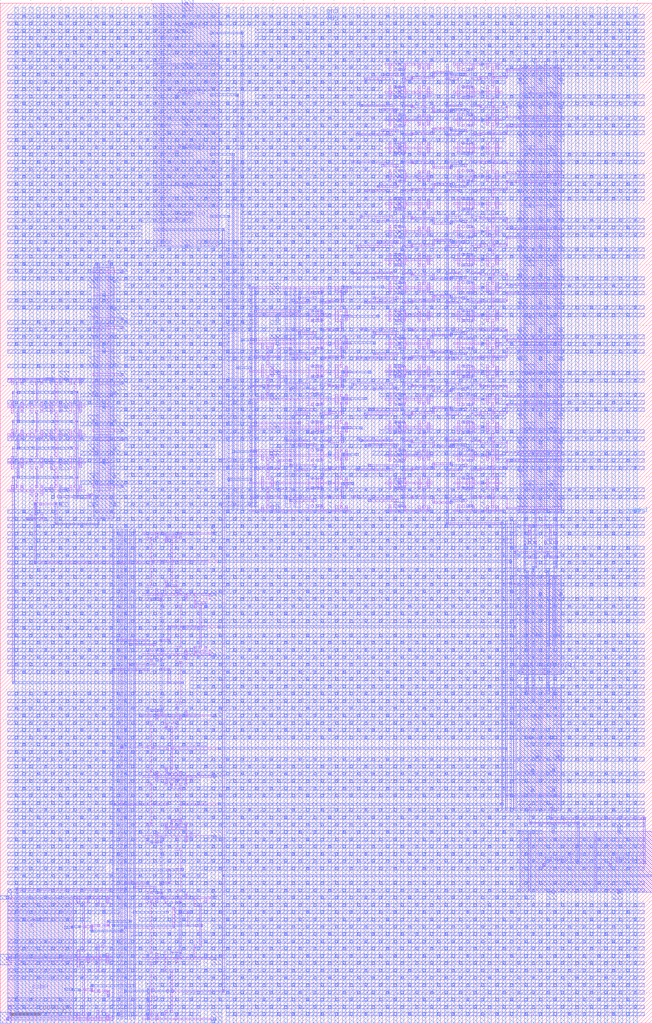
<source format=lef>
VERSION 5.4 ;
NAMESCASESENSITIVE ON ;
BUSBITCHARS "[]" ;
DIVIDERCHAR "/" ;
UNITS
  DATABASE MICRONS 1000 ;
END UNITS
SITE  MacroSite
   CLASS Core ;
   SIZE 215000.0 by 336100.0 ;
END  MacroSite
MACRO sram_2_16_scn4m_subm
   CLASS BLOCK ;
   SIZE 215000.0 BY 336100.0 ;
   SYMMETRY X Y R90 ;
   SITE MacroSite ;
   PIN DIN0[0]
      DIRECTION INPUT ;
      PORT
         LAYER metal2 ;
         RECT  179000.0 51800.0 179800.0 52600.0 ;
      END
   END DIN0[0]
   PIN DIN0[1]
      DIRECTION INPUT ;
      PORT
         LAYER metal2 ;
         RECT  200800.0 51800.0 201600.00000000003 52600.0 ;
      END
   END DIN0[1]
   PIN ADDR0[0]
      DIRECTION INPUT ;
      PORT
         LAYER metal2 ;
         RECT  58000.0 264700.0 58800.0 265500.0 ;
      END
   END ADDR0[0]
   PIN ADDR0[1]
      DIRECTION INPUT ;
      PORT
         LAYER metal2 ;
         RECT  58000.0 286700.0 58800.0 287500.0 ;
      END
   END ADDR0[1]
   PIN ADDR0[2]
      DIRECTION INPUT ;
      PORT
         LAYER metal2 ;
         RECT  58000.0 304700.0 58800.0 305500.0 ;
      END
   END ADDR0[2]
   PIN ADDR0[3]
      DIRECTION INPUT ;
      PORT
         LAYER metal2 ;
         RECT  58000.0 326700.0 58800.0 327500.0 ;
      END
   END ADDR0[3]
   PIN csb0
      DIRECTION INPUT ;
      PORT
         LAYER metal2 ;
         RECT  10000.0 10000.0 10799.999999999996 10799.999999999996 ;
      END
   END csb0
   PIN web0
      DIRECTION INPUT ;
      PORT
         LAYER metal2 ;
         RECT  10000.0 32000.0 10799.999999999996 32800.00000000001 ;
      END
   END web0
   PIN clk0
      DIRECTION INPUT ;
      PORT
         LAYER metal2 ;
         RECT  48500.0 1400.0000000000057 49099.99999999999 11200.000000000004 ;
      END
   END clk0
   PIN DOUT0[0]
      DIRECTION OUTPUT ;
      PORT
         LAYER metal2 ;
         RECT  172000.0 114800.00000000001 172800.0 117800.00000000001 ;
      END
   END DOUT0[0]
   PIN DOUT0[1]
      DIRECTION OUTPUT ;
      PORT
         LAYER metal2 ;
         RECT  178800.0 114800.00000000001 179600.00000000003 117800.00000000001 ;
      END
   END DOUT0[1]
   PIN vdd
      DIRECTION INOUT ;
      USE POWER ; 
      SHAPE ABUTMENT ; 
      PORT
         LAYER metal3 ;
         RECT  174400.0 177200.0 175200.0 178000.0 ;
         LAYER metal3 ;
         RECT  181200.0 177200.0 182000.0 178000.0 ;
         LAYER metal3 ;
         RECT  174400.0 195600.00000000003 175200.0 196400.0 ;
         LAYER metal3 ;
         RECT  181200.0 195600.00000000003 182000.0 196400.0 ;
         LAYER metal3 ;
         RECT  174400.0 214000.0 175200.0 214800.0 ;
         LAYER metal3 ;
         RECT  181200.0 214000.0 182000.0 214800.0 ;
         LAYER metal3 ;
         RECT  174400.0 232400.00000000003 175200.0 233200.0 ;
         LAYER metal3 ;
         RECT  181200.0 232400.00000000003 182000.0 233200.0 ;
         LAYER metal3 ;
         RECT  174400.0 250800.0 175200.0 251600.00000000003 ;
         LAYER metal3 ;
         RECT  181200.0 250800.0 182000.0 251600.00000000003 ;
         LAYER metal3 ;
         RECT  174400.0 269200.0 175200.0 270000.0 ;
         LAYER metal3 ;
         RECT  181200.0 269200.0 182000.0 270000.0 ;
         LAYER metal3 ;
         RECT  174400.0 287600.0 175200.0 288400.00000000006 ;
         LAYER metal3 ;
         RECT  181200.0 287600.0 182000.0 288400.00000000006 ;
         LAYER metal3 ;
         RECT  174400.0 306000.0 175200.0 306800.0 ;
         LAYER metal3 ;
         RECT  181200.0 306000.0 182000.0 306800.0 ;
         LAYER metal3 ;
         RECT  174200.0 158000.0 175000.0 158800.0 ;
         LAYER metal3 ;
         RECT  181000.0 158000.0 181800.0 158800.0 ;
         LAYER metal3 ;
         RECT  176900.0 127700.0 177500.0 128300.00000000001 ;
         LAYER metal3 ;
         RECT  183700.0 127700.0 184300.0 128300.00000000001 ;
         LAYER metal3 ;
         RECT  175300.0 76500.0 175900.0 77100.00000000001 ;
         LAYER metal3 ;
         RECT  174700.0 93900.0 175300.0 94500.0 ;
         LAYER metal3 ;
         RECT  182100.00000000003 76500.0 182700.0 77100.00000000001 ;
         LAYER metal3 ;
         RECT  181500.0 93900.0 182100.00000000003 94500.0 ;
         LAYER metal3 ;
         RECT  131300.0 177600.00000000003 132100.0 178400.0 ;
         LAYER metal3 ;
         RECT  131300.0 196000.0 132100.0 196800.0 ;
         LAYER metal3 ;
         RECT  131300.0 214400.00000000003 132100.0 215200.0 ;
         LAYER metal3 ;
         RECT  131300.0 232800.0 132100.0 233600.00000000003 ;
         LAYER metal3 ;
         RECT  131300.0 251200.0 132100.0 252000.0 ;
         LAYER metal3 ;
         RECT  131300.0 269600.0 132100.0 270400.00000000006 ;
         LAYER metal3 ;
         RECT  131300.0 288000.0 132100.0 288800.0 ;
         LAYER metal3 ;
         RECT  131300.0 306400.00000000006 132100.0 307200.0 ;
         LAYER metal3 ;
         RECT  90900.0 177600.00000000003 91700.0 178400.0 ;
         LAYER metal3 ;
         RECT  108300.00000000001 177600.00000000003 109100.0 178400.0 ;
         LAYER metal3 ;
         RECT  90900.0 196000.0 91700.0 196800.0 ;
         LAYER metal3 ;
         RECT  108300.00000000001 196000.0 109100.0 196800.0 ;
         LAYER metal3 ;
         RECT  90900.0 214400.00000000003 91700.0 215200.0 ;
         LAYER metal3 ;
         RECT  108300.00000000001 214400.00000000003 109100.0 215200.0 ;
         LAYER metal3 ;
         RECT  90900.0 232800.0 91700.0 233600.00000000003 ;
         LAYER metal3 ;
         RECT  108300.00000000001 232800.0 109100.0 233600.00000000003 ;
         LAYER metal3 ;
         RECT  158800.0 177700.0 159400.0 178300.0 ;
         LAYER metal3 ;
         RECT  158800.0 196100.00000000003 159400.0 196700.0 ;
         LAYER metal3 ;
         RECT  158800.0 214500.0 159400.0 215100.00000000003 ;
         LAYER metal3 ;
         RECT  158800.0 232900.00000000003 159400.0 233500.0 ;
         LAYER metal3 ;
         RECT  158800.0 251300.0 159400.0 251900.00000000003 ;
         LAYER metal3 ;
         RECT  158800.0 269700.0 159400.0 270300.0 ;
         LAYER metal3 ;
         RECT  158800.0 288100.0 159400.0 288700.0 ;
         LAYER metal3 ;
         RECT  158800.0 306500.0 159400.0 307100.0 ;
         LAYER metal3 ;
         RECT  70400.0 21000.0 71200.0 21799.999999999996 ;
         LAYER metal3 ;
         RECT  70400.0 61000.0 71200.0 61800.00000000001 ;
         LAYER metal3 ;
         RECT  70400.0 101000.0 71200.0 101800.00000000001 ;
         LAYER metal3 ;
         RECT  70400.0 141000.0 71200.0 141800.0 ;
         LAYER metal3 ;
         RECT  33800.0 184300.0 34599.99999999999 185100.00000000003 ;
         LAYER metal3 ;
         RECT  33800.0 202700.0 34599.99999999999 203500.0 ;
         LAYER metal3 ;
         RECT  33800.0 221100.00000000003 34599.99999999999 221900.00000000003 ;
         LAYER metal3 ;
         RECT  33800.0 239500.0 34599.99999999999 240300.0 ;
         LAYER metal3 ;
         RECT  14799.999999999996 184300.0 15599.999999999995 185100.00000000003 ;
         LAYER metal3 ;
         RECT  21199.999999999996 184300.0 22000.0 185100.00000000003 ;
         LAYER metal3 ;
         RECT  14799.999999999996 202700.0 15599.999999999995 203500.0 ;
         LAYER metal3 ;
         RECT  21199.999999999996 202700.0 22000.0 203500.0 ;
         LAYER metal3 ;
         RECT  8399.99999999999 165900.0 9200.000000000004 166700.0 ;
         LAYER metal3 ;
         RECT  33800.0 165900.0 34599.99999999999 166700.0 ;
         LAYER metal3 ;
         RECT  19599.999999999993 170900.0 20400.0 171700.0 ;
         LAYER metal3 ;
         RECT  2000.0 21000.0 2799.9999999999973 21799.999999999996 ;
         LAYER metal3 ;
         RECT  60900.0 275700.0 61700.0 276500.0 ;
         LAYER metal3 ;
         RECT  60900.0 315700.0 61700.0 316500.0 ;
         LAYER metal3 ;
         RECT  181900.0 62800.00000000001 182700.0 63600.0 ;
         LAYER metal3 ;
         RECT  203700.00000000003 62800.00000000001 204500.0 63600.0 ;
         LAYER metal3 ;
         RECT  4799.999999999997 2400.0000000000055 66000.0 3599.9999999999945 ;
         LAYER metal3 ;
         RECT  74400.0 2400.0000000000055 212400.0 3599.9999999999945 ;
         LAYER metal3 ;
         RECT  2399.9999999999914 7200.000000000003 212400.0 8399.999999999998 ;
         LAYER metal3 ;
         RECT  48000.0 12000.0 212400.0 13200.000000000004 ;
         LAYER metal3 ;
         RECT  2399.9999999999914 16799.999999999996 212400.0 18000.0 ;
         LAYER metal3 ;
         RECT  2399.9999999999914 21600.0 212400.0 22799.999999999996 ;
         LAYER metal3 ;
         RECT  2399.9999999999914 26400.0 212400.0 27600.0 ;
         LAYER metal3 ;
         RECT  69600.0 31200.000000000004 212400.0 32400.0 ;
         LAYER metal3 ;
         RECT  2399.9999999999914 36000.0 39600.0 37200.0 ;
         LAYER metal3 ;
         RECT  57599.99999999999 36000.0 212400.0 37200.0 ;
         LAYER metal3 ;
         RECT  4799.999999999997 40800.0 66000.0 42000.0 ;
         LAYER metal3 ;
         RECT  74400.0 40800.0 176400.0 42000.0 ;
         LAYER metal3 ;
         RECT  2399.9999999999914 45600.0 212400.0 46800.0 ;
         LAYER metal3 ;
         RECT  2399.9999999999914 50400.00000000001 34800.0 51600.0 ;
         LAYER metal3 ;
         RECT  62400.0 50400.00000000001 212400.0 51600.0 ;
         LAYER metal3 ;
         RECT  2399.9999999999914 55200.0 212400.0 56400.00000000001 ;
         LAYER metal3 ;
         RECT  2399.9999999999914 60000.0 212400.0 61200.0 ;
         LAYER metal3 ;
         RECT  2399.9999999999914 64800.0 212400.0 66000.0 ;
         LAYER metal3 ;
         RECT  2399.9999999999914 69600.00000000001 212400.0 70800.0 ;
         LAYER metal3 ;
         RECT  2399.9999999999914 74400.0 212400.0 75600.00000000001 ;
         LAYER metal3 ;
         RECT  2399.9999999999914 79200.0 66000.0 80400.0 ;
         LAYER metal3 ;
         RECT  74400.0 79200.0 212400.0 80400.0 ;
         LAYER metal3 ;
         RECT  2399.9999999999914 84000.0 169200.0 85200.0 ;
         LAYER metal3 ;
         RECT  2399.9999999999914 88800.00000000001 68400.0 90000.0 ;
         LAYER metal3 ;
         RECT  2399.9999999999914 93600.00000000001 212400.0 94800.00000000001 ;
         LAYER metal3 ;
         RECT  2399.9999999999914 98400.0 171600.00000000003 99600.00000000001 ;
         LAYER metal3 ;
         RECT  182400.0 98400.0 212400.0 99600.00000000001 ;
         LAYER metal3 ;
         RECT  2399.9999999999914 103200.0 212400.0 104400.0 ;
         LAYER metal3 ;
         RECT  2399.9999999999914 108000.0 212400.0 109200.0 ;
         LAYER metal3 ;
         RECT  62400.0 112800.00000000001 212400.0 114000.0 ;
         LAYER metal3 ;
         RECT  2399.9999999999914 117600.00000000001 212400.0 118800.00000000001 ;
         LAYER metal3 ;
         RECT  2399.9999999999914 122400.0 66000.0 123600.00000000001 ;
         LAYER metal3 ;
         RECT  74400.0 122400.0 212400.0 123600.00000000001 ;
         LAYER metal3 ;
         RECT  2399.9999999999914 127200.0 212400.0 128400.0 ;
         LAYER metal3 ;
         RECT  2399.9999999999914 132000.0 212400.0 133200.0 ;
         LAYER metal3 ;
         RECT  2399.9999999999914 136800.0 212400.0 138000.0 ;
         LAYER metal3 ;
         RECT  2399.9999999999914 141600.00000000003 174000.0 142800.0 ;
         LAYER metal3 ;
         RECT  2399.9999999999914 146400.0 212400.0 147600.00000000003 ;
         LAYER metal3 ;
         RECT  2399.9999999999914 151200.0 68400.0 152400.0 ;
         LAYER metal3 ;
         RECT  172800.0 151200.0 212400.0 152400.0 ;
         LAYER metal3 ;
         RECT  2399.9999999999914 156000.0 212400.0 157200.0 ;
         LAYER metal3 ;
         RECT  2399.9999999999914 160800.0 66000.0 162000.0 ;
         LAYER metal3 ;
         RECT  74400.0 160800.0 212400.0 162000.0 ;
         LAYER metal3 ;
         RECT  2399.9999999999914 165600.00000000003 212400.0 166800.0 ;
         LAYER metal3 ;
         RECT  40800.0 170400.0 85200.0 171600.00000000003 ;
         LAYER metal3 ;
         RECT  43200.0 175200.0 212400.0 176400.0 ;
         LAYER metal3 ;
         RECT  40800.0 180000.0 70800.0 181200.0 ;
         LAYER metal3 ;
         RECT  88800.0 180000.0 166800.0 181200.0 ;
         LAYER metal3 ;
         RECT  2399.9999999999914 184800.0 85200.0 186000.0 ;
         LAYER metal3 ;
         RECT  163200.0 184800.0 212400.0 186000.0 ;
         LAYER metal3 ;
         RECT  40800.0 189600.00000000003 70800.0 190800.0 ;
         LAYER metal3 ;
         RECT  88800.0 189600.00000000003 166800.0 190800.0 ;
         LAYER metal3 ;
         RECT  43200.0 194400.0 109200.0 195600.00000000003 ;
         LAYER metal3 ;
         RECT  124800.00000000001 194400.0 212400.0 195600.00000000003 ;
         LAYER metal3 ;
         RECT  40800.0 199200.0 166800.0 200400.00000000003 ;
         LAYER metal3 ;
         RECT  2399.9999999999914 204000.0 85200.0 205200.0 ;
         LAYER metal3 ;
         RECT  163200.0 204000.0 212400.0 205200.0 ;
         LAYER metal3 ;
         RECT  43200.0 208800.0 166800.0 210000.0 ;
         LAYER metal3 ;
         RECT  43200.0 213600.00000000003 73200.0 214800.0 ;
         LAYER metal3 ;
         RECT  127200.0 213600.00000000003 212400.0 214800.0 ;
         LAYER metal3 ;
         RECT  40800.0 218400.00000000003 166800.0 219600.00000000003 ;
         LAYER metal3 ;
         RECT  2399.9999999999914 223200.0 75600.0 224400.00000000003 ;
         LAYER metal3 ;
         RECT  163200.0 223200.0 212400.0 224400.00000000003 ;
         LAYER metal3 ;
         RECT  2399.9999999999914 228000.0 34800.0 229200.0 ;
         LAYER metal3 ;
         RECT  43200.0 228000.0 166800.0 229200.0 ;
         LAYER metal3 ;
         RECT  43200.0 232800.0 109200.0 234000.0 ;
         LAYER metal3 ;
         RECT  129600.0 232800.0 212400.0 234000.0 ;
         LAYER metal3 ;
         RECT  2399.9999999999914 237600.00000000003 166800.0 238800.0 ;
         LAYER metal3 ;
         RECT  40800.0 242400.00000000003 85200.0 243600.00000000003 ;
         LAYER metal3 ;
         RECT  163200.0 242400.00000000003 212400.0 243600.00000000003 ;
         LAYER metal3 ;
         RECT  2399.9999999999914 247200.0 34800.0 248400.00000000003 ;
         LAYER metal3 ;
         RECT  43200.0 247200.0 166800.0 248400.00000000003 ;
         LAYER metal3 ;
         RECT  2399.9999999999914 252000.0 212400.0 253200.0 ;
         LAYER metal3 ;
         RECT  2399.9999999999914 256800.0 56400.0 258000.0 ;
         LAYER metal3 ;
         RECT  64800.0 256800.0 166800.0 258000.0 ;
         LAYER metal3 ;
         RECT  2399.9999999999914 261600.00000000003 46800.0 262800.0 ;
         LAYER metal3 ;
         RECT  79200.0 261600.00000000003 126000.0 262800.0 ;
         LAYER metal3 ;
         RECT  163200.0 261600.00000000003 212400.0 262800.0 ;
         LAYER metal3 ;
         RECT  2399.9999999999914 266400.00000000006 63600.0 267600.0 ;
         LAYER metal3 ;
         RECT  79200.0 266400.00000000006 166800.0 267600.0 ;
         LAYER metal3 ;
         RECT  2399.9999999999914 271200.0 212400.0 272400.00000000006 ;
         LAYER metal3 ;
         RECT  2399.9999999999914 276000.0 212400.0 277200.0 ;
         LAYER metal3 ;
         RECT  2399.9999999999914 280800.0 126000.0 282000.0 ;
         LAYER metal3 ;
         RECT  2399.9999999999914 285600.0 63600.0 286800.0 ;
         LAYER metal3 ;
         RECT  81600.0 285600.0 212400.0 286800.0 ;
         LAYER metal3 ;
         RECT  2399.9999999999914 290400.00000000006 166800.0 291600.0 ;
         LAYER metal3 ;
         RECT  2399.9999999999914 295200.0 56400.0 296400.00000000006 ;
         LAYER metal3 ;
         RECT  64800.0 295200.0 126000.0 296400.00000000006 ;
         LAYER metal3 ;
         RECT  163200.0 295200.0 212400.0 296400.00000000006 ;
         LAYER metal3 ;
         RECT  2399.9999999999914 300000.0 166800.0 301200.0 ;
         LAYER metal3 ;
         RECT  2399.9999999999914 304800.0 63600.0 306000.0 ;
         LAYER metal3 ;
         RECT  84000.0 304800.0 212400.0 306000.0 ;
         LAYER metal3 ;
         RECT  2399.9999999999914 309600.0 166800.0 310800.0 ;
         LAYER metal3 ;
         RECT  2399.9999999999914 314400.00000000006 126000.0 315600.0 ;
         LAYER metal3 ;
         RECT  163200.0 314400.00000000006 212400.0 315600.0 ;
         LAYER metal3 ;
         RECT  2399.9999999999914 319200.0 212400.0 320400.00000000006 ;
         LAYER metal3 ;
         RECT  2399.9999999999914 324000.0 63600.0 325200.0 ;
         LAYER metal3 ;
         RECT  84000.0 324000.0 212400.0 325200.0 ;
         LAYER metal3 ;
         RECT  2399.9999999999914 328800.0 212400.0 330000.0 ;
         LAYER metal4 ;
         RECT  4799.999999999997 0.0 6000.0 334800.0 ;
         LAYER metal4 ;
         RECT  9599.999999999995 0.0 10799.999999999996 334800.0 ;
         LAYER metal4 ;
         RECT  14399.999999999998 0.0 15599.999999999995 334800.0 ;
         LAYER metal4 ;
         RECT  19199.999999999996 0.0 20400.0 334800.0 ;
         LAYER metal4 ;
         RECT  24000.0 0.0 25199.999999999996 334800.0 ;
         LAYER metal4 ;
         RECT  28799.999999999996 0.0 30000.0 334800.0 ;
         LAYER metal4 ;
         RECT  33599.99999999999 0.0 34800.0 334800.0 ;
         LAYER metal4 ;
         RECT  38400.0 0.0 39600.0 334800.0 ;
         LAYER metal4 ;
         RECT  43200.0 0.0 44400.0 334800.0 ;
         LAYER metal4 ;
         RECT  48000.0 0.0 49200.0 334800.0 ;
         LAYER metal4 ;
         RECT  52800.0 0.0 54000.0 334800.0 ;
         LAYER metal4 ;
         RECT  57599.99999999999 0.0 58800.0 334800.0 ;
         LAYER metal4 ;
         RECT  62400.0 0.0 63600.0 334800.0 ;
         LAYER metal4 ;
         RECT  67200.0 0.0 68400.0 334800.0 ;
         LAYER metal4 ;
         RECT  72000.0 0.0 73200.0 334800.0 ;
         LAYER metal4 ;
         RECT  76800.0 0.0 78000.0 334800.0 ;
         LAYER metal4 ;
         RECT  81600.0 0.0 82800.0 334800.0 ;
         LAYER metal4 ;
         RECT  86400.0 0.0 87600.0 334800.0 ;
         LAYER metal4 ;
         RECT  91200.0 0.0 92400.0 334800.0 ;
         LAYER metal4 ;
         RECT  96000.0 0.0 97200.0 334800.0 ;
         LAYER metal4 ;
         RECT  100800.0 0.0 102000.0 334800.0 ;
         LAYER metal4 ;
         RECT  105600.0 0.0 106800.0 334800.0 ;
         LAYER metal4 ;
         RECT  110400.0 0.0 111600.0 334800.0 ;
         LAYER metal4 ;
         RECT  115200.0 0.0 116400.0 334800.0 ;
         LAYER metal4 ;
         RECT  120000.0 0.0 121200.0 334800.0 ;
         LAYER metal4 ;
         RECT  124800.00000000001 0.0 126000.0 334800.0 ;
         LAYER metal4 ;
         RECT  129600.0 0.0 130800.00000000001 334800.0 ;
         LAYER metal4 ;
         RECT  134400.0 0.0 135600.0 334800.0 ;
         LAYER metal4 ;
         RECT  139200.0 0.0 140400.0 334800.0 ;
         LAYER metal4 ;
         RECT  144000.0 0.0 145200.0 334800.0 ;
         LAYER metal4 ;
         RECT  148800.0 0.0 150000.0 334800.0 ;
         LAYER metal4 ;
         RECT  153600.00000000003 0.0 154800.0 334800.0 ;
         LAYER metal4 ;
         RECT  158400.0 0.0 159600.00000000003 334800.0 ;
         LAYER metal4 ;
         RECT  163200.0 0.0 164400.0 334800.0 ;
         LAYER metal4 ;
         RECT  168000.0 0.0 169200.0 334800.0 ;
         LAYER metal4 ;
         RECT  172800.0 0.0 174000.0 334800.0 ;
         LAYER metal4 ;
         RECT  177600.00000000003 0.0 178800.0 334800.0 ;
         LAYER metal4 ;
         RECT  182400.0 0.0 183600.00000000003 334800.0 ;
         LAYER metal4 ;
         RECT  187200.0 0.0 188400.0 334800.0 ;
         LAYER metal4 ;
         RECT  192000.0 0.0 193200.0 334800.0 ;
         LAYER metal4 ;
         RECT  196800.0 0.0 198000.0 334800.0 ;
         LAYER metal4 ;
         RECT  201600.00000000003 0.0 202800.0 334800.0 ;
         LAYER metal4 ;
         RECT  206400.0 0.0 207600.0 334800.0 ;
      END
   END vdd
   PIN gnd
      DIRECTION INOUT ;
      USE GROUND ; 
      SHAPE ABUTMENT ; 
      PORT
         LAYER metal3 ;
         RECT  171000.0 172600.00000000003 171800.0 173400.0 ;
         LAYER metal3 ;
         RECT  177800.0 172600.00000000003 178600.00000000003 173400.0 ;
         LAYER metal3 ;
         RECT  184600.00000000003 172600.00000000003 185400.0 173400.0 ;
         LAYER metal3 ;
         RECT  171000.0 181800.0 171800.0 182600.00000000003 ;
         LAYER metal3 ;
         RECT  177800.0 181800.0 178600.00000000003 182600.00000000003 ;
         LAYER metal3 ;
         RECT  184600.00000000003 181800.0 185400.0 182600.00000000003 ;
         LAYER metal3 ;
         RECT  171000.0 191000.0 171800.0 191800.0 ;
         LAYER metal3 ;
         RECT  177800.0 191000.0 178600.00000000003 191800.0 ;
         LAYER metal3 ;
         RECT  184600.00000000003 191000.0 185400.0 191800.0 ;
         LAYER metal3 ;
         RECT  171000.0 200200.0 171800.0 201000.0 ;
         LAYER metal3 ;
         RECT  177800.0 200200.0 178600.00000000003 201000.0 ;
         LAYER metal3 ;
         RECT  184600.00000000003 200200.0 185400.0 201000.0 ;
         LAYER metal3 ;
         RECT  171000.0 209400.00000000003 171800.0 210200.0 ;
         LAYER metal3 ;
         RECT  177800.0 209400.00000000003 178600.00000000003 210200.0 ;
         LAYER metal3 ;
         RECT  184600.00000000003 209400.00000000003 185400.0 210200.0 ;
         LAYER metal3 ;
         RECT  171000.0 218600.00000000003 171800.0 219400.00000000003 ;
         LAYER metal3 ;
         RECT  177800.0 218600.00000000003 178600.00000000003 219400.00000000003 ;
         LAYER metal3 ;
         RECT  184600.00000000003 218600.00000000003 185400.0 219400.00000000003 ;
         LAYER metal3 ;
         RECT  171000.0 227800.0 171800.0 228600.00000000003 ;
         LAYER metal3 ;
         RECT  177800.0 227800.0 178600.00000000003 228600.00000000003 ;
         LAYER metal3 ;
         RECT  184600.00000000003 227800.0 185400.0 228600.00000000003 ;
         LAYER metal3 ;
         RECT  171000.0 237000.0 171800.0 237800.0 ;
         LAYER metal3 ;
         RECT  177800.0 237000.0 178600.00000000003 237800.0 ;
         LAYER metal3 ;
         RECT  184600.00000000003 237000.0 185400.0 237800.0 ;
         LAYER metal3 ;
         RECT  171000.0 246200.0 171800.0 247000.0 ;
         LAYER metal3 ;
         RECT  177800.0 246200.0 178600.00000000003 247000.0 ;
         LAYER metal3 ;
         RECT  184600.00000000003 246200.0 185400.0 247000.0 ;
         LAYER metal3 ;
         RECT  171000.0 255400.00000000003 171800.0 256200.0 ;
         LAYER metal3 ;
         RECT  177800.0 255400.00000000003 178600.00000000003 256200.0 ;
         LAYER metal3 ;
         RECT  184600.00000000003 255400.00000000003 185400.0 256200.0 ;
         LAYER metal3 ;
         RECT  171000.0 264600.0 171800.0 265400.00000000006 ;
         LAYER metal3 ;
         RECT  177800.0 264600.0 178600.00000000003 265400.00000000006 ;
         LAYER metal3 ;
         RECT  184600.00000000003 264600.0 185400.0 265400.00000000006 ;
         LAYER metal3 ;
         RECT  171000.0 273800.0 171800.0 274600.0 ;
         LAYER metal3 ;
         RECT  177800.0 273800.0 178600.00000000003 274600.0 ;
         LAYER metal3 ;
         RECT  184600.00000000003 273800.0 185400.0 274600.0 ;
         LAYER metal3 ;
         RECT  171000.0 283000.0 171800.0 283800.0 ;
         LAYER metal3 ;
         RECT  177800.0 283000.0 178600.00000000003 283800.0 ;
         LAYER metal3 ;
         RECT  184600.00000000003 283000.0 185400.0 283800.0 ;
         LAYER metal3 ;
         RECT  171000.0 292200.0 171800.0 293000.0 ;
         LAYER metal3 ;
         RECT  177800.0 292200.0 178600.00000000003 293000.0 ;
         LAYER metal3 ;
         RECT  184600.00000000003 292200.0 185400.0 293000.0 ;
         LAYER metal3 ;
         RECT  171000.0 301400.00000000006 171800.0 302200.0 ;
         LAYER metal3 ;
         RECT  177800.0 301400.00000000006 178600.00000000003 302200.0 ;
         LAYER metal3 ;
         RECT  184600.00000000003 301400.00000000006 185400.0 302200.0 ;
         LAYER metal3 ;
         RECT  171000.0 310600.0 171800.0 311400.00000000006 ;
         LAYER metal3 ;
         RECT  177800.0 310600.0 178600.00000000003 311400.00000000006 ;
         LAYER metal3 ;
         RECT  184600.00000000003 310600.0 185400.0 311400.00000000006 ;
         LAYER metal3 ;
         RECT  177900.0 141100.00000000003 178500.0 141700.0 ;
         LAYER metal3 ;
         RECT  184700.0 141100.00000000003 185300.0 141700.0 ;
         LAYER metal3 ;
         RECT  175300.0 83100.00000000001 175900.0 83700.0 ;
         LAYER metal3 ;
         RECT  176700.0 87500.0 177300.0 88100.00000000001 ;
         LAYER metal3 ;
         RECT  176100.00000000003 100900.0 176700.0 101500.0 ;
         LAYER metal3 ;
         RECT  182100.00000000003 83100.00000000001 182700.0 83700.0 ;
         LAYER metal3 ;
         RECT  183500.0 87500.0 184100.00000000003 88100.00000000001 ;
         LAYER metal3 ;
         RECT  182900.0 100900.0 183500.0 101500.0 ;
         LAYER metal3 ;
         RECT  131300.0 168400.0 132100.0 169200.0 ;
         LAYER metal3 ;
         RECT  131300.0 186800.0 132100.0 187600.00000000003 ;
         LAYER metal3 ;
         RECT  131300.0 205200.0 132100.0 206000.0 ;
         LAYER metal3 ;
         RECT  131300.0 223600.00000000003 132100.0 224400.00000000003 ;
         LAYER metal3 ;
         RECT  131300.0 242000.0 132100.0 242800.0 ;
         LAYER metal3 ;
         RECT  131300.0 260400.00000000003 132100.0 261200.0 ;
         LAYER metal3 ;
         RECT  131300.0 278800.0 132100.0 279600.0 ;
         LAYER metal3 ;
         RECT  131300.0 297200.0 132100.0 298000.0 ;
         LAYER metal3 ;
         RECT  131300.0 315600.0 132100.0 316400.00000000006 ;
         LAYER metal3 ;
         RECT  90900.0 168400.0 91700.0 169200.0 ;
         LAYER metal3 ;
         RECT  108300.00000000001 168400.0 109100.0 169200.0 ;
         LAYER metal3 ;
         RECT  90900.0 186800.0 91700.0 187600.00000000003 ;
         LAYER metal3 ;
         RECT  108300.00000000001 186800.0 109100.0 187600.00000000003 ;
         LAYER metal3 ;
         RECT  90900.0 205200.0 91700.0 206000.0 ;
         LAYER metal3 ;
         RECT  108300.00000000001 205200.0 109100.0 206000.0 ;
         LAYER metal3 ;
         RECT  90900.0 223600.00000000003 91700.0 224400.00000000003 ;
         LAYER metal3 ;
         RECT  108300.00000000001 223600.00000000003 109100.0 224400.00000000003 ;
         LAYER metal3 ;
         RECT  90900.0 242000.0 91700.0 242800.0 ;
         LAYER metal3 ;
         RECT  108300.00000000001 242000.0 109100.0 242800.0 ;
         LAYER metal3 ;
         RECT  158800.0 168500.0 159400.0 169100.00000000003 ;
         LAYER metal3 ;
         RECT  158800.0 186900.0 159400.0 187500.0 ;
         LAYER metal3 ;
         RECT  158800.0 205300.0 159400.0 205900.00000000003 ;
         LAYER metal3 ;
         RECT  158800.0 223700.0 159400.0 224300.0 ;
         LAYER metal3 ;
         RECT  158800.0 242100.00000000003 159400.0 242700.0 ;
         LAYER metal3 ;
         RECT  158800.0 260500.0 159400.0 261100.00000000003 ;
         LAYER metal3 ;
         RECT  158800.0 278900.00000000006 159400.0 279500.0 ;
         LAYER metal3 ;
         RECT  158800.0 297300.0 159400.0 297900.00000000006 ;
         LAYER metal3 ;
         RECT  158800.0 315700.0 159400.0 316300.0 ;
         LAYER metal3 ;
         RECT  70400.0 1000.0 71200.0 1799.9999999999973 ;
         LAYER metal3 ;
         RECT  70400.0 41000.0 71200.0 41800.0 ;
         LAYER metal3 ;
         RECT  70400.0 81000.0 71200.0 81800.00000000001 ;
         LAYER metal3 ;
         RECT  70400.0 121000.0 71200.0 121800.00000000001 ;
         LAYER metal3 ;
         RECT  70400.0 161000.0 71200.0 161800.0 ;
         LAYER metal3 ;
         RECT  30400.0 179700.0 31199.999999999996 180500.0 ;
         LAYER metal3 ;
         RECT  37199.99999999999 179700.0 38000.0 180500.0 ;
         LAYER metal3 ;
         RECT  30400.0 188900.0 31199.999999999996 189700.0 ;
         LAYER metal3 ;
         RECT  37199.99999999999 188900.0 38000.0 189700.0 ;
         LAYER metal3 ;
         RECT  30400.0 198100.00000000003 31199.999999999996 198900.00000000003 ;
         LAYER metal3 ;
         RECT  37199.99999999999 198100.00000000003 38000.0 198900.00000000003 ;
         LAYER metal3 ;
         RECT  30400.0 207300.0 31199.999999999996 208100.00000000003 ;
         LAYER metal3 ;
         RECT  37199.99999999999 207300.0 38000.0 208100.00000000003 ;
         LAYER metal3 ;
         RECT  30400.0 216500.0 31199.999999999996 217300.0 ;
         LAYER metal3 ;
         RECT  37199.99999999999 216500.0 38000.0 217300.0 ;
         LAYER metal3 ;
         RECT  30400.0 225700.0 31199.999999999996 226500.0 ;
         LAYER metal3 ;
         RECT  37199.99999999999 225700.0 38000.0 226500.0 ;
         LAYER metal3 ;
         RECT  30400.0 234900.00000000003 31199.999999999996 235700.0 ;
         LAYER metal3 ;
         RECT  37199.99999999999 234900.00000000003 38000.0 235700.0 ;
         LAYER metal3 ;
         RECT  30400.0 244100.00000000003 31199.999999999996 244900.00000000003 ;
         LAYER metal3 ;
         RECT  37199.99999999999 244100.00000000003 38000.0 244900.00000000003 ;
         LAYER metal3 ;
         RECT  14799.999999999996 175100.00000000003 15599.999999999995 175900.0 ;
         LAYER metal3 ;
         RECT  21199.999999999996 175100.00000000003 22000.0 175900.0 ;
         LAYER metal3 ;
         RECT  14799.999999999996 193500.0 15599.999999999995 194300.0 ;
         LAYER metal3 ;
         RECT  21199.999999999996 193500.0 22000.0 194300.0 ;
         LAYER metal3 ;
         RECT  14799.999999999996 211900.00000000003 15599.999999999995 212700.0 ;
         LAYER metal3 ;
         RECT  21199.999999999996 211900.00000000003 22000.0 212700.0 ;
         LAYER metal3 ;
         RECT  30400.0 170500.0 31199.999999999996 171300.0 ;
         LAYER metal3 ;
         RECT  37199.99999999999 170500.0 38000.0 171300.0 ;
         LAYER metal3 ;
         RECT  39800.0 176500.0 40600.0 177300.0 ;
         LAYER metal3 ;
         RECT  39800.0 192100.00000000003 40600.0 192900.0 ;
         LAYER metal3 ;
         RECT  39800.0 194900.0 40600.0 195700.0 ;
         LAYER metal3 ;
         RECT  39800.0 210500.0 40600.0 211300.0 ;
         LAYER metal3 ;
         RECT  39800.0 213300.0 40600.0 214100.00000000003 ;
         LAYER metal3 ;
         RECT  39800.0 228900.00000000003 40600.0 229700.0 ;
         LAYER metal3 ;
         RECT  39800.0 231700.0 40600.0 232500.0 ;
         LAYER metal3 ;
         RECT  39800.0 247300.0 40600.0 248100.00000000003 ;
         LAYER metal3 ;
         RECT  2000.0 1000.0 2799.9999999999973 1799.9999999999973 ;
         LAYER metal3 ;
         RECT  2000.0 41000.0 2799.9999999999973 41800.0 ;
         LAYER metal3 ;
         RECT  60900.0 255700.0 61700.0 256500.0 ;
         LAYER metal3 ;
         RECT  60900.0 295700.0 61700.0 296500.0 ;
         LAYER metal3 ;
         RECT  60900.0 335700.0 61700.0 336500.0 ;
         LAYER metal3 ;
         RECT  181900.0 42800.0 182700.0 43600.0 ;
         LAYER metal3 ;
         RECT  203700.00000000003 42800.0 204500.0 43600.0 ;
         LAYER metal3 ;
         RECT  2399.9999999999914 4799.999999999997 212400.0 6000.0 ;
         LAYER metal3 ;
         RECT  60000.0 9600.000000000002 212400.0 10799.999999999996 ;
         LAYER metal3 ;
         RECT  2399.9999999999914 14399.999999999998 212400.0 15600.000000000002 ;
         LAYER metal3 ;
         RECT  4799.999999999997 19200.000000000004 66000.0 20400.0 ;
         LAYER metal3 ;
         RECT  74400.0 19200.000000000004 212400.0 20400.0 ;
         LAYER metal3 ;
         RECT  2399.9999999999914 24000.0 212400.0 25200.000000000004 ;
         LAYER metal3 ;
         RECT  43200.0 28799.999999999996 212400.0 30000.0 ;
         LAYER metal3 ;
         RECT  2399.9999999999914 33600.0 30000.0 34800.00000000001 ;
         LAYER metal3 ;
         RECT  45599.99999999999 33600.0 212400.0 34800.00000000001 ;
         LAYER metal3 ;
         RECT  2399.9999999999914 38400.00000000001 212400.0 39600.0 ;
         LAYER metal3 ;
         RECT  2399.9999999999914 43200.0 212400.0 44400.00000000001 ;
         LAYER metal3 ;
         RECT  2399.9999999999914 48000.0 68400.0 49200.0 ;
         LAYER metal3 ;
         RECT  2399.9999999999914 52800.0 212400.0 54000.0 ;
         LAYER metal3 ;
         RECT  2399.9999999999914 57600.0 212400.0 58800.00000000001 ;
         LAYER metal3 ;
         RECT  2399.9999999999914 62400.00000000001 66000.0 63600.0 ;
         LAYER metal3 ;
         RECT  74400.0 62400.00000000001 178800.0 63600.0 ;
         LAYER metal3 ;
         RECT  2399.9999999999914 67200.0 212400.0 68400.0 ;
         LAYER metal3 ;
         RECT  2399.9999999999914 72000.0 68400.0 73200.0 ;
         LAYER metal3 ;
         RECT  170400.0 72000.0 212400.0 73200.0 ;
         LAYER metal3 ;
         RECT  2399.9999999999914 76800.0 169200.0 78000.0 ;
         LAYER metal3 ;
         RECT  2399.9999999999914 81600.00000000001 212400.0 82800.00000000001 ;
         LAYER metal3 ;
         RECT  2399.9999999999914 86400.0 212400.0 87600.00000000001 ;
         LAYER metal3 ;
         RECT  2399.9999999999914 91200.0 68400.0 92400.0 ;
         LAYER metal3 ;
         RECT  172800.0 91200.0 212400.0 92400.0 ;
         LAYER metal3 ;
         RECT  2399.9999999999914 96000.0 212400.0 97200.0 ;
         LAYER metal3 ;
         RECT  2399.9999999999914 100800.00000000001 66000.0 102000.0 ;
         LAYER metal3 ;
         RECT  74400.0 100800.00000000001 212400.0 102000.0 ;
         LAYER metal3 ;
         RECT  2399.9999999999914 105600.0 212400.0 106800.00000000001 ;
         LAYER metal3 ;
         RECT  62400.0 110400.0 212400.0 111600.00000000001 ;
         LAYER metal3 ;
         RECT  2399.9999999999914 115200.0 212400.0 116400.0 ;
         LAYER metal3 ;
         RECT  2399.9999999999914 120000.0 212400.0 121200.0 ;
         LAYER metal3 ;
         RECT  2399.9999999999914 124800.00000000001 212400.0 126000.0 ;
         LAYER metal3 ;
         RECT  2399.9999999999914 129600.00000000003 68400.0 130800.00000000001 ;
         LAYER metal3 ;
         RECT  2399.9999999999914 134400.0 212400.0 135600.00000000003 ;
         LAYER metal3 ;
         RECT  2399.9999999999914 139200.0 66000.0 140400.0 ;
         LAYER metal3 ;
         RECT  74400.0 139200.0 212400.0 140400.0 ;
         LAYER metal3 ;
         RECT  2399.9999999999914 144000.0 212400.0 145200.0 ;
         LAYER metal3 ;
         RECT  2399.9999999999914 148800.0 212400.0 150000.0 ;
         LAYER metal3 ;
         RECT  2399.9999999999914 153600.00000000003 212400.0 154800.0 ;
         LAYER metal3 ;
         RECT  2399.9999999999914 158400.0 169200.0 159600.00000000003 ;
         LAYER metal3 ;
         RECT  2399.9999999999914 163200.0 212400.0 164400.0 ;
         LAYER metal3 ;
         RECT  2399.9999999999914 168000.0 212400.0 169200.0 ;
         LAYER metal3 ;
         RECT  24000.0 172800.0 212400.0 174000.0 ;
         LAYER metal3 ;
         RECT  26400.0 177600.00000000003 70800.0 178800.0 ;
         LAYER metal3 ;
         RECT  36000.0 182400.0 212400.0 183600.00000000003 ;
         LAYER metal3 ;
         RECT  26400.0 187200.0 70800.0 188400.0 ;
         LAYER metal3 ;
         RECT  122400.0 187200.0 212400.0 188400.0 ;
         LAYER metal3 ;
         RECT  2399.9999999999914 192000.0 212400.0 193200.0 ;
         LAYER metal3 ;
         RECT  26400.0 196800.0 85200.0 198000.0 ;
         LAYER metal3 ;
         RECT  36000.0 201600.00000000003 212400.0 202800.0 ;
         LAYER metal3 ;
         RECT  26400.0 206400.00000000003 109200.0 207600.00000000003 ;
         LAYER metal3 ;
         RECT  124800.00000000001 206400.00000000003 212400.0 207600.00000000003 ;
         LAYER metal3 ;
         RECT  2399.9999999999914 211200.0 212400.0 212400.00000000003 ;
         LAYER metal3 ;
         RECT  2399.9999999999914 216000.0 73200.0 217200.0 ;
         LAYER metal3 ;
         RECT  2399.9999999999914 220800.0 30000.0 222000.0 ;
         LAYER metal3 ;
         RECT  36000.0 220800.0 212400.0 222000.0 ;
         LAYER metal3 ;
         RECT  2399.9999999999914 225600.00000000003 75600.0 226800.0 ;
         LAYER metal3 ;
         RECT  88800.0 225600.00000000003 212400.0 226800.0 ;
         LAYER metal3 ;
         RECT  2399.9999999999914 230400.00000000003 85200.0 231600.00000000003 ;
         LAYER metal3 ;
         RECT  2399.9999999999914 235200.0 212400.0 236400.00000000003 ;
         LAYER metal3 ;
         RECT  2399.9999999999914 240000.0 30000.0 241200.0 ;
         LAYER metal3 ;
         RECT  36000.0 240000.0 212400.0 241200.0 ;
         LAYER metal3 ;
         RECT  2399.9999999999914 244800.0 212400.0 246000.0 ;
         LAYER metal3 ;
         RECT  2399.9999999999914 249600.00000000003 126000.0 250800.0 ;
         LAYER metal3 ;
         RECT  2399.9999999999914 254400.00000000003 212400.0 255600.00000000003 ;
         LAYER metal3 ;
         RECT  2399.9999999999914 259200.0 46800.0 260400.00000000003 ;
         LAYER metal3 ;
         RECT  79200.0 259200.0 212400.0 260400.00000000003 ;
         LAYER metal3 ;
         RECT  2399.9999999999914 264000.0 63600.0 265200.0 ;
         LAYER metal3 ;
         RECT  79200.0 264000.0 212400.0 265200.0 ;
         LAYER metal3 ;
         RECT  2399.9999999999914 268800.0 126000.0 270000.0 ;
         LAYER metal3 ;
         RECT  2399.9999999999914 273600.0 56400.0 274800.0 ;
         LAYER metal3 ;
         RECT  64800.0 273600.0 212400.0 274800.0 ;
         LAYER metal3 ;
         RECT  2399.9999999999914 278400.00000000006 212400.0 279600.0 ;
         LAYER metal3 ;
         RECT  2399.9999999999914 283200.0 212400.0 284400.00000000006 ;
         LAYER metal3 ;
         RECT  2399.9999999999914 288000.0 126000.0 289200.0 ;
         LAYER metal3 ;
         RECT  2399.9999999999914 292800.0 212400.0 294000.0 ;
         LAYER metal3 ;
         RECT  2399.9999999999914 297600.0 212400.0 298800.0 ;
         LAYER metal3 ;
         RECT  2399.9999999999914 302400.00000000006 212400.0 303600.0 ;
         LAYER metal3 ;
         RECT  2399.9999999999914 307200.0 126000.0 308400.00000000006 ;
         LAYER metal3 ;
         RECT  2399.9999999999914 312000.0 212400.0 313200.0 ;
         LAYER metal3 ;
         RECT  2399.9999999999914 316800.0 56400.0 318000.0 ;
         LAYER metal3 ;
         RECT  64800.0 316800.0 212400.0 318000.0 ;
         LAYER metal3 ;
         RECT  2399.9999999999914 321600.0 212400.0 322800.0 ;
         LAYER metal3 ;
         RECT  2399.9999999999914 326400.0 63600.0 327600.0 ;
         LAYER metal3 ;
         RECT  84000.0 326400.0 212400.0 327600.0 ;
         LAYER metal3 ;
         RECT  2399.9999999999914 331200.0 212400.0 332400.0 ;
         LAYER metal4 ;
         RECT  7200.000000000003 0.0 8399.99999999999 334800.0 ;
         LAYER metal4 ;
         RECT  12000.0 0.0 13199.999999999996 334800.0 ;
         LAYER metal4 ;
         RECT  16799.999999999996 0.0 18000.0 334800.0 ;
         LAYER metal4 ;
         RECT  21599.999999999993 0.0 22799.999999999996 334800.0 ;
         LAYER metal4 ;
         RECT  26400.0 0.0 27599.999999999993 334800.0 ;
         LAYER metal4 ;
         RECT  31199.999999999996 0.0 32400.0 334800.0 ;
         LAYER metal4 ;
         RECT  36000.0 0.0 37199.99999999999 334800.0 ;
         LAYER metal4 ;
         RECT  40800.0 0.0 42000.0 334800.0 ;
         LAYER metal4 ;
         RECT  45599.99999999999 0.0 46800.0 334800.0 ;
         LAYER metal4 ;
         RECT  50400.0 0.0 51599.99999999999 334800.0 ;
         LAYER metal4 ;
         RECT  55200.0 0.0 56400.0 334800.0 ;
         LAYER metal4 ;
         RECT  60000.0 0.0 61200.0 334800.0 ;
         LAYER metal4 ;
         RECT  64800.0 0.0 66000.0 334800.0 ;
         LAYER metal4 ;
         RECT  69600.0 0.0 70800.0 334800.0 ;
         LAYER metal4 ;
         RECT  74400.0 0.0 75600.0 334800.0 ;
         LAYER metal4 ;
         RECT  79200.0 0.0 80400.0 334800.0 ;
         LAYER metal4 ;
         RECT  84000.0 0.0 85200.0 334800.0 ;
         LAYER metal4 ;
         RECT  88800.0 0.0 90000.0 334800.0 ;
         LAYER metal4 ;
         RECT  93600.0 0.0 94800.0 334800.0 ;
         LAYER metal4 ;
         RECT  98400.0 0.0 99600.0 334800.0 ;
         LAYER metal4 ;
         RECT  103200.0 0.0 104400.0 334800.0 ;
         LAYER metal4 ;
         RECT  108000.0 0.0 109200.0 334800.0 ;
         LAYER metal4 ;
         RECT  112800.00000000001 0.0 114000.0 334800.0 ;
         LAYER metal4 ;
         RECT  117600.0 0.0 118800.00000000001 334800.0 ;
         LAYER metal4 ;
         RECT  122400.0 0.0 123600.0 334800.0 ;
         LAYER metal4 ;
         RECT  127200.0 0.0 128400.0 334800.0 ;
         LAYER metal4 ;
         RECT  132000.0 0.0 133200.0 334800.0 ;
         LAYER metal4 ;
         RECT  136800.0 0.0 138000.0 334800.0 ;
         LAYER metal4 ;
         RECT  141600.00000000003 0.0 142800.0 334800.0 ;
         LAYER metal4 ;
         RECT  146400.0 0.0 147600.00000000003 334800.0 ;
         LAYER metal4 ;
         RECT  151200.0 0.0 152400.0 334800.0 ;
         LAYER metal4 ;
         RECT  156000.0 0.0 157200.0 334800.0 ;
         LAYER metal4 ;
         RECT  160800.0 0.0 162000.0 334800.0 ;
         LAYER metal4 ;
         RECT  165600.00000000003 0.0 166800.0 334800.0 ;
         LAYER metal4 ;
         RECT  170400.0 0.0 171600.00000000003 334800.0 ;
         LAYER metal4 ;
         RECT  175200.0 0.0 176400.0 334800.0 ;
         LAYER metal4 ;
         RECT  180000.0 0.0 181200.0 334800.0 ;
         LAYER metal4 ;
         RECT  184800.0 0.0 186000.0 334800.0 ;
         LAYER metal4 ;
         RECT  189600.00000000003 0.0 190800.0 334800.0 ;
         LAYER metal4 ;
         RECT  194400.0 0.0 195600.00000000003 334800.0 ;
         LAYER metal4 ;
         RECT  199200.0 0.0 200400.0 334800.0 ;
         LAYER metal4 ;
         RECT  204000.0 0.0 205200.00000000003 334800.0 ;
         LAYER metal4 ;
         RECT  208800.0 0.0 210000.0 334800.0 ;
      END
   END gnd
   OBS
   LAYER  metal1 ;
      RECT  72200.0 10299.999999999996 73600.00000000001 10899.999999999996 ;
      RECT  174800.0 65700.0 190600.00000000003 66300.0 ;
      RECT  181600.00000000003 67100.00000000001 212400.00000000003 67700.0 ;
      RECT  142500.0 172900.0 143100.0 173500.0 ;
      RECT  142500.0 171300.0 143100.0 171900.0 ;
      RECT  140400.0 172900.0 142800.0 173500.0 ;
      RECT  142500.0 171600.00000000003 143100.0 173200.0 ;
      RECT  142800.0 171300.0 145300.0 171900.0 ;
      RECT  166700.0 172900.0 167300.0 173500.0 ;
      RECT  166700.0 169500.0 167300.0 170100.0 ;
      RECT  163000.0 172900.0 167000.0 173500.0 ;
      RECT  166700.0 169800.0 167300.0 173200.00000000003 ;
      RECT  167000.0 169500.0 171000.0 170100.0 ;
      RECT  142500.0 182500.0 143100.0 183100.00000000003 ;
      RECT  142500.0 184100.00000000003 143100.0 184700.0 ;
      RECT  140400.0 182500.0 142800.0 183100.00000000003 ;
      RECT  142500.0 182800.0 143100.0 184400.0 ;
      RECT  142800.0 184100.00000000003 145300.0 184700.0 ;
      RECT  166700.0 182500.0 167300.0 183100.00000000003 ;
      RECT  166700.0 185100.00000000003 167300.0 185700.0 ;
      RECT  163000.0 182500.0 167000.0 183100.00000000003 ;
      RECT  166700.0 182800.0 167300.0 185400.0 ;
      RECT  167000.0 185100.00000000003 171000.0 185700.0 ;
      RECT  142500.0 191300.0 143100.0 191900.0 ;
      RECT  142500.0 189700.0 143100.0 190300.0 ;
      RECT  140400.0 191300.0 142800.0 191900.0 ;
      RECT  142500.0 190000.0 143100.0 191600.00000000003 ;
      RECT  142800.0 189700.0 145300.0 190300.0 ;
      RECT  166700.0 191300.0 167300.0 191900.0 ;
      RECT  166700.0 187900.0 167300.0 188500.0 ;
      RECT  163000.0 191300.0 167000.0 191900.0 ;
      RECT  166700.0 188200.0 167300.0 191600.00000000003 ;
      RECT  167000.0 187900.0 171000.0 188500.0 ;
      RECT  142500.0 200899.99999999997 143100.0 201500.0 ;
      RECT  142500.0 202500.0 143100.0 203100.00000000003 ;
      RECT  140400.0 200899.99999999997 142800.0 201500.0 ;
      RECT  142500.0 201200.0 143100.0 202800.0 ;
      RECT  142800.0 202500.0 145300.0 203100.00000000003 ;
      RECT  166700.0 200899.99999999997 167300.0 201500.0 ;
      RECT  166700.0 203500.0 167300.0 204100.00000000003 ;
      RECT  163000.0 200899.99999999997 167000.0 201500.0 ;
      RECT  166700.0 201200.0 167300.0 203800.0 ;
      RECT  167000.0 203500.0 171000.0 204100.00000000003 ;
      RECT  142500.0 209700.0 143100.0 210300.0 ;
      RECT  142500.0 208100.00000000003 143100.0 208700.0 ;
      RECT  140400.0 209700.0 142800.0 210300.0 ;
      RECT  142500.0 208399.99999999997 143100.0 210000.0 ;
      RECT  142800.0 208100.00000000003 145300.0 208700.0 ;
      RECT  166700.0 209700.0 167300.0 210300.0 ;
      RECT  166700.0 206300.0 167300.0 206899.99999999997 ;
      RECT  163000.0 209700.0 167000.0 210300.0 ;
      RECT  166700.0 206600.00000000003 167300.0 210000.0 ;
      RECT  167000.0 206300.0 171000.0 206899.99999999997 ;
      RECT  142500.0 219300.0 143100.0 219900.00000000003 ;
      RECT  142500.0 220899.99999999997 143100.0 221500.0 ;
      RECT  140400.0 219300.0 142800.0 219900.00000000003 ;
      RECT  142500.0 219600.00000000003 143100.0 221200.0 ;
      RECT  142800.0 220899.99999999997 145300.0 221500.0 ;
      RECT  166700.0 219300.0 167300.0 219900.00000000003 ;
      RECT  166700.0 221899.99999999997 167300.0 222500.0 ;
      RECT  163000.0 219300.0 167000.0 219900.00000000003 ;
      RECT  166700.0 219600.00000000003 167300.0 222200.0 ;
      RECT  167000.0 221899.99999999997 171000.0 222500.0 ;
      RECT  142500.0 228100.00000000003 143100.0 228700.0 ;
      RECT  142500.0 226500.0 143100.0 227100.00000000003 ;
      RECT  140400.0 228100.00000000003 142800.0 228700.0 ;
      RECT  142500.0 226800.0 143100.0 228400.00000000003 ;
      RECT  142800.0 226500.0 145300.0 227100.00000000003 ;
      RECT  166700.0 228100.00000000003 167300.0 228700.0 ;
      RECT  166700.0 224700.0 167300.0 225300.0 ;
      RECT  163000.0 228100.00000000003 167000.0 228700.0 ;
      RECT  166700.0 225000.0 167300.0 228400.00000000003 ;
      RECT  167000.0 224700.0 171000.0 225300.0 ;
      RECT  142500.0 237700.0 143100.0 238300.0 ;
      RECT  142500.0 239300.0 143100.0 239900.00000000003 ;
      RECT  140400.0 237700.0 142800.0 238300.0 ;
      RECT  142500.0 238000.0 143100.0 239600.00000000003 ;
      RECT  142800.0 239300.0 145300.0 239900.00000000003 ;
      RECT  166700.0 237700.0 167300.0 238300.0 ;
      RECT  166700.0 240300.0 167300.0 240900.00000000003 ;
      RECT  163000.0 237700.0 167000.0 238300.0 ;
      RECT  166700.0 238000.0 167300.0 240600.00000000003 ;
      RECT  167000.0 240300.0 171000.0 240900.00000000003 ;
      RECT  142500.0 246500.0 143100.0 247100.00000000003 ;
      RECT  142500.0 244899.99999999997 143100.0 245500.0 ;
      RECT  140400.0 246500.0 142800.0 247100.00000000003 ;
      RECT  142500.0 245200.0 143100.0 246800.0 ;
      RECT  142800.0 244899.99999999997 145300.0 245500.0 ;
      RECT  166700.0 246500.0 167300.0 247100.00000000003 ;
      RECT  166700.0 243100.00000000003 167300.0 243700.0 ;
      RECT  163000.0 246500.0 167000.0 247100.00000000003 ;
      RECT  166700.0 243399.99999999997 167300.0 246800.0 ;
      RECT  167000.0 243100.00000000003 171000.0 243700.0 ;
      RECT  142500.0 256100.00000000003 143100.0 256700.0 ;
      RECT  142500.0 257700.0 143100.0 258300.0 ;
      RECT  140400.0 256100.00000000003 142800.0 256700.0 ;
      RECT  142500.0 256399.99999999997 143100.0 258000.0 ;
      RECT  142800.0 257700.0 145300.0 258300.0 ;
      RECT  166700.0 256100.00000000003 167300.0 256700.0 ;
      RECT  166700.0 258700.0 167300.0 259300.0 ;
      RECT  163000.0 256100.00000000003 167000.0 256700.0 ;
      RECT  166700.0 256399.99999999997 167300.0 259000.0 ;
      RECT  167000.0 258700.0 171000.0 259300.0 ;
      RECT  142500.0 264900.0 143100.0 265500.0 ;
      RECT  142500.0 263300.0 143100.0 263900.00000000006 ;
      RECT  140400.0 264900.0 142800.0 265500.0 ;
      RECT  142500.0 263600.0 143100.0 265200.0 ;
      RECT  142800.0 263300.0 145300.0 263900.00000000006 ;
      RECT  166700.0 264900.0 167300.0 265500.0 ;
      RECT  166700.0 261500.0 167300.0 262100.00000000003 ;
      RECT  163000.0 264900.0 167000.0 265500.0 ;
      RECT  166700.0 261800.0 167300.0 265200.00000000006 ;
      RECT  167000.0 261500.0 171000.0 262100.00000000003 ;
      RECT  142500.0 274500.0 143100.0 275100.0 ;
      RECT  142500.0 276100.0 143100.0 276700.0 ;
      RECT  140400.0 274500.0 142800.0 275100.0 ;
      RECT  142500.0 274800.0 143100.0 276400.00000000006 ;
      RECT  142800.0 276100.0 145300.0 276700.0 ;
      RECT  166700.0 274500.0 167300.0 275100.0 ;
      RECT  166700.0 277100.0 167300.0 277700.0 ;
      RECT  163000.0 274500.0 167000.0 275100.0 ;
      RECT  166700.0 274800.0 167300.0 277400.00000000006 ;
      RECT  167000.0 277100.0 171000.0 277700.0 ;
      RECT  142500.0 283300.0 143100.0 283900.00000000006 ;
      RECT  142500.0 281700.0 143100.0 282300.0 ;
      RECT  140400.0 283300.0 142800.0 283900.00000000006 ;
      RECT  142500.0 282000.0 143100.0 283600.0 ;
      RECT  142800.0 281700.0 145300.0 282300.0 ;
      RECT  166700.0 283300.0 167300.0 283900.00000000006 ;
      RECT  166700.0 279900.0 167300.0 280500.0 ;
      RECT  163000.0 283300.0 167000.0 283900.00000000006 ;
      RECT  166700.0 280200.0 167300.0 283600.0 ;
      RECT  167000.0 279900.0 171000.0 280500.0 ;
      RECT  142500.0 292900.0 143100.0 293500.0 ;
      RECT  142500.0 294500.0 143100.0 295100.0 ;
      RECT  140400.0 292900.0 142800.0 293500.0 ;
      RECT  142500.0 293200.0 143100.0 294800.0 ;
      RECT  142800.0 294500.0 145300.0 295100.0 ;
      RECT  166700.0 292900.0 167300.0 293500.0 ;
      RECT  166700.0 295500.0 167300.0 296100.0 ;
      RECT  163000.0 292900.0 167000.0 293500.0 ;
      RECT  166700.0 293200.0 167300.0 295800.0 ;
      RECT  167000.0 295500.0 171000.0 296100.0 ;
      RECT  142500.0 301700.0 143100.0 302300.0 ;
      RECT  142500.0 300100.0 143100.0 300700.00000000006 ;
      RECT  140400.0 301700.0 142800.0 302300.0 ;
      RECT  142500.0 300400.0 143100.0 302000.0 ;
      RECT  142800.0 300100.0 145300.0 300700.00000000006 ;
      RECT  166700.0 301700.0 167300.0 302300.0 ;
      RECT  166700.0 298300.0 167300.0 298900.00000000006 ;
      RECT  163000.0 301700.0 167000.0 302300.0 ;
      RECT  166700.0 298600.0 167300.0 302000.00000000006 ;
      RECT  167000.0 298300.0 171000.0 298900.00000000006 ;
      RECT  142500.0 311300.0 143100.0 311900.00000000006 ;
      RECT  142500.0 312900.0 143100.0 313500.0 ;
      RECT  140400.0 311300.0 142800.0 311900.00000000006 ;
      RECT  142500.0 311600.0 143100.0 313200.00000000006 ;
      RECT  142800.0 312900.0 145300.0 313500.0 ;
      RECT  166700.0 311300.0 167300.0 311900.00000000006 ;
      RECT  166700.0 313900.0 167300.0 314500.0 ;
      RECT  163000.0 311300.0 167000.0 311900.00000000006 ;
      RECT  166700.0 311600.0 167300.0 314200.00000000006 ;
      RECT  167000.0 313900.0 171000.0 314500.0 ;
      RECT  169700.0 154800.0 171400.0 155399.99999999997 ;
      RECT  166900.0 75000.0 171400.0 75600.0 ;
      RECT  168300.0 144600.00000000003 171400.0 145200.0 ;
      RECT  147400.0 164300.0 165500.0 164900.0 ;
      RECT  171400.0 168400.0 178200.0 177600.00000000003 ;
      RECT  171400.0 186800.0 178200.0 177600.00000000003 ;
      RECT  171400.0 186800.0 178200.0 196000.0 ;
      RECT  171400.0 205200.0 178200.0 196000.0 ;
      RECT  171400.0 205200.0 178200.0 214400.00000000003 ;
      RECT  171400.0 223600.00000000003 178200.0 214399.99999999997 ;
      RECT  171400.0 223600.00000000003 178200.0 232800.0 ;
      RECT  171400.0 242000.0 178200.0 232800.0 ;
      RECT  171400.0 242000.0 178200.0 251200.0 ;
      RECT  171400.0 260399.99999999997 178200.0 251200.0 ;
      RECT  171400.0 260399.99999999997 178200.0 269600.0 ;
      RECT  171400.0 278800.0 178200.0 269600.0 ;
      RECT  171400.0 278800.0 178200.0 288000.0 ;
      RECT  171400.0 297200.0 178200.0 288000.0 ;
      RECT  171400.0 297200.0 178200.0 306400.0 ;
      RECT  171400.0 315600.0 178200.0 306400.00000000006 ;
      RECT  178200.0 168400.0 185000.0 177600.00000000003 ;
      RECT  178200.0 186800.0 185000.0 177600.00000000003 ;
      RECT  178200.0 186800.0 185000.0 196000.0 ;
      RECT  178200.0 205200.0 185000.0 196000.0 ;
      RECT  178200.0 205200.0 185000.0 214400.00000000003 ;
      RECT  178200.0 223600.00000000003 185000.0 214399.99999999997 ;
      RECT  178200.0 223600.00000000003 185000.0 232800.0 ;
      RECT  178200.0 242000.0 185000.0 232800.0 ;
      RECT  178200.0 242000.0 185000.0 251200.0 ;
      RECT  178200.0 260399.99999999997 185000.0 251200.0 ;
      RECT  178200.0 260399.99999999997 185000.0 269600.0 ;
      RECT  178200.0 278800.0 185000.0 269600.0 ;
      RECT  178200.0 278800.0 185000.0 288000.0 ;
      RECT  178200.0 297200.0 185000.0 288000.0 ;
      RECT  178200.0 297200.0 185000.0 306400.0 ;
      RECT  178200.0 315600.0 185000.0 306400.00000000006 ;
      RECT  171000.0 169400.0 185200.0 170200.0 ;
      RECT  171000.0 185000.0 185200.0 185800.0 ;
      RECT  171000.0 187800.0 185200.0 188600.00000000003 ;
      RECT  171000.0 203399.99999999997 185200.0 204200.0 ;
      RECT  171000.0 206200.0 185200.0 207000.0 ;
      RECT  171000.0 221800.0 185200.0 222600.00000000003 ;
      RECT  171000.0 224600.00000000003 185200.0 225399.99999999997 ;
      RECT  171000.0 240200.0 185200.0 241000.0 ;
      RECT  171000.0 243000.0 185200.0 243800.0 ;
      RECT  171000.0 258600.00000000003 185200.0 259399.99999999997 ;
      RECT  171000.0 261399.99999999997 185200.0 262200.0 ;
      RECT  171000.0 277000.0 185200.0 277800.0 ;
      RECT  171000.0 279800.0 185200.0 280600.0 ;
      RECT  171000.0 295400.0 185200.0 296200.0 ;
      RECT  171000.0 298200.0 185200.0 299000.0 ;
      RECT  171000.0 313800.0 185200.0 314600.0 ;
      RECT  171400.0 163900.0 178200.0 164500.0 ;
      RECT  174300.0 158800.0 174900.0 164200.0 ;
      RECT  174600.00000000003 153300.0 176600.00000000003 153900.0 ;
      RECT  176200.0 158100.00000000003 176600.00000000003 158700.0 ;
      RECT  172600.00000000003 153200.0 173400.0 154000.0 ;
      RECT  174200.0 153200.0 175000.0 154000.0 ;
      RECT  174200.0 153200.0 175000.0 154000.0 ;
      RECT  172600.00000000003 153200.0 173400.0 154000.0 ;
      RECT  172600.00000000003 158000.0 173400.0 158800.0 ;
      RECT  174200.0 158000.0 175000.0 158800.0 ;
      RECT  174200.0 158000.0 175000.0 158800.0 ;
      RECT  172600.00000000003 158000.0 173400.0 158800.0 ;
      RECT  174200.0 158000.0 175000.0 158800.0 ;
      RECT  175800.0 158000.0 176600.00000000003 158800.0 ;
      RECT  175800.0 158000.0 176600.00000000003 158800.0 ;
      RECT  174200.0 158000.0 175000.0 158800.0 ;
      RECT  174000.0 154700.0 173200.0 155500.0 ;
      RECT  174200.0 161600.00000000003 175000.0 162400.0 ;
      RECT  174200.0 158000.0 175000.0 158800.0 ;
      RECT  172600.00000000003 158000.0 173400.0 158800.0 ;
      RECT  172600.00000000003 153200.0 173400.0 154000.0 ;
      RECT  176200.0 158000.0 177000.0 158800.0 ;
      RECT  176200.0 153200.0 177000.0 154000.0 ;
      RECT  171400.0 154800.0 178200.0 155400.0 ;
      RECT  178200.0 163900.0 185000.0 164500.0 ;
      RECT  181100.00000000003 158800.0 181700.0 164200.0 ;
      RECT  181400.0 153300.0 183400.0 153900.0 ;
      RECT  183000.0 158100.00000000003 183400.0 158700.0 ;
      RECT  179400.0 153200.0 180200.0 154000.0 ;
      RECT  181000.0 153200.0 181800.0 154000.0 ;
      RECT  181000.0 153200.0 181800.0 154000.0 ;
      RECT  179400.0 153200.0 180200.0 154000.0 ;
      RECT  179400.0 158000.0 180200.0 158800.0 ;
      RECT  181000.0 158000.0 181800.0 158800.0 ;
      RECT  181000.0 158000.0 181800.0 158800.0 ;
      RECT  179400.0 158000.0 180200.0 158800.0 ;
      RECT  181000.0 158000.0 181800.0 158800.0 ;
      RECT  182600.00000000003 158000.0 183400.0 158800.0 ;
      RECT  182600.00000000003 158000.0 183400.0 158800.0 ;
      RECT  181000.0 158000.0 181800.0 158800.0 ;
      RECT  180800.0 154700.0 180000.0 155500.0 ;
      RECT  181000.0 161600.00000000003 181800.0 162400.0 ;
      RECT  181000.0 158000.0 181800.0 158800.0 ;
      RECT  179400.0 158000.0 180200.0 158800.0 ;
      RECT  179400.0 153200.0 180200.0 154000.0 ;
      RECT  183000.0 158000.0 183800.0 158800.0 ;
      RECT  183000.0 153200.0 183800.0 154000.0 ;
      RECT  178200.0 154800.0 185000.0 155400.0 ;
      RECT  171400.0 154800.0 185000.0 155400.0 ;
      RECT  171400.0 114800.00000000001 178200.0 147400.0 ;
      RECT  178200.0 114800.00000000001 185000.0 147400.0 ;
      RECT  171400.0 144600.00000000003 185000.0 145200.0 ;
      RECT  171400.0 70200.0 178200.0 110600.0 ;
      RECT  178200.0 70200.0 185000.0 110600.0 ;
      RECT  171400.0 75000.0 185000.0 75600.00000000001 ;
      RECT  135500.0 173300.0 136100.0 173900.0 ;
      RECT  135500.0 172900.0 136100.0 173500.0 ;
      RECT  133500.0 173300.0 135800.0 173900.0 ;
      RECT  135500.0 173200.0 136100.0 173600.00000000003 ;
      RECT  135800.0 172900.0 138100.0 173500.0 ;
      RECT  135500.0 182100.00000000003 136100.0 182700.0 ;
      RECT  135500.0 182500.0 136100.0 183100.00000000003 ;
      RECT  133500.0 182100.00000000003 135800.0 182700.0 ;
      RECT  135500.0 182400.0 136100.0 182800.0 ;
      RECT  135800.0 182500.0 138100.0 183100.00000000003 ;
      RECT  135500.0 191700.0 136100.0 192300.0 ;
      RECT  135500.0 191300.0 136100.0 191900.0 ;
      RECT  133500.0 191700.0 135800.0 192300.0 ;
      RECT  135500.0 191600.00000000003 136100.0 192000.0 ;
      RECT  135800.0 191300.0 138100.0 191900.0 ;
      RECT  135500.0 200500.0 136100.0 201100.00000000003 ;
      RECT  135500.0 200899.99999999997 136100.0 201500.0 ;
      RECT  133500.0 200500.0 135800.0 201100.00000000003 ;
      RECT  135500.0 200800.0 136100.0 201200.0 ;
      RECT  135800.0 200899.99999999997 138100.0 201500.0 ;
      RECT  135500.0 210100.00000000003 136100.0 210700.0 ;
      RECT  135500.0 209700.0 136100.0 210300.0 ;
      RECT  133500.0 210100.00000000003 135800.0 210700.0 ;
      RECT  135500.0 210000.0 136100.0 210399.99999999997 ;
      RECT  135800.0 209700.0 138100.0 210300.0 ;
      RECT  135500.0 218899.99999999997 136100.0 219500.0 ;
      RECT  135500.0 219300.0 136100.0 219899.99999999997 ;
      RECT  133500.0 218899.99999999997 135800.0 219500.0 ;
      RECT  135500.0 219200.0 136100.0 219600.00000000003 ;
      RECT  135800.0 219300.0 138100.0 219899.99999999997 ;
      RECT  135500.0 228500.0 136100.0 229100.00000000003 ;
      RECT  135500.0 228100.00000000003 136100.0 228700.0 ;
      RECT  133500.0 228500.0 135800.0 229100.00000000003 ;
      RECT  135500.0 228399.99999999997 136100.0 228800.0 ;
      RECT  135800.0 228100.00000000003 138100.0 228700.0 ;
      RECT  135500.0 237300.0 136100.0 237899.99999999997 ;
      RECT  135500.0 237700.0 136100.0 238300.0 ;
      RECT  133500.0 237300.0 135800.0 237899.99999999997 ;
      RECT  135500.0 237600.00000000003 136100.0 238000.0 ;
      RECT  135800.0 237700.0 138100.0 238300.0 ;
      RECT  135500.0 246900.00000000003 136100.0 247500.0 ;
      RECT  135500.0 246500.0 136100.0 247100.00000000003 ;
      RECT  133500.0 246900.00000000003 135800.0 247500.0 ;
      RECT  135500.0 246800.0 136100.0 247200.0 ;
      RECT  135800.0 246500.0 138100.0 247100.00000000003 ;
      RECT  135500.0 255700.0 136100.0 256300.0 ;
      RECT  135500.0 256100.00000000003 136100.0 256700.0 ;
      RECT  133500.0 255700.0 135800.0 256300.0 ;
      RECT  135500.0 256000.0 136100.0 256400.00000000003 ;
      RECT  135800.0 256100.00000000003 138100.0 256700.0 ;
      RECT  135500.0 265300.0 136100.0 265900.0 ;
      RECT  135500.0 264900.00000000006 136100.0 265500.0 ;
      RECT  133500.0 265300.0 135800.0 265900.0 ;
      RECT  135500.0 265200.0 136100.0 265600.0 ;
      RECT  135800.0 264900.00000000006 138100.0 265500.0 ;
      RECT  135500.0 274100.0 136100.0 274700.0 ;
      RECT  135500.0 274500.0 136100.0 275100.0 ;
      RECT  133500.0 274100.0 135800.0 274700.0 ;
      RECT  135500.0 274400.00000000006 136100.0 274800.0 ;
      RECT  135800.0 274500.0 138100.0 275100.0 ;
      RECT  135500.0 283700.0 136100.0 284300.0 ;
      RECT  135500.0 283300.0 136100.0 283900.0 ;
      RECT  133500.0 283700.0 135800.0 284300.0 ;
      RECT  135500.0 283600.0 136100.0 284000.0 ;
      RECT  135800.0 283300.0 138100.0 283900.0 ;
      RECT  135500.0 292500.0 136100.0 293100.0 ;
      RECT  135500.0 292900.00000000006 136100.0 293500.0 ;
      RECT  133500.0 292500.0 135800.0 293100.0 ;
      RECT  135500.0 292800.0 136100.0 293200.0 ;
      RECT  135800.0 292900.00000000006 138100.0 293500.0 ;
      RECT  135500.0 302100.0 136100.0 302700.0 ;
      RECT  135500.0 301700.0 136100.0 302300.0 ;
      RECT  133500.0 302100.0 135800.0 302700.0 ;
      RECT  135500.0 302000.0 136100.0 302400.00000000006 ;
      RECT  135800.0 301700.0 138100.0 302300.0 ;
      RECT  135500.0 310900.0 136100.0 311500.0 ;
      RECT  135500.0 311300.0 136100.0 311900.0 ;
      RECT  133500.0 310900.0 135800.0 311500.0 ;
      RECT  135500.0 311200.0 136100.0 311600.0 ;
      RECT  135800.0 311300.0 138100.0 311900.0 ;
      RECT  116300.00000000001 173300.0 128500.0 173900.0 ;
      RECT  121900.0 171900.0 130500.0 172500.0 ;
      RECT  117700.0 182100.00000000003 128500.0 182700.0 ;
      RECT  121900.0 183500.0 130500.0 184100.00000000003 ;
      RECT  119100.0 191700.0 128500.0 192300.0 ;
      RECT  121900.0 190300.0 130500.0 190900.0 ;
      RECT  120500.0 200500.0 128500.0 201100.00000000003 ;
      RECT  121900.0 201899.99999999997 130500.0 202500.0 ;
      RECT  116300.00000000001 210100.00000000003 128500.0 210700.0 ;
      RECT  123300.00000000001 208700.0 130500.0 209300.0 ;
      RECT  117700.0 218899.99999999997 128500.0 219500.0 ;
      RECT  123300.00000000001 220300.0 130500.0 220899.99999999997 ;
      RECT  119100.0 228500.0 128500.0 229100.00000000003 ;
      RECT  123300.00000000001 227100.00000000003 130500.0 227700.0 ;
      RECT  120500.0 237300.0 128500.0 237899.99999999997 ;
      RECT  123300.00000000001 238700.0 130500.0 239300.0 ;
      RECT  116300.00000000001 246900.00000000003 128500.0 247500.0 ;
      RECT  124700.0 245500.0 130500.0 246100.00000000003 ;
      RECT  117700.0 255700.0 128500.0 256300.0 ;
      RECT  124700.0 257100.00000000003 130500.0 257700.0 ;
      RECT  119100.0 265300.0 128500.0 265900.0 ;
      RECT  124700.0 263900.00000000006 130500.0 264500.0 ;
      RECT  120500.0 274100.0 128500.0 274700.0 ;
      RECT  124700.0 275500.0 130500.0 276100.0 ;
      RECT  116300.00000000001 283700.0 128500.0 284300.0 ;
      RECT  126100.0 282300.0 130500.0 282900.0 ;
      RECT  117700.0 292500.0 128500.0 293100.0 ;
      RECT  126100.0 293900.00000000006 130500.0 294500.0 ;
      RECT  119100.0 302100.0 128500.0 302700.0 ;
      RECT  126100.0 300700.0 130500.0 301300.0 ;
      RECT  120500.0 310900.0 128500.0 311500.0 ;
      RECT  126100.0 312300.0 130500.0 312900.0 ;
      RECT  126900.0 177700.0 142900.0 178300.0 ;
      RECT  126900.0 168500.0 142900.0 169100.00000000003 ;
      RECT  126900.0 196100.00000000003 142900.0 196700.0 ;
      RECT  126900.0 186900.0 142900.0 187500.0 ;
      RECT  126900.0 214500.0 142900.0 215100.00000000003 ;
      RECT  126900.0 205300.0 142900.0 205899.99999999997 ;
      RECT  126900.0 232900.00000000003 142900.0 233500.0 ;
      RECT  126900.0 223700.0 142900.0 224300.0 ;
      RECT  126900.0 251300.0 142900.0 251899.99999999997 ;
      RECT  126900.0 242100.00000000003 142900.0 242700.0 ;
      RECT  126900.0 269700.0 142900.0 270300.0 ;
      RECT  126900.0 260500.0 142900.0 261100.00000000003 ;
      RECT  126900.0 288100.0 142900.0 288700.0 ;
      RECT  126900.0 278900.00000000006 142900.0 279500.0 ;
      RECT  126900.0 306500.0 142900.0 307100.0 ;
      RECT  126900.0 297300.0 142900.0 297900.0 ;
      RECT  91600.0 172900.0 92200.0 173500.0 ;
      RECT  91600.0 175900.0 92200.0 176500.0 ;
      RECT  88800.0 172900.0 91900.0 173500.0 ;
      RECT  91600.0 173200.0 92200.0 176200.0 ;
      RECT  91900.0 175900.0 94400.0 176500.0 ;
      RECT  82700.0 172900.0 86500.0 173500.0 ;
      RECT  91600.0 182500.0 92200.0 183100.00000000003 ;
      RECT  91600.0 185100.00000000003 92200.0 185700.0 ;
      RECT  88800.0 182500.0 91900.0 183100.00000000003 ;
      RECT  91600.0 182800.0 92200.0 185400.0 ;
      RECT  91900.0 185100.00000000003 95800.00000000001 185700.0 ;
      RECT  84100.0 182500.0 86500.0 183100.00000000003 ;
      RECT  82700.0 188300.0 97200.0 188900.0 ;
      RECT  84100.0 197500.0 98600.0 198100.00000000003 ;
      RECT  94400.0 173300.0 101300.00000000001 173900.0 ;
      RECT  95800.00000000001 171900.0 103300.00000000001 172500.0 ;
      RECT  97200.0 182100.00000000003 101300.00000000001 182700.0 ;
      RECT  95800.00000000001 183500.0 103300.00000000001 184100.00000000003 ;
      RECT  94400.0 191700.0 101300.00000000001 192300.0 ;
      RECT  98600.0 190300.0 103300.0 190900.0 ;
      RECT  97200.0 200500.0 101300.00000000001 201100.00000000003 ;
      RECT  98600.0 201899.99999999997 103300.0 202500.0 ;
      RECT  108300.00000000001 173300.0 108900.0 173900.0 ;
      RECT  108300.00000000001 172900.0 108900.0 173500.0 ;
      RECT  106300.00000000001 173300.0 108600.00000000001 173900.0 ;
      RECT  108300.00000000001 173200.0 108900.0 173600.00000000003 ;
      RECT  108600.0 172900.0 110900.0 173500.0 ;
      RECT  108300.00000000001 182100.00000000003 108900.0 182700.0 ;
      RECT  108300.00000000001 182500.0 108900.0 183100.00000000003 ;
      RECT  106300.00000000001 182100.00000000003 108600.00000000001 182700.0 ;
      RECT  108300.00000000001 182400.0 108900.0 182800.0 ;
      RECT  108600.0 182500.0 110900.0 183100.00000000003 ;
      RECT  108300.00000000001 191700.0 108900.0 192300.0 ;
      RECT  108300.00000000001 191300.0 108900.0 191900.0 ;
      RECT  106300.00000000001 191700.0 108600.00000000001 192300.0 ;
      RECT  108300.00000000001 191600.00000000003 108900.0 192000.0 ;
      RECT  108600.0 191300.0 110900.0 191900.0 ;
      RECT  108300.00000000001 200500.0 108900.0 201100.00000000003 ;
      RECT  108300.00000000001 200899.99999999997 108900.0 201500.0 ;
      RECT  106300.00000000001 200500.0 108600.00000000001 201100.00000000003 ;
      RECT  108300.00000000001 200800.0 108900.0 201200.0 ;
      RECT  108600.0 200899.99999999997 110900.0 201500.0 ;
      RECT  82100.0 177700.0 115700.0 178300.0 ;
      RECT  82100.0 168500.0 115700.0 169100.00000000003 ;
      RECT  82100.0 177700.0 115700.0 178300.0 ;
      RECT  82100.0 186900.0 115700.0 187500.0 ;
      RECT  82100.0 196100.00000000003 115700.0 196700.0 ;
      RECT  82100.0 186900.0 115700.0 187500.0 ;
      RECT  82100.0 196100.00000000003 115700.0 196700.0 ;
      RECT  82100.0 205300.0 115700.0 205899.99999999997 ;
      RECT  89300.0 176700.0 90100.0 178000.0 ;
      RECT  89300.0 168800.0 90100.0 170100.00000000003 ;
      RECT  86100.0 169700.0 86900.0 168500.0 ;
      RECT  86100.0 175900.0 86900.0 178300.0 ;
      RECT  87900.0 169700.0 88500.0 175900.0 ;
      RECT  86100.0 175900.0 86900.0 176700.0 ;
      RECT  87700.0 175900.0 88500.0 176700.0 ;
      RECT  87700.0 175900.0 88500.0 176700.0 ;
      RECT  86100.0 175900.0 86900.0 176700.0 ;
      RECT  86100.0 169700.0 86900.0 170500.0 ;
      RECT  87700.0 169700.0 88500.0 170500.0 ;
      RECT  87700.0 169700.0 88500.0 170500.0 ;
      RECT  86100.0 169700.0 86900.0 170500.0 ;
      RECT  89300.0 176300.0 90100.0 177100.00000000003 ;
      RECT  89300.0 169700.0 90100.0 170500.0 ;
      RECT  86500.0 172800.0 87300.0 173600.00000000003 ;
      RECT  86500.0 172800.0 87300.0 173600.00000000003 ;
      RECT  88200.0 172900.0 88800.0 173500.0 ;
      RECT  84900.0 177700.0 91300.00000000001 178300.0 ;
      RECT  84900.0 168500.0 91300.00000000001 169100.00000000003 ;
      RECT  89300.0 179300.0 90100.0 178000.0 ;
      RECT  89300.0 187200.0 90100.0 185900.0 ;
      RECT  86100.0 186300.0 86900.0 187500.0 ;
      RECT  86100.0 180100.00000000003 86900.0 177700.0 ;
      RECT  87900.0 186300.0 88500.0 180100.00000000003 ;
      RECT  86100.0 180100.00000000003 86900.0 179300.0 ;
      RECT  87700.0 180100.00000000003 88500.0 179300.0 ;
      RECT  87700.0 180100.00000000003 88500.0 179300.0 ;
      RECT  86100.0 180100.00000000003 86900.0 179300.0 ;
      RECT  86100.0 186300.0 86900.0 185500.0 ;
      RECT  87700.0 186300.0 88500.0 185500.0 ;
      RECT  87700.0 186300.0 88500.0 185500.0 ;
      RECT  86100.0 186300.0 86900.0 185500.0 ;
      RECT  89300.0 179700.0 90100.0 178900.0 ;
      RECT  89300.0 186300.0 90100.0 185500.0 ;
      RECT  86500.0 183200.0 87300.0 182400.0 ;
      RECT  86500.0 183200.0 87300.0 182400.0 ;
      RECT  88200.0 183100.00000000003 88800.0 182500.0 ;
      RECT  84900.0 178300.0 91300.00000000001 177700.0 ;
      RECT  84900.0 187500.0 91300.00000000001 186900.0 ;
      RECT  113700.0 176700.0 114500.0 178000.0 ;
      RECT  113700.0 168800.0 114500.0 170100.00000000003 ;
      RECT  110500.0 169700.0 111300.00000000001 168500.0 ;
      RECT  110500.0 175900.0 111300.00000000001 178300.0 ;
      RECT  112300.00000000001 169700.0 112900.0 175900.0 ;
      RECT  110500.0 175900.0 111300.00000000001 176700.0 ;
      RECT  112100.00000000001 175900.0 112900.0 176700.0 ;
      RECT  112100.00000000001 175900.0 112900.0 176700.0 ;
      RECT  110500.0 175900.0 111300.00000000001 176700.0 ;
      RECT  110500.0 169700.0 111300.00000000001 170500.0 ;
      RECT  112100.00000000001 169700.0 112900.0 170500.0 ;
      RECT  112100.00000000001 169700.0 112900.0 170500.0 ;
      RECT  110500.0 169700.0 111300.00000000001 170500.0 ;
      RECT  113700.0 176300.0 114500.0 177100.00000000003 ;
      RECT  113700.0 169700.0 114500.0 170500.0 ;
      RECT  110900.0 172800.0 111700.0 173600.00000000003 ;
      RECT  110900.0 172800.0 111700.0 173600.00000000003 ;
      RECT  112600.00000000001 172900.0 113200.0 173500.0 ;
      RECT  109300.00000000001 177700.0 115700.0 178300.0 ;
      RECT  109300.00000000001 168500.0 115700.0 169100.00000000003 ;
      RECT  113700.0 179300.0 114500.0 178000.0 ;
      RECT  113700.0 187200.0 114500.0 185900.0 ;
      RECT  110500.0 186300.0 111300.00000000001 187500.0 ;
      RECT  110500.0 180100.00000000003 111300.00000000001 177700.0 ;
      RECT  112300.00000000001 186300.0 112900.0 180100.00000000003 ;
      RECT  110500.0 180100.00000000003 111300.00000000001 179300.0 ;
      RECT  112100.00000000001 180100.00000000003 112900.0 179300.0 ;
      RECT  112100.00000000001 180100.00000000003 112900.0 179300.0 ;
      RECT  110500.0 180100.00000000003 111300.00000000001 179300.0 ;
      RECT  110500.0 186300.0 111300.00000000001 185500.0 ;
      RECT  112100.00000000001 186300.0 112900.0 185500.0 ;
      RECT  112100.00000000001 186300.0 112900.0 185500.0 ;
      RECT  110500.0 186300.0 111300.00000000001 185500.0 ;
      RECT  113700.0 179700.0 114500.0 178900.0 ;
      RECT  113700.0 186300.0 114500.0 185500.0 ;
      RECT  110900.0 183200.0 111700.0 182400.0 ;
      RECT  110900.0 183200.0 111700.0 182400.0 ;
      RECT  112600.00000000001 183100.00000000003 113200.0 182500.0 ;
      RECT  109300.00000000001 178300.0 115700.0 177700.0 ;
      RECT  109300.00000000001 187500.0 115700.0 186900.0 ;
      RECT  113700.0 195100.00000000003 114500.0 196400.0 ;
      RECT  113700.0 187200.0 114500.0 188500.0 ;
      RECT  110500.0 188100.00000000003 111300.00000000001 186900.0 ;
      RECT  110500.0 194300.0 111300.00000000001 196700.0 ;
      RECT  112300.00000000001 188100.00000000003 112900.0 194300.0 ;
      RECT  110500.0 194300.0 111300.00000000001 195100.00000000003 ;
      RECT  112100.00000000001 194300.0 112900.0 195100.00000000003 ;
      RECT  112100.00000000001 194300.0 112900.0 195100.00000000003 ;
      RECT  110500.0 194300.0 111300.00000000001 195100.00000000003 ;
      RECT  110500.0 188100.00000000003 111300.00000000001 188900.0 ;
      RECT  112100.00000000001 188100.00000000003 112900.0 188900.0 ;
      RECT  112100.00000000001 188100.00000000003 112900.0 188900.0 ;
      RECT  110500.0 188100.00000000003 111300.00000000001 188900.0 ;
      RECT  113700.0 194700.0 114500.0 195500.0 ;
      RECT  113700.0 188100.00000000003 114500.0 188900.0 ;
      RECT  110900.0 191200.0 111700.0 192000.0 ;
      RECT  110900.0 191200.0 111700.0 192000.0 ;
      RECT  112600.00000000001 191300.0 113200.0 191900.0 ;
      RECT  109300.00000000001 196100.00000000003 115700.0 196700.0 ;
      RECT  109300.00000000001 186900.0 115700.0 187500.0 ;
      RECT  113700.0 197700.0 114500.0 196400.0 ;
      RECT  113700.0 205600.00000000003 114500.0 204300.0 ;
      RECT  110500.0 204700.0 111300.00000000001 205899.99999999997 ;
      RECT  110500.0 198500.0 111300.00000000001 196100.00000000003 ;
      RECT  112300.00000000001 204700.0 112900.0 198500.0 ;
      RECT  110500.0 198500.0 111300.00000000001 197700.0 ;
      RECT  112100.00000000001 198500.0 112900.0 197700.0 ;
      RECT  112100.00000000001 198500.0 112900.0 197700.0 ;
      RECT  110500.0 198500.0 111300.00000000001 197700.0 ;
      RECT  110500.0 204700.0 111300.00000000001 203899.99999999997 ;
      RECT  112100.00000000001 204700.0 112900.0 203899.99999999997 ;
      RECT  112100.00000000001 204700.0 112900.0 203899.99999999997 ;
      RECT  110500.0 204700.0 111300.00000000001 203899.99999999997 ;
      RECT  113700.0 198100.00000000003 114500.0 197300.0 ;
      RECT  113700.0 204700.0 114500.0 203899.99999999997 ;
      RECT  110900.0 201600.00000000003 111700.0 200800.0 ;
      RECT  110900.0 201600.00000000003 111700.0 200800.0 ;
      RECT  112600.00000000001 201500.0 113200.0 200899.99999999997 ;
      RECT  109300.00000000001 196700.0 115700.0 196100.00000000003 ;
      RECT  109300.00000000001 205899.99999999997 115700.0 205300.0 ;
      RECT  100900.0 170100.00000000003 101700.0 168500.0 ;
      RECT  100900.0 175900.0 101700.0 178300.0 ;
      RECT  104100.0 175900.0 104900.0 178300.0 ;
      RECT  105700.0 176700.0 106500.0 178000.0 ;
      RECT  105700.0 168800.0 106500.0 170100.00000000003 ;
      RECT  100900.0 175900.0 101700.0 176700.0 ;
      RECT  102500.0 175900.0 103300.00000000001 176700.0 ;
      RECT  102500.0 175900.0 103300.00000000001 176700.0 ;
      RECT  100900.0 175900.0 101700.0 176700.0 ;
      RECT  102500.0 175900.0 103300.00000000001 176700.0 ;
      RECT  104100.0 175900.0 104900.0 176700.0 ;
      RECT  104100.0 175900.0 104900.0 176700.0 ;
      RECT  102500.0 175900.0 103300.00000000001 176700.0 ;
      RECT  100900.0 170100.00000000003 101700.0 170900.0 ;
      RECT  102500.0 170100.00000000003 103300.00000000001 170900.0 ;
      RECT  102500.0 170100.00000000003 103300.00000000001 170900.0 ;
      RECT  100900.0 170100.00000000003 101700.0 170900.0 ;
      RECT  102500.0 170100.00000000003 103300.00000000001 170900.0 ;
      RECT  104100.0 170100.00000000003 104900.0 170900.0 ;
      RECT  104100.0 170100.00000000003 104900.0 170900.0 ;
      RECT  102500.0 170100.00000000003 103300.00000000001 170900.0 ;
      RECT  105700.0 176300.0 106500.0 177100.00000000003 ;
      RECT  105700.0 169700.0 106500.0 170500.0 ;
      RECT  104100.0 171800.0 103300.00000000001 172600.00000000003 ;
      RECT  102100.0 173200.0 101300.00000000001 174000.0 ;
      RECT  102500.0 175900.0 103300.00000000001 176700.0 ;
      RECT  104100.0 170100.00000000003 104900.0 170900.0 ;
      RECT  106300.00000000001 173200.0 105500.0 174000.0 ;
      RECT  101300.00000000001 173200.0 102100.0 174000.0 ;
      RECT  103300.00000000001 171800.0 104100.0 172600.00000000003 ;
      RECT  105500.0 173200.0 106300.00000000001 174000.0 ;
      RECT  99700.0 177700.0 109300.00000000001 178300.0 ;
      RECT  99700.0 168500.0 109300.00000000001 169100.00000000003 ;
      RECT  100900.0 185900.0 101700.0 187500.0 ;
      RECT  100900.0 180100.00000000003 101700.0 177700.0 ;
      RECT  104100.0 180100.00000000003 104900.0 177700.0 ;
      RECT  105700.0 179300.0 106500.0 178000.0 ;
      RECT  105700.0 187200.0 106500.0 185900.0 ;
      RECT  100900.0 180100.00000000003 101700.0 179300.0 ;
      RECT  102500.0 180100.00000000003 103300.00000000001 179300.0 ;
      RECT  102500.0 180100.00000000003 103300.00000000001 179300.0 ;
      RECT  100900.0 180100.00000000003 101700.0 179300.0 ;
      RECT  102500.0 180100.00000000003 103300.00000000001 179300.0 ;
      RECT  104100.0 180100.00000000003 104900.0 179300.0 ;
      RECT  104100.0 180100.00000000003 104900.0 179300.0 ;
      RECT  102500.0 180100.00000000003 103300.00000000001 179300.0 ;
      RECT  100900.0 185900.0 101700.0 185100.00000000003 ;
      RECT  102500.0 185900.0 103300.00000000001 185100.00000000003 ;
      RECT  102500.0 185900.0 103300.00000000001 185100.00000000003 ;
      RECT  100900.0 185900.0 101700.0 185100.00000000003 ;
      RECT  102500.0 185900.0 103300.00000000001 185100.00000000003 ;
      RECT  104100.0 185900.0 104900.0 185100.00000000003 ;
      RECT  104100.0 185900.0 104900.0 185100.00000000003 ;
      RECT  102500.0 185900.0 103300.00000000001 185100.00000000003 ;
      RECT  105700.0 179700.0 106500.0 178900.0 ;
      RECT  105700.0 186300.0 106500.0 185500.0 ;
      RECT  104100.0 184200.0 103300.00000000001 183400.0 ;
      RECT  102100.0 182800.0 101300.00000000001 182000.0 ;
      RECT  102500.0 180100.00000000003 103300.00000000001 179300.0 ;
      RECT  104100.0 185900.0 104900.0 185100.00000000003 ;
      RECT  106300.00000000001 182800.0 105500.0 182000.0 ;
      RECT  101300.00000000001 182800.0 102100.0 182000.0 ;
      RECT  103300.00000000001 184200.0 104100.0 183400.0 ;
      RECT  105500.0 182800.0 106300.00000000001 182000.0 ;
      RECT  99700.0 178300.0 109300.00000000001 177700.0 ;
      RECT  99700.0 187500.0 109300.00000000001 186900.0 ;
      RECT  100900.0 188500.0 101700.0 186900.0 ;
      RECT  100900.0 194300.0 101700.0 196700.0 ;
      RECT  104100.0 194300.0 104900.0 196700.0 ;
      RECT  105700.0 195100.00000000003 106500.0 196400.0 ;
      RECT  105700.0 187200.0 106500.0 188500.0 ;
      RECT  100900.0 194300.0 101700.0 195100.00000000003 ;
      RECT  102500.0 194300.0 103300.00000000001 195100.00000000003 ;
      RECT  102500.0 194300.0 103300.00000000001 195100.00000000003 ;
      RECT  100900.0 194300.0 101700.0 195100.00000000003 ;
      RECT  102500.0 194300.0 103300.00000000001 195100.00000000003 ;
      RECT  104100.0 194300.0 104900.0 195100.00000000003 ;
      RECT  104100.0 194300.0 104900.0 195100.00000000003 ;
      RECT  102500.0 194300.0 103300.00000000001 195100.00000000003 ;
      RECT  100900.0 188500.0 101700.0 189300.0 ;
      RECT  102500.0 188500.0 103300.00000000001 189300.0 ;
      RECT  102500.0 188500.0 103300.00000000001 189300.0 ;
      RECT  100900.0 188500.0 101700.0 189300.0 ;
      RECT  102500.0 188500.0 103300.00000000001 189300.0 ;
      RECT  104100.0 188500.0 104900.0 189300.0 ;
      RECT  104100.0 188500.0 104900.0 189300.0 ;
      RECT  102500.0 188500.0 103300.00000000001 189300.0 ;
      RECT  105700.0 194700.0 106500.0 195500.0 ;
      RECT  105700.0 188100.00000000003 106500.0 188900.0 ;
      RECT  104100.0 190200.0 103300.00000000001 191000.0 ;
      RECT  102100.0 191600.00000000003 101300.00000000001 192400.0 ;
      RECT  102500.0 194300.0 103300.00000000001 195100.00000000003 ;
      RECT  104100.0 188500.0 104900.0 189300.0 ;
      RECT  106300.00000000001 191600.00000000003 105500.0 192400.0 ;
      RECT  101300.00000000001 191600.00000000003 102100.0 192400.0 ;
      RECT  103300.00000000001 190200.0 104100.0 191000.0 ;
      RECT  105500.0 191600.00000000003 106300.00000000001 192400.0 ;
      RECT  99700.0 196100.00000000003 109300.00000000001 196700.0 ;
      RECT  99700.0 186900.0 109300.00000000001 187500.0 ;
      RECT  100900.0 204300.0 101700.0 205899.99999999997 ;
      RECT  100900.0 198500.0 101700.0 196100.00000000003 ;
      RECT  104100.0 198500.0 104900.0 196100.00000000003 ;
      RECT  105700.0 197700.0 106500.0 196400.0 ;
      RECT  105700.0 205600.00000000003 106500.0 204300.0 ;
      RECT  100900.0 198500.0 101700.0 197700.0 ;
      RECT  102500.0 198500.0 103300.00000000001 197700.0 ;
      RECT  102500.0 198500.0 103300.00000000001 197700.0 ;
      RECT  100900.0 198500.0 101700.0 197700.0 ;
      RECT  102500.0 198500.0 103300.00000000001 197700.0 ;
      RECT  104100.0 198500.0 104900.0 197700.0 ;
      RECT  104100.0 198500.0 104900.0 197700.0 ;
      RECT  102500.0 198500.0 103300.00000000001 197700.0 ;
      RECT  100900.0 204300.0 101700.0 203500.0 ;
      RECT  102500.0 204300.0 103300.00000000001 203500.0 ;
      RECT  102500.0 204300.0 103300.00000000001 203500.0 ;
      RECT  100900.0 204300.0 101700.0 203500.0 ;
      RECT  102500.0 204300.0 103300.00000000001 203500.0 ;
      RECT  104100.0 204300.0 104900.0 203500.0 ;
      RECT  104100.0 204300.0 104900.0 203500.0 ;
      RECT  102500.0 204300.0 103300.00000000001 203500.0 ;
      RECT  105700.0 198100.00000000003 106500.0 197300.0 ;
      RECT  105700.0 204700.0 106500.0 203899.99999999997 ;
      RECT  104100.0 202600.00000000003 103300.00000000001 201800.0 ;
      RECT  102100.0 201200.0 101300.00000000001 200400.00000000003 ;
      RECT  102500.0 198500.0 103300.00000000001 197700.0 ;
      RECT  104100.0 204300.0 104900.0 203500.0 ;
      RECT  106300.00000000001 201200.0 105500.0 200400.00000000003 ;
      RECT  101300.00000000001 201200.0 102100.0 200400.00000000003 ;
      RECT  103300.00000000001 202600.00000000003 104100.0 201800.0 ;
      RECT  105500.0 201200.0 106300.00000000001 200400.00000000003 ;
      RECT  99700.0 196700.0 109300.00000000001 196100.00000000003 ;
      RECT  99700.0 205899.99999999997 109300.00000000001 205300.0 ;
      RECT  94800.00000000001 175800.0 94000.0 176600.00000000003 ;
      RECT  83100.0 172800.0 82300.0 173600.00000000003 ;
      RECT  96200.0 185000.0 95400.0 185800.0 ;
      RECT  84500.0 182400.0 83700.0 183200.0 ;
      RECT  83100.0 188200.0 82300.0 189000.0 ;
      RECT  97600.0 188200.0 96800.0 189000.0 ;
      RECT  84500.0 197400.0 83700.0 198200.0 ;
      RECT  99000.0 197400.0 98200.0 198200.0 ;
      RECT  94800.00000000001 173200.0 94000.0 174000.0 ;
      RECT  96200.0 171800.0 95400.0 172600.00000000003 ;
      RECT  97600.0 182000.0 96800.0 182800.0 ;
      RECT  96200.0 183400.0 95400.0 184200.0 ;
      RECT  94800.00000000001 191600.00000000003 94000.0 192400.0 ;
      RECT  99000.0 190200.0 98200.0 191000.0 ;
      RECT  97600.0 200399.99999999997 96800.0 201200.0 ;
      RECT  99000.0 201800.0 98200.0 202600.00000000003 ;
      RECT  91700.0 177600.00000000003 90900.0 178400.0 ;
      RECT  109100.0 177600.00000000003 108300.0 178400.0 ;
      RECT  91700.0 168400.0 90900.0 169200.0 ;
      RECT  109100.0 168400.0 108300.0 169200.0 ;
      RECT  91700.0 177600.00000000003 90900.0 178400.0 ;
      RECT  109100.0 177600.00000000003 108300.0 178400.0 ;
      RECT  91700.0 186800.0 90900.0 187600.00000000003 ;
      RECT  109100.0 186800.0 108300.0 187600.00000000003 ;
      RECT  91700.0 196000.0 90900.0 196800.0 ;
      RECT  109100.0 196000.0 108300.0 196800.0 ;
      RECT  91700.0 186800.0 90900.0 187600.00000000003 ;
      RECT  109100.0 186800.0 108300.0 187600.00000000003 ;
      RECT  91700.0 196000.0 90900.0 196800.0 ;
      RECT  109100.0 196000.0 108300.0 196800.0 ;
      RECT  91700.0 205200.0 90900.0 206000.0 ;
      RECT  109100.0 205200.0 108300.0 206000.0 ;
      RECT  112600.0 172900.0 113200.0 173500.0 ;
      RECT  112600.0 182500.0 113200.0 183100.00000000003 ;
      RECT  112600.0 191300.0 113200.0 191900.0 ;
      RECT  112600.0 200899.99999999997 113200.0 201500.0 ;
      RECT  91600.0 209700.0 92200.0 210300.0 ;
      RECT  91600.0 212700.0 92200.0 213300.0 ;
      RECT  88800.0 209700.0 91900.0 210300.0 ;
      RECT  91600.0 210000.0 92200.0 213000.0 ;
      RECT  91900.0 212700.0 94400.0 213300.0 ;
      RECT  82700.0 209700.0 86500.0 210300.0 ;
      RECT  91600.0 219300.0 92200.0 219899.99999999997 ;
      RECT  91600.0 221899.99999999997 92200.0 222500.0 ;
      RECT  88800.0 219300.0 91900.0 219899.99999999997 ;
      RECT  91600.0 219600.00000000003 92200.0 222200.0 ;
      RECT  91900.0 221899.99999999997 95800.00000000001 222500.0 ;
      RECT  84100.0 219300.0 86500.0 219899.99999999997 ;
      RECT  82700.0 225100.00000000003 97200.0 225700.0 ;
      RECT  84100.0 234300.0 98600.0 234899.99999999997 ;
      RECT  94400.0 210100.00000000003 101300.00000000001 210700.0 ;
      RECT  95800.00000000001 208700.0 103300.00000000001 209300.0 ;
      RECT  97200.0 218899.99999999997 101300.00000000001 219500.0 ;
      RECT  95800.00000000001 220300.0 103300.00000000001 220899.99999999997 ;
      RECT  94400.0 228500.0 101300.00000000001 229100.00000000003 ;
      RECT  98600.0 227100.00000000003 103300.0 227700.0 ;
      RECT  97200.0 237300.0 101300.00000000001 237899.99999999997 ;
      RECT  98600.0 238700.0 103300.0 239300.0 ;
      RECT  108300.00000000001 210100.00000000003 108900.0 210700.0 ;
      RECT  108300.00000000001 209700.0 108900.0 210300.0 ;
      RECT  106300.00000000001 210100.00000000003 108600.00000000001 210700.0 ;
      RECT  108300.00000000001 210000.0 108900.0 210399.99999999997 ;
      RECT  108600.0 209700.0 110900.0 210300.0 ;
      RECT  108300.00000000001 218899.99999999997 108900.0 219500.0 ;
      RECT  108300.00000000001 219300.0 108900.0 219899.99999999997 ;
      RECT  106300.00000000001 218899.99999999997 108600.00000000001 219500.0 ;
      RECT  108300.00000000001 219200.0 108900.0 219600.00000000003 ;
      RECT  108600.0 219300.0 110900.0 219899.99999999997 ;
      RECT  108300.00000000001 228500.0 108900.0 229100.00000000003 ;
      RECT  108300.00000000001 228100.00000000003 108900.0 228700.0 ;
      RECT  106300.00000000001 228500.0 108600.00000000001 229100.00000000003 ;
      RECT  108300.00000000001 228399.99999999997 108900.0 228800.0 ;
      RECT  108600.0 228100.00000000003 110900.0 228700.0 ;
      RECT  108300.00000000001 237300.0 108900.0 237899.99999999997 ;
      RECT  108300.00000000001 237700.0 108900.0 238300.0 ;
      RECT  106300.00000000001 237300.0 108600.00000000001 237899.99999999997 ;
      RECT  108300.00000000001 237600.00000000003 108900.0 238000.0 ;
      RECT  108600.0 237700.0 110900.0 238300.0 ;
      RECT  82100.0 214500.0 115700.0 215100.00000000003 ;
      RECT  82100.0 205300.0 115700.0 205899.99999999997 ;
      RECT  82100.0 214500.0 115700.0 215100.00000000003 ;
      RECT  82100.0 223700.0 115700.0 224300.0 ;
      RECT  82100.0 232899.99999999997 115700.0 233500.0 ;
      RECT  82100.0 223700.0 115700.0 224300.0 ;
      RECT  82100.0 232899.99999999997 115700.0 233500.0 ;
      RECT  82100.0 242100.00000000003 115700.0 242700.0 ;
      RECT  89300.0 213500.0 90100.0 214800.0 ;
      RECT  89300.0 205600.00000000003 90100.0 206899.99999999997 ;
      RECT  86100.0 206500.0 86900.0 205300.0 ;
      RECT  86100.0 212700.0 86900.0 215100.00000000003 ;
      RECT  87900.0 206500.0 88500.0 212700.0 ;
      RECT  86100.0 212700.0 86900.0 213500.0 ;
      RECT  87700.0 212700.0 88500.0 213500.0 ;
      RECT  87700.0 212700.0 88500.0 213500.0 ;
      RECT  86100.0 212700.0 86900.0 213500.0 ;
      RECT  86100.0 206500.0 86900.0 207300.0 ;
      RECT  87700.0 206500.0 88500.0 207300.0 ;
      RECT  87700.0 206500.0 88500.0 207300.0 ;
      RECT  86100.0 206500.0 86900.0 207300.0 ;
      RECT  89300.0 213100.00000000003 90100.0 213899.99999999997 ;
      RECT  89300.0 206500.0 90100.0 207300.0 ;
      RECT  86500.0 209600.00000000003 87300.0 210399.99999999997 ;
      RECT  86500.0 209600.00000000003 87300.0 210399.99999999997 ;
      RECT  88200.0 209700.0 88800.0 210300.0 ;
      RECT  84900.0 214500.0 91300.00000000001 215100.00000000003 ;
      RECT  84900.0 205300.0 91300.00000000001 205899.99999999997 ;
      RECT  89300.0 216100.00000000003 90100.0 214800.0 ;
      RECT  89300.0 224000.0 90100.0 222700.0 ;
      RECT  86100.0 223100.00000000003 86900.0 224300.0 ;
      RECT  86100.0 216899.99999999997 86900.0 214500.0 ;
      RECT  87900.0 223100.00000000003 88500.0 216899.99999999997 ;
      RECT  86100.0 216900.00000000003 86900.0 216100.00000000003 ;
      RECT  87700.0 216900.00000000003 88500.0 216100.00000000003 ;
      RECT  87700.0 216900.00000000003 88500.0 216100.00000000003 ;
      RECT  86100.0 216900.00000000003 86900.0 216100.00000000003 ;
      RECT  86100.0 223100.00000000003 86900.0 222300.0 ;
      RECT  87700.0 223100.00000000003 88500.0 222300.0 ;
      RECT  87700.0 223100.00000000003 88500.0 222300.0 ;
      RECT  86100.0 223100.00000000003 86900.0 222300.0 ;
      RECT  89300.0 216500.0 90100.0 215700.0 ;
      RECT  89300.0 223100.00000000003 90100.0 222300.0 ;
      RECT  86500.0 220000.0 87300.0 219200.0 ;
      RECT  86500.0 220000.0 87300.0 219200.0 ;
      RECT  88200.0 219899.99999999997 88800.0 219300.0 ;
      RECT  84900.0 215100.00000000003 91300.00000000001 214500.0 ;
      RECT  84900.0 224300.0 91300.00000000001 223700.0 ;
      RECT  113700.0 213500.0 114500.0 214800.0 ;
      RECT  113700.0 205600.00000000003 114500.0 206899.99999999997 ;
      RECT  110500.0 206500.0 111300.00000000001 205300.0 ;
      RECT  110500.0 212700.0 111300.00000000001 215100.00000000003 ;
      RECT  112300.00000000001 206500.0 112900.0 212700.0 ;
      RECT  110500.0 212700.0 111300.00000000001 213500.0 ;
      RECT  112100.00000000001 212700.0 112900.0 213500.0 ;
      RECT  112100.00000000001 212700.0 112900.0 213500.0 ;
      RECT  110500.0 212700.0 111300.00000000001 213500.0 ;
      RECT  110500.0 206500.0 111300.00000000001 207300.0 ;
      RECT  112100.00000000001 206500.0 112900.0 207300.0 ;
      RECT  112100.00000000001 206500.0 112900.0 207300.0 ;
      RECT  110500.0 206500.0 111300.00000000001 207300.0 ;
      RECT  113700.0 213100.00000000003 114500.0 213899.99999999997 ;
      RECT  113700.0 206500.0 114500.0 207300.0 ;
      RECT  110900.0 209600.00000000003 111700.0 210399.99999999997 ;
      RECT  110900.0 209600.00000000003 111700.0 210399.99999999997 ;
      RECT  112600.00000000001 209700.0 113200.0 210300.0 ;
      RECT  109300.00000000001 214500.0 115700.0 215100.00000000003 ;
      RECT  109300.00000000001 205300.0 115700.0 205899.99999999997 ;
      RECT  113700.0 216100.00000000003 114500.0 214800.0 ;
      RECT  113700.0 224000.0 114500.0 222700.0 ;
      RECT  110500.0 223100.00000000003 111300.00000000001 224300.0 ;
      RECT  110500.0 216899.99999999997 111300.00000000001 214500.0 ;
      RECT  112300.00000000001 223100.00000000003 112900.0 216899.99999999997 ;
      RECT  110500.0 216900.00000000003 111300.00000000001 216100.00000000003 ;
      RECT  112100.00000000001 216900.00000000003 112900.0 216100.00000000003 ;
      RECT  112100.00000000001 216900.00000000003 112900.0 216100.00000000003 ;
      RECT  110500.0 216900.00000000003 111300.00000000001 216100.00000000003 ;
      RECT  110500.0 223100.00000000003 111300.00000000001 222300.0 ;
      RECT  112100.00000000001 223100.00000000003 112900.0 222300.0 ;
      RECT  112100.00000000001 223100.00000000003 112900.0 222300.0 ;
      RECT  110500.0 223100.00000000003 111300.00000000001 222300.0 ;
      RECT  113700.0 216500.0 114500.0 215700.0 ;
      RECT  113700.0 223100.00000000003 114500.0 222300.0 ;
      RECT  110900.0 220000.0 111700.0 219200.0 ;
      RECT  110900.0 220000.0 111700.0 219200.0 ;
      RECT  112600.00000000001 219899.99999999997 113200.0 219300.0 ;
      RECT  109300.00000000001 215100.00000000003 115700.0 214500.0 ;
      RECT  109300.00000000001 224300.0 115700.0 223700.0 ;
      RECT  113700.0 231900.00000000003 114500.0 233200.0 ;
      RECT  113700.0 224000.0 114500.0 225300.0 ;
      RECT  110500.0 224899.99999999997 111300.00000000001 223700.0 ;
      RECT  110500.0 231100.00000000003 111300.00000000001 233500.0 ;
      RECT  112300.00000000001 224899.99999999997 112900.0 231100.00000000003 ;
      RECT  110500.0 231100.00000000003 111300.00000000001 231900.00000000003 ;
      RECT  112100.00000000001 231100.00000000003 112900.0 231900.00000000003 ;
      RECT  112100.00000000001 231100.00000000003 112900.0 231900.00000000003 ;
      RECT  110500.0 231100.00000000003 111300.00000000001 231900.00000000003 ;
      RECT  110500.0 224899.99999999997 111300.00000000001 225700.0 ;
      RECT  112100.00000000001 224899.99999999997 112900.0 225700.0 ;
      RECT  112100.00000000001 224899.99999999997 112900.0 225700.0 ;
      RECT  110500.0 224899.99999999997 111300.00000000001 225700.0 ;
      RECT  113700.0 231500.0 114500.0 232300.0 ;
      RECT  113700.0 224899.99999999997 114500.0 225700.0 ;
      RECT  110900.0 228000.0 111700.0 228800.0 ;
      RECT  110900.0 228000.0 111700.0 228800.0 ;
      RECT  112600.00000000001 228100.00000000003 113200.0 228700.0 ;
      RECT  109300.00000000001 232899.99999999997 115700.0 233500.0 ;
      RECT  109300.00000000001 223700.0 115700.0 224300.0 ;
      RECT  113700.0 234500.0 114500.0 233200.0 ;
      RECT  113700.0 242399.99999999997 114500.0 241100.00000000003 ;
      RECT  110500.0 241500.0 111300.00000000001 242700.0 ;
      RECT  110500.0 235300.0 111300.00000000001 232899.99999999997 ;
      RECT  112300.00000000001 241500.0 112900.0 235300.0 ;
      RECT  110500.0 235300.0 111300.00000000001 234500.0 ;
      RECT  112100.00000000001 235300.0 112900.0 234500.0 ;
      RECT  112100.00000000001 235300.0 112900.0 234500.0 ;
      RECT  110500.0 235300.0 111300.00000000001 234500.0 ;
      RECT  110500.0 241500.0 111300.00000000001 240700.0 ;
      RECT  112100.00000000001 241500.0 112900.0 240700.0 ;
      RECT  112100.00000000001 241500.0 112900.0 240700.0 ;
      RECT  110500.0 241500.0 111300.00000000001 240700.0 ;
      RECT  113700.0 234899.99999999997 114500.0 234100.00000000003 ;
      RECT  113700.0 241500.0 114500.0 240700.0 ;
      RECT  110900.0 238399.99999999997 111700.0 237600.00000000003 ;
      RECT  110900.0 238399.99999999997 111700.0 237600.00000000003 ;
      RECT  112600.00000000001 238300.0 113200.0 237700.0 ;
      RECT  109300.00000000001 233500.0 115700.0 232899.99999999997 ;
      RECT  109300.00000000001 242700.0 115700.0 242100.00000000003 ;
      RECT  100900.0 206899.99999999997 101700.0 205300.0 ;
      RECT  100900.0 212700.0 101700.0 215100.00000000003 ;
      RECT  104100.0 212700.0 104900.0 215100.00000000003 ;
      RECT  105700.0 213500.0 106500.0 214800.0 ;
      RECT  105700.0 205600.00000000003 106500.0 206899.99999999997 ;
      RECT  100900.0 212700.0 101700.0 213500.0 ;
      RECT  102500.0 212700.0 103300.00000000001 213500.0 ;
      RECT  102500.0 212700.0 103300.00000000001 213500.0 ;
      RECT  100900.0 212700.0 101700.0 213500.0 ;
      RECT  102500.0 212700.0 103300.00000000001 213500.0 ;
      RECT  104100.0 212700.0 104900.0 213500.0 ;
      RECT  104100.0 212700.0 104900.0 213500.0 ;
      RECT  102500.0 212700.0 103300.00000000001 213500.0 ;
      RECT  100900.0 206899.99999999997 101700.0 207700.0 ;
      RECT  102500.0 206899.99999999997 103300.00000000001 207700.0 ;
      RECT  102500.0 206899.99999999997 103300.00000000001 207700.0 ;
      RECT  100900.0 206899.99999999997 101700.0 207700.0 ;
      RECT  102500.0 206899.99999999997 103300.00000000001 207700.0 ;
      RECT  104100.0 206899.99999999997 104900.0 207700.0 ;
      RECT  104100.0 206899.99999999997 104900.0 207700.0 ;
      RECT  102500.0 206899.99999999997 103300.00000000001 207700.0 ;
      RECT  105700.0 213100.00000000003 106500.0 213899.99999999997 ;
      RECT  105700.0 206500.0 106500.0 207300.0 ;
      RECT  104100.0 208600.00000000003 103300.00000000001 209399.99999999997 ;
      RECT  102100.0 210000.0 101300.00000000001 210800.0 ;
      RECT  102500.0 212700.0 103300.00000000001 213500.0 ;
      RECT  104100.0 206899.99999999997 104900.0 207700.0 ;
      RECT  106300.00000000001 210000.0 105500.0 210800.0 ;
      RECT  101300.00000000001 210000.0 102100.0 210800.0 ;
      RECT  103300.00000000001 208600.00000000003 104100.0 209399.99999999997 ;
      RECT  105500.0 210000.0 106300.00000000001 210800.0 ;
      RECT  99700.0 214500.0 109300.00000000001 215100.00000000003 ;
      RECT  99700.0 205300.0 109300.00000000001 205899.99999999997 ;
      RECT  100900.0 222700.0 101700.0 224300.0 ;
      RECT  100900.0 216899.99999999997 101700.0 214500.0 ;
      RECT  104100.0 216899.99999999997 104900.0 214500.0 ;
      RECT  105700.0 216100.00000000003 106500.0 214800.0 ;
      RECT  105700.0 224000.0 106500.0 222700.0 ;
      RECT  100900.0 216900.00000000003 101700.0 216100.00000000003 ;
      RECT  102500.0 216900.00000000003 103300.00000000001 216100.00000000003 ;
      RECT  102500.0 216900.00000000003 103300.00000000001 216100.00000000003 ;
      RECT  100900.0 216900.00000000003 101700.0 216100.00000000003 ;
      RECT  102500.0 216900.00000000003 103300.00000000001 216100.00000000003 ;
      RECT  104100.0 216900.00000000003 104900.0 216100.00000000003 ;
      RECT  104100.0 216900.00000000003 104900.0 216100.00000000003 ;
      RECT  102500.0 216900.00000000003 103300.00000000001 216100.00000000003 ;
      RECT  100900.0 222700.0 101700.0 221899.99999999997 ;
      RECT  102500.0 222700.0 103300.00000000001 221899.99999999997 ;
      RECT  102500.0 222700.0 103300.00000000001 221899.99999999997 ;
      RECT  100900.0 222700.0 101700.0 221899.99999999997 ;
      RECT  102500.0 222700.0 103300.00000000001 221899.99999999997 ;
      RECT  104100.0 222700.0 104900.0 221899.99999999997 ;
      RECT  104100.0 222700.0 104900.0 221899.99999999997 ;
      RECT  102500.0 222700.0 103300.00000000001 221899.99999999997 ;
      RECT  105700.0 216500.0 106500.0 215700.0 ;
      RECT  105700.0 223100.00000000003 106500.0 222300.0 ;
      RECT  104100.0 221000.0 103300.00000000001 220200.0 ;
      RECT  102100.0 219600.00000000003 101300.00000000001 218800.0 ;
      RECT  102500.0 216899.99999999997 103300.00000000001 216100.00000000003 ;
      RECT  104100.0 222700.0 104900.0 221899.99999999997 ;
      RECT  106300.00000000001 219600.00000000003 105500.0 218800.0 ;
      RECT  101300.00000000001 219600.00000000003 102100.0 218800.0 ;
      RECT  103300.00000000001 221000.0 104100.0 220200.0 ;
      RECT  105500.0 219600.00000000003 106300.00000000001 218800.0 ;
      RECT  99700.0 215100.00000000003 109300.00000000001 214500.0 ;
      RECT  99700.0 224300.0 109300.00000000001 223700.0 ;
      RECT  100900.0 225300.0 101700.0 223700.0 ;
      RECT  100900.0 231100.00000000003 101700.0 233500.0 ;
      RECT  104100.0 231100.00000000003 104900.0 233500.0 ;
      RECT  105700.0 231900.00000000003 106500.0 233200.0 ;
      RECT  105700.0 224000.0 106500.0 225300.0 ;
      RECT  100900.0 231100.00000000003 101700.0 231900.00000000003 ;
      RECT  102500.0 231100.00000000003 103300.00000000001 231900.00000000003 ;
      RECT  102500.0 231100.00000000003 103300.00000000001 231900.00000000003 ;
      RECT  100900.0 231100.00000000003 101700.0 231900.00000000003 ;
      RECT  102500.0 231100.00000000003 103300.00000000001 231900.00000000003 ;
      RECT  104100.0 231100.00000000003 104900.0 231900.00000000003 ;
      RECT  104100.0 231100.00000000003 104900.0 231900.00000000003 ;
      RECT  102500.0 231100.00000000003 103300.00000000001 231900.00000000003 ;
      RECT  100900.0 225300.0 101700.0 226100.00000000003 ;
      RECT  102500.0 225300.0 103300.00000000001 226100.00000000003 ;
      RECT  102500.0 225300.0 103300.00000000001 226100.00000000003 ;
      RECT  100900.0 225300.0 101700.0 226100.00000000003 ;
      RECT  102500.0 225300.0 103300.00000000001 226100.00000000003 ;
      RECT  104100.0 225300.0 104900.0 226100.00000000003 ;
      RECT  104100.0 225300.0 104900.0 226100.00000000003 ;
      RECT  102500.0 225300.0 103300.00000000001 226100.00000000003 ;
      RECT  105700.0 231500.0 106500.0 232300.0 ;
      RECT  105700.0 224899.99999999997 106500.0 225700.0 ;
      RECT  104100.0 227000.0 103300.00000000001 227800.0 ;
      RECT  102100.0 228400.00000000003 101300.00000000001 229200.0 ;
      RECT  102500.0 231100.00000000003 103300.00000000001 231900.00000000003 ;
      RECT  104100.0 225300.0 104900.0 226100.00000000003 ;
      RECT  106300.00000000001 228400.00000000003 105500.0 229200.0 ;
      RECT  101300.00000000001 228400.00000000003 102100.0 229200.0 ;
      RECT  103300.00000000001 227000.0 104100.0 227800.0 ;
      RECT  105500.0 228400.00000000003 106300.00000000001 229200.0 ;
      RECT  99700.0 232899.99999999997 109300.00000000001 233500.0 ;
      RECT  99700.0 223700.0 109300.00000000001 224300.0 ;
      RECT  100900.0 241100.00000000003 101700.0 242700.0 ;
      RECT  100900.0 235300.0 101700.0 232899.99999999997 ;
      RECT  104100.0 235300.0 104900.0 232899.99999999997 ;
      RECT  105700.0 234500.0 106500.0 233200.0 ;
      RECT  105700.0 242399.99999999997 106500.0 241100.00000000003 ;
      RECT  100900.0 235300.0 101700.0 234500.0 ;
      RECT  102500.0 235300.0 103300.00000000001 234500.0 ;
      RECT  102500.0 235300.0 103300.00000000001 234500.0 ;
      RECT  100900.0 235300.0 101700.0 234500.0 ;
      RECT  102500.0 235300.0 103300.00000000001 234500.0 ;
      RECT  104100.0 235300.0 104900.0 234500.0 ;
      RECT  104100.0 235300.0 104900.0 234500.0 ;
      RECT  102500.0 235300.0 103300.00000000001 234500.0 ;
      RECT  100900.0 241100.00000000003 101700.0 240300.0 ;
      RECT  102500.0 241100.00000000003 103300.00000000001 240300.0 ;
      RECT  102500.0 241100.00000000003 103300.00000000001 240300.0 ;
      RECT  100900.0 241100.00000000003 101700.0 240300.0 ;
      RECT  102500.0 241100.00000000003 103300.00000000001 240300.0 ;
      RECT  104100.0 241100.00000000003 104900.0 240300.0 ;
      RECT  104100.0 241100.00000000003 104900.0 240300.0 ;
      RECT  102500.0 241100.00000000003 103300.00000000001 240300.0 ;
      RECT  105700.0 234899.99999999997 106500.0 234100.00000000003 ;
      RECT  105700.0 241500.0 106500.0 240700.0 ;
      RECT  104100.0 239399.99999999997 103300.00000000001 238600.00000000003 ;
      RECT  102100.0 238000.0 101300.00000000001 237200.0 ;
      RECT  102500.0 235300.0 103300.00000000001 234500.0 ;
      RECT  104100.0 241100.00000000003 104900.0 240300.0 ;
      RECT  106300.00000000001 238000.0 105500.0 237200.0 ;
      RECT  101300.00000000001 238000.0 102100.0 237200.0 ;
      RECT  103300.00000000001 239399.99999999997 104100.0 238600.00000000003 ;
      RECT  105500.0 238000.0 106300.00000000001 237200.0 ;
      RECT  99700.0 233500.0 109300.00000000001 232899.99999999997 ;
      RECT  99700.0 242700.0 109300.00000000001 242100.00000000003 ;
      RECT  94800.00000000001 212600.00000000003 94000.0 213399.99999999997 ;
      RECT  83100.0 209600.00000000003 82300.0 210399.99999999997 ;
      RECT  96200.0 221800.0 95400.0 222600.00000000003 ;
      RECT  84500.0 219200.0 83700.0 220000.0 ;
      RECT  83100.0 225000.0 82300.0 225800.0 ;
      RECT  97600.0 225000.0 96800.0 225800.0 ;
      RECT  84500.0 234200.0 83700.0 235000.0 ;
      RECT  99000.0 234200.0 98200.0 235000.0 ;
      RECT  94800.00000000001 210000.0 94000.0 210800.0 ;
      RECT  96200.0 208600.00000000003 95400.0 209399.99999999997 ;
      RECT  97600.0 218800.0 96800.0 219600.00000000003 ;
      RECT  96200.0 220200.0 95400.0 221000.0 ;
      RECT  94800.00000000001 228399.99999999997 94000.0 229200.0 ;
      RECT  99000.0 227000.0 98200.0 227800.0 ;
      RECT  97600.0 237200.0 96800.0 238000.0 ;
      RECT  99000.0 238600.00000000003 98200.0 239399.99999999997 ;
      RECT  91700.0 214399.99999999997 90900.0 215200.0 ;
      RECT  109100.0 214399.99999999997 108300.0 215200.0 ;
      RECT  91700.0 205200.0 90900.0 206000.0 ;
      RECT  109100.0 205200.0 108300.0 206000.0 ;
      RECT  91700.0 214399.99999999997 90900.0 215200.0 ;
      RECT  109100.0 214399.99999999997 108300.0 215200.0 ;
      RECT  91700.0 223600.00000000003 90900.0 224399.99999999997 ;
      RECT  109100.0 223600.00000000003 108300.0 224399.99999999997 ;
      RECT  91700.0 232800.0 90900.0 233600.00000000003 ;
      RECT  109100.0 232800.0 108300.0 233600.00000000003 ;
      RECT  91700.0 223600.00000000003 90900.0 224399.99999999997 ;
      RECT  109100.0 223600.00000000003 108300.0 224399.99999999997 ;
      RECT  91700.0 232800.0 90900.0 233600.00000000003 ;
      RECT  109100.0 232800.0 108300.0 233600.00000000003 ;
      RECT  91700.0 242000.0 90900.0 242800.0 ;
      RECT  109100.0 242000.0 108300.0 242800.0 ;
      RECT  112600.0 209700.0 113200.0 210300.0 ;
      RECT  112600.0 219300.0 113200.0 219899.99999999997 ;
      RECT  112600.0 228100.00000000003 113200.0 228700.0 ;
      RECT  112600.0 237700.0 113200.0 238300.0 ;
      RECT  128100.00000000003 170100.00000000003 128900.0 168500.0 ;
      RECT  128100.00000000003 175900.0 128900.0 178300.0 ;
      RECT  131300.0 175900.0 132100.00000000003 178300.0 ;
      RECT  132900.0 176700.0 133700.0 178000.0 ;
      RECT  132900.0 168800.0 133700.0 170100.00000000003 ;
      RECT  128100.00000000003 175900.0 128900.0 176700.0 ;
      RECT  129699.99999999999 175900.0 130500.0 176700.0 ;
      RECT  129699.99999999999 175900.0 130500.0 176700.0 ;
      RECT  128100.00000000003 175900.0 128900.0 176700.0 ;
      RECT  129699.99999999999 175900.0 130500.0 176700.0 ;
      RECT  131300.0 175900.0 132100.00000000003 176700.0 ;
      RECT  131300.0 175900.0 132100.00000000003 176700.0 ;
      RECT  129699.99999999999 175900.0 130500.0 176700.0 ;
      RECT  128100.00000000003 170100.00000000003 128900.0 170900.0 ;
      RECT  129699.99999999999 170100.00000000003 130500.0 170900.0 ;
      RECT  129699.99999999999 170100.00000000003 130500.0 170900.0 ;
      RECT  128100.00000000003 170100.00000000003 128900.0 170900.0 ;
      RECT  129699.99999999999 170100.00000000003 130500.0 170900.0 ;
      RECT  131300.0 170100.00000000003 132100.00000000003 170900.0 ;
      RECT  131300.0 170100.00000000003 132100.00000000003 170900.0 ;
      RECT  129699.99999999999 170100.00000000003 130500.0 170900.0 ;
      RECT  132900.0 176300.0 133700.0 177100.00000000003 ;
      RECT  132900.0 169700.0 133700.0 170500.0 ;
      RECT  131300.0 171800.0 130500.0 172600.00000000003 ;
      RECT  129300.00000000001 173200.0 128500.0 174000.0 ;
      RECT  129699.99999999999 175900.0 130500.0 176700.0 ;
      RECT  131300.0 170100.00000000003 132100.00000000003 170900.0 ;
      RECT  133500.0 173200.0 132700.0 174000.0 ;
      RECT  128500.0 173200.0 129300.00000000001 174000.0 ;
      RECT  130500.0 171800.0 131300.0 172600.00000000003 ;
      RECT  132700.0 173200.0 133500.0 174000.0 ;
      RECT  126900.0 177700.0 136500.0 178300.0 ;
      RECT  126900.0 168500.0 136500.0 169100.00000000003 ;
      RECT  128100.00000000003 185900.0 128900.0 187500.0 ;
      RECT  128100.00000000003 180100.00000000003 128900.0 177700.0 ;
      RECT  131300.0 180100.00000000003 132100.00000000003 177700.0 ;
      RECT  132900.0 179300.0 133700.0 178000.0 ;
      RECT  132900.0 187200.0 133700.0 185900.0 ;
      RECT  128100.00000000003 180100.00000000003 128900.0 179300.0 ;
      RECT  129699.99999999999 180100.00000000003 130500.0 179300.0 ;
      RECT  129699.99999999999 180100.00000000003 130500.0 179300.0 ;
      RECT  128100.00000000003 180100.00000000003 128900.0 179300.0 ;
      RECT  129699.99999999999 180100.00000000003 130500.0 179300.0 ;
      RECT  131300.0 180100.00000000003 132100.00000000003 179300.0 ;
      RECT  131300.0 180100.00000000003 132100.00000000003 179300.0 ;
      RECT  129699.99999999999 180100.00000000003 130500.0 179300.0 ;
      RECT  128100.00000000003 185900.0 128900.0 185100.00000000003 ;
      RECT  129699.99999999999 185900.0 130500.0 185100.00000000003 ;
      RECT  129699.99999999999 185900.0 130500.0 185100.00000000003 ;
      RECT  128100.00000000003 185900.0 128900.0 185100.00000000003 ;
      RECT  129699.99999999999 185900.0 130500.0 185100.00000000003 ;
      RECT  131300.0 185900.0 132100.00000000003 185100.00000000003 ;
      RECT  131300.0 185900.0 132100.00000000003 185100.00000000003 ;
      RECT  129699.99999999999 185900.0 130500.0 185100.00000000003 ;
      RECT  132900.0 179700.0 133700.0 178900.0 ;
      RECT  132900.0 186300.0 133700.0 185500.0 ;
      RECT  131300.0 184200.0 130500.0 183400.0 ;
      RECT  129300.00000000001 182800.0 128500.0 182000.0 ;
      RECT  129699.99999999999 180100.00000000003 130500.0 179300.0 ;
      RECT  131300.0 185900.0 132100.00000000003 185100.00000000003 ;
      RECT  133500.0 182800.0 132700.0 182000.0 ;
      RECT  128500.0 182800.0 129300.00000000001 182000.0 ;
      RECT  130500.0 184200.0 131300.0 183400.0 ;
      RECT  132700.0 182800.0 133500.0 182000.0 ;
      RECT  126900.0 178300.0 136500.0 177700.0 ;
      RECT  126900.0 187500.0 136500.0 186900.0 ;
      RECT  128100.00000000003 188500.0 128900.0 186900.0 ;
      RECT  128100.00000000003 194300.0 128900.0 196700.0 ;
      RECT  131300.0 194300.0 132100.00000000003 196700.0 ;
      RECT  132900.0 195100.00000000003 133700.0 196400.0 ;
      RECT  132900.0 187200.0 133700.0 188500.0 ;
      RECT  128100.00000000003 194300.0 128900.0 195100.00000000003 ;
      RECT  129699.99999999999 194300.0 130500.0 195100.00000000003 ;
      RECT  129699.99999999999 194300.0 130500.0 195100.00000000003 ;
      RECT  128100.00000000003 194300.0 128900.0 195100.00000000003 ;
      RECT  129699.99999999999 194300.0 130500.0 195100.00000000003 ;
      RECT  131300.0 194300.0 132100.00000000003 195100.00000000003 ;
      RECT  131300.0 194300.0 132100.00000000003 195100.00000000003 ;
      RECT  129699.99999999999 194300.0 130500.0 195100.00000000003 ;
      RECT  128100.00000000003 188500.0 128900.0 189300.0 ;
      RECT  129699.99999999999 188500.0 130500.0 189300.0 ;
      RECT  129699.99999999999 188500.0 130500.0 189300.0 ;
      RECT  128100.00000000003 188500.0 128900.0 189300.0 ;
      RECT  129699.99999999999 188500.0 130500.0 189300.0 ;
      RECT  131300.0 188500.0 132100.00000000003 189300.0 ;
      RECT  131300.0 188500.0 132100.00000000003 189300.0 ;
      RECT  129699.99999999999 188500.0 130500.0 189300.0 ;
      RECT  132900.0 194700.0 133700.0 195500.0 ;
      RECT  132900.0 188100.00000000003 133700.0 188900.0 ;
      RECT  131300.0 190200.0 130500.0 191000.0 ;
      RECT  129300.00000000001 191600.00000000003 128500.0 192400.0 ;
      RECT  129699.99999999999 194300.0 130500.0 195100.00000000003 ;
      RECT  131300.0 188500.0 132100.00000000003 189300.0 ;
      RECT  133500.0 191600.00000000003 132700.0 192400.0 ;
      RECT  128500.0 191600.00000000003 129300.00000000001 192400.0 ;
      RECT  130500.0 190200.0 131300.0 191000.0 ;
      RECT  132700.0 191600.00000000003 133500.0 192400.0 ;
      RECT  126900.0 196100.00000000003 136500.0 196700.0 ;
      RECT  126900.0 186900.0 136500.0 187500.0 ;
      RECT  128100.00000000003 204300.0 128900.0 205899.99999999997 ;
      RECT  128100.00000000003 198500.0 128900.0 196100.00000000003 ;
      RECT  131300.0 198500.0 132100.00000000003 196100.00000000003 ;
      RECT  132900.0 197700.0 133700.0 196400.0 ;
      RECT  132900.0 205600.00000000003 133700.0 204300.0 ;
      RECT  128100.00000000003 198500.0 128900.0 197700.0 ;
      RECT  129699.99999999999 198500.0 130500.0 197700.0 ;
      RECT  129699.99999999999 198500.0 130500.0 197700.0 ;
      RECT  128100.00000000003 198500.0 128900.0 197700.0 ;
      RECT  129699.99999999999 198500.0 130500.0 197700.0 ;
      RECT  131300.0 198500.0 132100.00000000003 197700.0 ;
      RECT  131300.0 198500.0 132100.00000000003 197700.0 ;
      RECT  129699.99999999999 198500.0 130500.0 197700.0 ;
      RECT  128100.00000000003 204300.0 128900.0 203500.0 ;
      RECT  129699.99999999999 204300.0 130500.0 203500.0 ;
      RECT  129699.99999999999 204300.0 130500.0 203500.0 ;
      RECT  128100.00000000003 204300.0 128900.0 203500.0 ;
      RECT  129699.99999999999 204300.0 130500.0 203500.0 ;
      RECT  131300.0 204300.0 132100.00000000003 203500.0 ;
      RECT  131300.0 204300.0 132100.00000000003 203500.0 ;
      RECT  129699.99999999999 204300.0 130500.0 203500.0 ;
      RECT  132900.0 198100.00000000003 133700.0 197300.0 ;
      RECT  132900.0 204700.0 133700.0 203899.99999999997 ;
      RECT  131300.0 202600.00000000003 130500.0 201800.0 ;
      RECT  129300.00000000001 201200.0 128500.0 200399.99999999997 ;
      RECT  129699.99999999999 198500.0 130500.0 197700.0 ;
      RECT  131300.0 204300.0 132100.00000000003 203500.0 ;
      RECT  133500.0 201200.0 132700.0 200399.99999999997 ;
      RECT  128500.0 201200.0 129300.00000000001 200399.99999999997 ;
      RECT  130500.0 202600.00000000003 131300.0 201800.0 ;
      RECT  132700.0 201200.0 133500.0 200399.99999999997 ;
      RECT  126900.0 196700.0 136500.0 196100.00000000003 ;
      RECT  126900.0 205899.99999999997 136500.0 205300.0 ;
      RECT  128100.00000000003 206899.99999999997 128900.0 205300.0 ;
      RECT  128100.00000000003 212700.0 128900.0 215100.00000000003 ;
      RECT  131300.0 212700.0 132100.00000000003 215100.00000000003 ;
      RECT  132900.0 213500.0 133700.0 214800.0 ;
      RECT  132900.0 205600.00000000003 133700.0 206899.99999999997 ;
      RECT  128100.00000000003 212700.0 128900.0 213500.0 ;
      RECT  129699.99999999999 212700.0 130500.0 213500.0 ;
      RECT  129699.99999999999 212700.0 130500.0 213500.0 ;
      RECT  128100.00000000003 212700.0 128900.0 213500.0 ;
      RECT  129699.99999999999 212700.0 130500.0 213500.0 ;
      RECT  131300.0 212700.0 132100.00000000003 213500.0 ;
      RECT  131300.0 212700.0 132100.00000000003 213500.0 ;
      RECT  129699.99999999999 212700.0 130500.0 213500.0 ;
      RECT  128100.00000000003 206899.99999999997 128900.0 207700.0 ;
      RECT  129699.99999999999 206899.99999999997 130500.0 207700.0 ;
      RECT  129699.99999999999 206899.99999999997 130500.0 207700.0 ;
      RECT  128100.00000000003 206899.99999999997 128900.0 207700.0 ;
      RECT  129699.99999999999 206899.99999999997 130500.0 207700.0 ;
      RECT  131300.0 206899.99999999997 132100.00000000003 207700.0 ;
      RECT  131300.0 206899.99999999997 132100.00000000003 207700.0 ;
      RECT  129699.99999999999 206899.99999999997 130500.0 207700.0 ;
      RECT  132900.0 213100.00000000003 133700.0 213899.99999999997 ;
      RECT  132900.0 206500.0 133700.0 207300.0 ;
      RECT  131300.0 208600.00000000003 130500.0 209399.99999999997 ;
      RECT  129300.00000000001 210000.0 128500.0 210800.0 ;
      RECT  129699.99999999999 212700.0 130500.0 213500.0 ;
      RECT  131300.0 206899.99999999997 132100.00000000003 207700.0 ;
      RECT  133500.0 210000.0 132700.0 210800.0 ;
      RECT  128500.0 210000.0 129300.00000000001 210800.0 ;
      RECT  130500.0 208600.00000000003 131300.0 209399.99999999997 ;
      RECT  132700.0 210000.0 133500.0 210800.0 ;
      RECT  126900.0 214500.0 136500.0 215100.00000000003 ;
      RECT  126900.0 205300.0 136500.0 205899.99999999997 ;
      RECT  128100.00000000003 222700.0 128900.0 224300.0 ;
      RECT  128100.00000000003 216899.99999999997 128900.0 214500.0 ;
      RECT  131300.0 216899.99999999997 132100.00000000003 214500.0 ;
      RECT  132900.0 216100.00000000003 133700.0 214800.0 ;
      RECT  132900.0 224000.0 133700.0 222700.0 ;
      RECT  128100.00000000003 216899.99999999997 128900.0 216100.00000000003 ;
      RECT  129699.99999999999 216899.99999999997 130500.0 216100.00000000003 ;
      RECT  129699.99999999999 216899.99999999997 130500.0 216100.00000000003 ;
      RECT  128100.00000000003 216899.99999999997 128900.0 216100.00000000003 ;
      RECT  129699.99999999999 216899.99999999997 130500.0 216100.00000000003 ;
      RECT  131300.0 216899.99999999997 132100.00000000003 216100.00000000003 ;
      RECT  131300.0 216899.99999999997 132100.00000000003 216100.00000000003 ;
      RECT  129699.99999999999 216899.99999999997 130500.0 216100.00000000003 ;
      RECT  128100.00000000003 222700.0 128900.0 221899.99999999997 ;
      RECT  129699.99999999999 222700.0 130500.0 221899.99999999997 ;
      RECT  129699.99999999999 222700.0 130500.0 221899.99999999997 ;
      RECT  128100.00000000003 222700.0 128900.0 221899.99999999997 ;
      RECT  129699.99999999999 222700.0 130500.0 221899.99999999997 ;
      RECT  131300.0 222700.0 132100.00000000003 221899.99999999997 ;
      RECT  131300.0 222700.0 132100.00000000003 221899.99999999997 ;
      RECT  129699.99999999999 222700.0 130500.0 221899.99999999997 ;
      RECT  132900.0 216500.0 133700.0 215700.0 ;
      RECT  132900.0 223100.00000000003 133700.0 222300.0 ;
      RECT  131300.0 221000.0 130500.0 220200.0 ;
      RECT  129300.00000000001 219600.00000000003 128500.0 218800.0 ;
      RECT  129699.99999999999 216899.99999999997 130500.0 216100.00000000003 ;
      RECT  131300.0 222700.0 132100.00000000003 221899.99999999997 ;
      RECT  133500.0 219600.00000000003 132700.0 218800.0 ;
      RECT  128500.0 219600.00000000003 129300.00000000001 218800.0 ;
      RECT  130500.0 221000.0 131300.0 220200.0 ;
      RECT  132700.0 219600.00000000003 133500.0 218800.0 ;
      RECT  126900.0 215100.00000000003 136500.0 214500.0 ;
      RECT  126900.0 224300.0 136500.0 223700.0 ;
      RECT  128100.00000000003 225300.0 128900.0 223700.0 ;
      RECT  128100.00000000003 231100.00000000003 128900.0 233500.0 ;
      RECT  131300.0 231100.00000000003 132100.00000000003 233500.0 ;
      RECT  132900.0 231899.99999999997 133700.0 233200.0 ;
      RECT  132900.0 224000.0 133700.0 225300.0 ;
      RECT  128100.00000000003 231100.00000000003 128900.0 231899.99999999997 ;
      RECT  129699.99999999999 231100.00000000003 130500.0 231899.99999999997 ;
      RECT  129699.99999999999 231100.00000000003 130500.0 231899.99999999997 ;
      RECT  128100.00000000003 231100.00000000003 128900.0 231899.99999999997 ;
      RECT  129699.99999999999 231100.00000000003 130500.0 231899.99999999997 ;
      RECT  131300.0 231100.00000000003 132100.00000000003 231899.99999999997 ;
      RECT  131300.0 231100.00000000003 132100.00000000003 231899.99999999997 ;
      RECT  129699.99999999999 231100.00000000003 130500.0 231899.99999999997 ;
      RECT  128100.00000000003 225300.0 128900.0 226100.00000000003 ;
      RECT  129699.99999999999 225300.0 130500.0 226100.00000000003 ;
      RECT  129699.99999999999 225300.0 130500.0 226100.00000000003 ;
      RECT  128100.00000000003 225300.0 128900.0 226100.00000000003 ;
      RECT  129699.99999999999 225300.0 130500.0 226100.00000000003 ;
      RECT  131300.0 225300.0 132100.00000000003 226100.00000000003 ;
      RECT  131300.0 225300.0 132100.00000000003 226100.00000000003 ;
      RECT  129699.99999999999 225300.0 130500.0 226100.00000000003 ;
      RECT  132900.0 231500.0 133700.0 232300.0 ;
      RECT  132900.0 224899.99999999997 133700.0 225700.0 ;
      RECT  131300.0 227000.0 130500.0 227800.0 ;
      RECT  129300.00000000001 228399.99999999997 128500.0 229200.0 ;
      RECT  129699.99999999999 231100.00000000003 130500.0 231899.99999999997 ;
      RECT  131300.0 225300.0 132100.00000000003 226100.00000000003 ;
      RECT  133500.0 228399.99999999997 132700.0 229200.0 ;
      RECT  128500.0 228399.99999999997 129300.00000000001 229200.0 ;
      RECT  130500.0 227000.0 131300.0 227800.0 ;
      RECT  132700.0 228399.99999999997 133500.0 229200.0 ;
      RECT  126900.0 232899.99999999997 136500.0 233500.0 ;
      RECT  126900.0 223700.0 136500.0 224300.0 ;
      RECT  128100.00000000003 241100.00000000003 128900.0 242700.0 ;
      RECT  128100.00000000003 235300.0 128900.0 232900.00000000003 ;
      RECT  131300.0 235300.0 132100.00000000003 232900.00000000003 ;
      RECT  132900.0 234500.0 133700.0 233200.0 ;
      RECT  132900.0 242400.00000000003 133700.0 241100.00000000003 ;
      RECT  128100.00000000003 235300.0 128900.0 234500.0 ;
      RECT  129699.99999999999 235300.0 130500.0 234500.0 ;
      RECT  129699.99999999999 235300.0 130500.0 234500.0 ;
      RECT  128100.00000000003 235300.0 128900.0 234500.0 ;
      RECT  129699.99999999999 235300.0 130500.0 234500.0 ;
      RECT  131300.0 235300.0 132100.00000000003 234500.0 ;
      RECT  131300.0 235300.0 132100.00000000003 234500.0 ;
      RECT  129699.99999999999 235300.0 130500.0 234500.0 ;
      RECT  128100.00000000003 241100.00000000003 128900.0 240300.0 ;
      RECT  129699.99999999999 241100.00000000003 130500.0 240300.0 ;
      RECT  129699.99999999999 241100.00000000003 130500.0 240300.0 ;
      RECT  128100.00000000003 241100.00000000003 128900.0 240300.0 ;
      RECT  129699.99999999999 241100.00000000003 130500.0 240300.0 ;
      RECT  131300.0 241100.00000000003 132100.00000000003 240300.0 ;
      RECT  131300.0 241100.00000000003 132100.00000000003 240300.0 ;
      RECT  129699.99999999999 241100.00000000003 130500.0 240300.0 ;
      RECT  132900.0 234900.00000000003 133700.0 234100.00000000003 ;
      RECT  132900.0 241500.0 133700.0 240700.0 ;
      RECT  131300.0 239400.00000000003 130500.0 238600.00000000003 ;
      RECT  129300.00000000001 238000.0 128500.0 237200.0 ;
      RECT  129699.99999999999 235300.0 130500.0 234500.0 ;
      RECT  131300.0 241100.00000000003 132100.00000000003 240300.0 ;
      RECT  133500.0 238000.0 132700.0 237200.0 ;
      RECT  128500.0 238000.0 129300.00000000001 237200.0 ;
      RECT  130500.0 239400.00000000003 131300.0 238600.00000000003 ;
      RECT  132700.0 238000.0 133500.0 237200.0 ;
      RECT  126900.0 233500.0 136500.0 232900.00000000003 ;
      RECT  126900.0 242700.0 136500.0 242100.00000000003 ;
      RECT  128100.00000000003 243700.0 128900.0 242100.00000000003 ;
      RECT  128100.00000000003 249500.0 128900.0 251900.00000000003 ;
      RECT  131300.0 249500.0 132100.00000000003 251900.00000000003 ;
      RECT  132900.0 250300.0 133700.0 251600.00000000003 ;
      RECT  132900.0 242400.00000000003 133700.0 243700.0 ;
      RECT  128100.00000000003 249500.0 128900.0 250300.0 ;
      RECT  129699.99999999999 249500.0 130500.0 250300.0 ;
      RECT  129699.99999999999 249500.0 130500.0 250300.0 ;
      RECT  128100.00000000003 249500.0 128900.0 250300.0 ;
      RECT  129699.99999999999 249500.0 130500.0 250300.0 ;
      RECT  131300.0 249500.0 132100.00000000003 250300.0 ;
      RECT  131300.0 249500.0 132100.00000000003 250300.0 ;
      RECT  129699.99999999999 249500.0 130500.0 250300.0 ;
      RECT  128100.00000000003 243700.0 128900.0 244500.0 ;
      RECT  129699.99999999999 243700.0 130500.0 244500.0 ;
      RECT  129699.99999999999 243700.0 130500.0 244500.0 ;
      RECT  128100.00000000003 243700.0 128900.0 244500.0 ;
      RECT  129699.99999999999 243700.0 130500.0 244500.0 ;
      RECT  131300.0 243700.0 132100.00000000003 244500.0 ;
      RECT  131300.0 243700.0 132100.00000000003 244500.0 ;
      RECT  129699.99999999999 243700.0 130500.0 244500.0 ;
      RECT  132900.0 249900.00000000003 133700.0 250700.0 ;
      RECT  132900.0 243300.0 133700.0 244100.00000000003 ;
      RECT  131300.0 245400.00000000003 130500.0 246200.0 ;
      RECT  129300.00000000001 246800.0 128500.0 247600.00000000003 ;
      RECT  129699.99999999999 249500.0 130500.0 250300.0 ;
      RECT  131300.0 243700.0 132100.00000000003 244500.0 ;
      RECT  133500.0 246800.0 132700.0 247600.00000000003 ;
      RECT  128500.0 246800.0 129300.00000000001 247600.00000000003 ;
      RECT  130500.0 245400.00000000003 131300.0 246200.0 ;
      RECT  132700.0 246800.0 133500.0 247600.00000000003 ;
      RECT  126900.0 251300.0 136500.0 251900.00000000003 ;
      RECT  126900.0 242100.00000000003 136500.0 242700.0 ;
      RECT  128100.00000000003 259500.0 128900.0 261100.00000000003 ;
      RECT  128100.00000000003 253700.0 128900.0 251300.0 ;
      RECT  131300.0 253700.0 132100.00000000003 251300.0 ;
      RECT  132900.0 252899.99999999997 133700.0 251600.00000000003 ;
      RECT  132900.0 260800.0 133700.0 259500.0 ;
      RECT  128100.00000000003 253700.0 128900.0 252899.99999999997 ;
      RECT  129699.99999999999 253700.0 130500.0 252899.99999999997 ;
      RECT  129699.99999999999 253700.0 130500.0 252899.99999999997 ;
      RECT  128100.00000000003 253700.0 128900.0 252899.99999999997 ;
      RECT  129699.99999999999 253700.0 130500.0 252899.99999999997 ;
      RECT  131300.0 253700.0 132100.00000000003 252899.99999999997 ;
      RECT  131300.0 253700.0 132100.00000000003 252899.99999999997 ;
      RECT  129699.99999999999 253700.0 130500.0 252899.99999999997 ;
      RECT  128100.00000000003 259500.0 128900.0 258700.0 ;
      RECT  129699.99999999999 259500.0 130500.0 258700.0 ;
      RECT  129699.99999999999 259500.0 130500.0 258700.0 ;
      RECT  128100.00000000003 259500.0 128900.0 258700.0 ;
      RECT  129699.99999999999 259500.0 130500.0 258700.0 ;
      RECT  131300.0 259500.0 132100.00000000003 258700.0 ;
      RECT  131300.0 259500.0 132100.00000000003 258700.0 ;
      RECT  129699.99999999999 259500.0 130500.0 258700.0 ;
      RECT  132900.0 253300.0 133700.0 252500.0 ;
      RECT  132900.0 259899.99999999997 133700.0 259100.00000000003 ;
      RECT  131300.0 257800.0 130500.0 257000.0 ;
      RECT  129300.00000000001 256399.99999999997 128500.0 255600.00000000003 ;
      RECT  129699.99999999999 253700.0 130500.0 252899.99999999997 ;
      RECT  131300.0 259500.0 132100.00000000003 258700.0 ;
      RECT  133500.0 256399.99999999997 132700.0 255600.00000000003 ;
      RECT  128500.0 256399.99999999997 129300.00000000001 255600.00000000003 ;
      RECT  130500.0 257800.0 131300.0 257000.0 ;
      RECT  132700.0 256399.99999999997 133500.0 255600.00000000003 ;
      RECT  126900.0 251899.99999999997 136500.0 251300.0 ;
      RECT  126900.0 261100.00000000003 136500.0 260500.0 ;
      RECT  128100.00000000003 262100.00000000003 128900.0 260500.0 ;
      RECT  128100.00000000003 267900.0 128900.0 270300.0 ;
      RECT  131300.0 267900.0 132100.00000000003 270300.0 ;
      RECT  132900.0 268700.0 133700.0 270000.0 ;
      RECT  132900.0 260800.0 133700.0 262100.00000000003 ;
      RECT  128100.00000000003 267900.0 128900.0 268700.0 ;
      RECT  129699.99999999999 267900.0 130500.0 268700.0 ;
      RECT  129699.99999999999 267900.0 130500.0 268700.0 ;
      RECT  128100.00000000003 267900.0 128900.0 268700.0 ;
      RECT  129699.99999999999 267900.0 130500.0 268700.0 ;
      RECT  131300.0 267900.0 132100.00000000003 268700.0 ;
      RECT  131300.0 267900.0 132100.00000000003 268700.0 ;
      RECT  129699.99999999999 267900.0 130500.0 268700.0 ;
      RECT  128100.00000000003 262100.00000000003 128900.0 262900.0 ;
      RECT  129699.99999999999 262100.00000000003 130500.0 262900.0 ;
      RECT  129699.99999999999 262100.00000000003 130500.0 262900.0 ;
      RECT  128100.00000000003 262100.00000000003 128900.0 262900.0 ;
      RECT  129699.99999999999 262100.00000000003 130500.0 262900.0 ;
      RECT  131300.0 262100.00000000003 132100.00000000003 262900.0 ;
      RECT  131300.0 262100.00000000003 132100.00000000003 262900.0 ;
      RECT  129699.99999999999 262100.00000000003 130500.0 262900.0 ;
      RECT  132900.0 268300.0 133700.0 269100.0 ;
      RECT  132900.0 261700.0 133700.0 262500.0 ;
      RECT  131300.0 263800.0 130500.0 264600.0 ;
      RECT  129300.00000000001 265200.0 128500.0 266000.0 ;
      RECT  129699.99999999999 267900.0 130500.0 268700.0 ;
      RECT  131300.0 262100.00000000003 132100.00000000003 262900.0 ;
      RECT  133500.0 265200.0 132700.0 266000.0 ;
      RECT  128500.0 265200.0 129300.00000000001 266000.0 ;
      RECT  130500.0 263800.0 131300.0 264600.0 ;
      RECT  132700.0 265200.0 133500.0 266000.0 ;
      RECT  126900.0 269700.0 136500.0 270300.0 ;
      RECT  126900.0 260500.0 136500.0 261100.00000000003 ;
      RECT  128100.00000000003 277900.00000000006 128900.0 279500.0 ;
      RECT  128100.00000000003 272100.0 128900.0 269700.0 ;
      RECT  131300.0 272100.0 132100.00000000003 269700.0 ;
      RECT  132900.0 271300.0 133700.0 270000.0 ;
      RECT  132900.0 279200.0 133700.0 277900.00000000006 ;
      RECT  128100.00000000003 272100.0 128900.0 271300.0 ;
      RECT  129699.99999999999 272100.0 130500.0 271300.0 ;
      RECT  129699.99999999999 272100.0 130500.0 271300.0 ;
      RECT  128100.00000000003 272100.0 128900.0 271300.0 ;
      RECT  129699.99999999999 272100.0 130500.0 271300.0 ;
      RECT  131300.0 272100.0 132100.00000000003 271300.0 ;
      RECT  131300.0 272100.0 132100.00000000003 271300.0 ;
      RECT  129699.99999999999 272100.0 130500.0 271300.0 ;
      RECT  128100.00000000003 277900.00000000006 128900.0 277100.0 ;
      RECT  129699.99999999999 277900.00000000006 130500.0 277100.0 ;
      RECT  129699.99999999999 277900.00000000006 130500.0 277100.0 ;
      RECT  128100.00000000003 277900.00000000006 128900.0 277100.0 ;
      RECT  129699.99999999999 277900.00000000006 130500.0 277100.0 ;
      RECT  131300.0 277900.00000000006 132100.00000000003 277100.0 ;
      RECT  131300.0 277900.00000000006 132100.00000000003 277100.0 ;
      RECT  129699.99999999999 277900.00000000006 130500.0 277100.0 ;
      RECT  132900.0 271700.0 133700.0 270900.00000000006 ;
      RECT  132900.0 278300.0 133700.0 277500.0 ;
      RECT  131300.0 276200.0 130500.0 275400.00000000006 ;
      RECT  129300.00000000001 274800.0 128500.0 274000.0 ;
      RECT  129699.99999999999 272100.0 130500.0 271300.0 ;
      RECT  131300.0 277900.00000000006 132100.00000000003 277100.0 ;
      RECT  133500.0 274800.0 132700.0 274000.0 ;
      RECT  128500.0 274800.0 129300.00000000001 274000.0 ;
      RECT  130500.0 276200.0 131300.0 275400.00000000006 ;
      RECT  132700.0 274800.0 133500.0 274000.0 ;
      RECT  126900.0 270300.0 136500.0 269700.0 ;
      RECT  126900.0 279500.0 136500.0 278900.00000000006 ;
      RECT  128100.00000000003 280500.0 128900.0 278900.00000000006 ;
      RECT  128100.00000000003 286300.0 128900.0 288700.0 ;
      RECT  131300.0 286300.0 132100.00000000003 288700.0 ;
      RECT  132900.0 287100.0 133700.0 288400.00000000006 ;
      RECT  132900.0 279200.0 133700.0 280500.0 ;
      RECT  128100.00000000003 286300.0 128900.0 287100.0 ;
      RECT  129699.99999999999 286300.0 130500.0 287100.0 ;
      RECT  129699.99999999999 286300.0 130500.0 287100.0 ;
      RECT  128100.00000000003 286300.0 128900.0 287100.0 ;
      RECT  129699.99999999999 286300.0 130500.0 287100.0 ;
      RECT  131300.0 286300.0 132100.00000000003 287100.0 ;
      RECT  131300.0 286300.0 132100.00000000003 287100.0 ;
      RECT  129699.99999999999 286300.0 130500.0 287100.0 ;
      RECT  128100.00000000003 280500.0 128900.0 281300.0 ;
      RECT  129699.99999999999 280500.0 130500.0 281300.0 ;
      RECT  129699.99999999999 280500.0 130500.0 281300.0 ;
      RECT  128100.00000000003 280500.0 128900.0 281300.0 ;
      RECT  129699.99999999999 280500.0 130500.0 281300.0 ;
      RECT  131300.0 280500.0 132100.00000000003 281300.0 ;
      RECT  131300.0 280500.0 132100.00000000003 281300.0 ;
      RECT  129699.99999999999 280500.0 130500.0 281300.0 ;
      RECT  132900.0 286700.0 133700.0 287500.0 ;
      RECT  132900.0 280100.0 133700.0 280900.00000000006 ;
      RECT  131300.0 282200.0 130500.0 283000.0 ;
      RECT  129300.00000000001 283600.0 128500.0 284400.00000000006 ;
      RECT  129699.99999999999 286300.0 130500.0 287100.0 ;
      RECT  131300.0 280500.0 132100.00000000003 281300.0 ;
      RECT  133500.0 283600.0 132700.0 284400.00000000006 ;
      RECT  128500.0 283600.0 129300.00000000001 284400.00000000006 ;
      RECT  130500.0 282200.0 131300.0 283000.0 ;
      RECT  132700.0 283600.0 133500.0 284400.00000000006 ;
      RECT  126900.0 288100.0 136500.0 288700.0 ;
      RECT  126900.0 278900.00000000006 136500.0 279500.0 ;
      RECT  128100.00000000003 296300.0 128900.0 297900.00000000006 ;
      RECT  128100.00000000003 290500.0 128900.0 288100.0 ;
      RECT  131300.0 290500.0 132100.00000000003 288100.0 ;
      RECT  132900.0 289700.0 133700.0 288400.00000000006 ;
      RECT  132900.0 297600.0 133700.0 296300.0 ;
      RECT  128100.00000000003 290500.0 128900.0 289700.0 ;
      RECT  129699.99999999999 290500.0 130500.0 289700.0 ;
      RECT  129699.99999999999 290500.0 130500.0 289700.0 ;
      RECT  128100.00000000003 290500.0 128900.0 289700.0 ;
      RECT  129699.99999999999 290500.0 130500.0 289700.0 ;
      RECT  131300.0 290500.0 132100.00000000003 289700.0 ;
      RECT  131300.0 290500.0 132100.00000000003 289700.0 ;
      RECT  129699.99999999999 290500.0 130500.0 289700.0 ;
      RECT  128100.00000000003 296300.0 128900.0 295500.0 ;
      RECT  129699.99999999999 296300.0 130500.0 295500.0 ;
      RECT  129699.99999999999 296300.0 130500.0 295500.0 ;
      RECT  128100.00000000003 296300.0 128900.0 295500.0 ;
      RECT  129699.99999999999 296300.0 130500.0 295500.0 ;
      RECT  131300.0 296300.0 132100.00000000003 295500.0 ;
      RECT  131300.0 296300.0 132100.00000000003 295500.0 ;
      RECT  129699.99999999999 296300.0 130500.0 295500.0 ;
      RECT  132900.0 290100.0 133700.0 289300.0 ;
      RECT  132900.0 296700.0 133700.0 295900.00000000006 ;
      RECT  131300.0 294600.0 130500.0 293800.0 ;
      RECT  129300.00000000001 293200.0 128500.0 292400.00000000006 ;
      RECT  129699.99999999999 290500.0 130500.0 289700.0 ;
      RECT  131300.0 296300.0 132100.00000000003 295500.0 ;
      RECT  133500.0 293200.0 132700.0 292400.00000000006 ;
      RECT  128500.0 293200.0 129300.00000000001 292400.00000000006 ;
      RECT  130500.0 294600.0 131300.0 293800.0 ;
      RECT  132700.0 293200.0 133500.0 292400.00000000006 ;
      RECT  126900.0 288700.0 136500.0 288100.0 ;
      RECT  126900.0 297900.00000000006 136500.0 297300.0 ;
      RECT  128100.00000000003 298900.00000000006 128900.0 297300.0 ;
      RECT  128100.00000000003 304700.0 128900.0 307100.0 ;
      RECT  131300.0 304700.0 132100.00000000003 307100.0 ;
      RECT  132900.0 305500.0 133700.0 306800.0 ;
      RECT  132900.0 297600.0 133700.0 298900.00000000006 ;
      RECT  128100.00000000003 304700.0 128900.0 305500.0 ;
      RECT  129699.99999999999 304700.0 130500.0 305500.0 ;
      RECT  129699.99999999999 304700.0 130500.0 305500.0 ;
      RECT  128100.00000000003 304700.0 128900.0 305500.0 ;
      RECT  129699.99999999999 304700.0 130500.0 305500.0 ;
      RECT  131300.0 304700.0 132100.00000000003 305500.0 ;
      RECT  131300.0 304700.0 132100.00000000003 305500.0 ;
      RECT  129699.99999999999 304700.0 130500.0 305500.0 ;
      RECT  128100.00000000003 298900.00000000006 128900.0 299700.0 ;
      RECT  129699.99999999999 298900.00000000006 130500.0 299700.0 ;
      RECT  129699.99999999999 298900.00000000006 130500.0 299700.0 ;
      RECT  128100.00000000003 298900.00000000006 128900.0 299700.0 ;
      RECT  129699.99999999999 298900.00000000006 130500.0 299700.0 ;
      RECT  131300.0 298900.00000000006 132100.00000000003 299700.0 ;
      RECT  131300.0 298900.00000000006 132100.00000000003 299700.0 ;
      RECT  129699.99999999999 298900.00000000006 130500.0 299700.0 ;
      RECT  132900.0 305100.0 133700.0 305900.00000000006 ;
      RECT  132900.0 298500.0 133700.0 299300.0 ;
      RECT  131300.0 300600.0 130500.0 301400.00000000006 ;
      RECT  129300.00000000001 302000.0 128500.0 302800.0 ;
      RECT  129699.99999999999 304700.0 130500.0 305500.0 ;
      RECT  131300.0 298900.00000000006 132100.00000000003 299700.0 ;
      RECT  133500.0 302000.0 132700.0 302800.0 ;
      RECT  128500.0 302000.0 129300.00000000001 302800.0 ;
      RECT  130500.0 300600.0 131300.0 301400.00000000006 ;
      RECT  132700.0 302000.0 133500.0 302800.0 ;
      RECT  126900.0 306500.0 136500.0 307100.0 ;
      RECT  126900.0 297300.0 136500.0 297900.00000000006 ;
      RECT  128100.00000000003 314700.0 128900.0 316300.0 ;
      RECT  128100.00000000003 308900.00000000006 128900.0 306500.0 ;
      RECT  131300.0 308900.00000000006 132100.00000000003 306500.0 ;
      RECT  132900.0 308100.0 133700.0 306800.0 ;
      RECT  132900.0 316000.0 133700.0 314700.0 ;
      RECT  128100.00000000003 308900.00000000006 128900.0 308100.0 ;
      RECT  129699.99999999999 308900.00000000006 130500.0 308100.0 ;
      RECT  129699.99999999999 308900.00000000006 130500.0 308100.0 ;
      RECT  128100.00000000003 308900.00000000006 128900.0 308100.0 ;
      RECT  129699.99999999999 308900.00000000006 130500.0 308100.0 ;
      RECT  131300.0 308900.00000000006 132100.00000000003 308100.0 ;
      RECT  131300.0 308900.00000000006 132100.00000000003 308100.0 ;
      RECT  129699.99999999999 308900.00000000006 130500.0 308100.0 ;
      RECT  128100.00000000003 314700.0 128900.0 313900.00000000006 ;
      RECT  129699.99999999999 314700.0 130500.0 313900.00000000006 ;
      RECT  129699.99999999999 314700.0 130500.0 313900.00000000006 ;
      RECT  128100.00000000003 314700.0 128900.0 313900.00000000006 ;
      RECT  129699.99999999999 314700.0 130500.0 313900.00000000006 ;
      RECT  131300.0 314700.0 132100.00000000003 313900.00000000006 ;
      RECT  131300.0 314700.0 132100.00000000003 313900.00000000006 ;
      RECT  129699.99999999999 314700.0 130500.0 313900.00000000006 ;
      RECT  132900.0 308500.0 133700.0 307700.0 ;
      RECT  132900.0 315100.0 133700.0 314300.0 ;
      RECT  131300.0 313000.0 130500.0 312200.0 ;
      RECT  129300.00000000001 311600.0 128500.0 310800.0 ;
      RECT  129699.99999999999 308900.00000000006 130500.0 308100.0 ;
      RECT  131300.0 314700.0 132100.00000000003 313900.00000000006 ;
      RECT  133500.0 311600.0 132700.0 310800.0 ;
      RECT  128500.0 311600.0 129300.00000000001 310800.0 ;
      RECT  130500.0 313000.0 131300.0 312200.0 ;
      RECT  132700.0 311600.0 133500.0 310800.0 ;
      RECT  126900.0 307100.0 136500.0 306500.0 ;
      RECT  126900.0 316300.0 136500.0 315700.0 ;
      RECT  140900.0 176700.0 141700.0 178000.0 ;
      RECT  140900.0 168800.0 141700.0 170100.00000000003 ;
      RECT  137700.0 169700.0 138500.0 168500.0 ;
      RECT  137700.0 175900.0 138500.0 178300.0 ;
      RECT  139500.0 169700.0 140100.0 175900.0 ;
      RECT  137700.0 175900.0 138500.0 176700.0 ;
      RECT  139300.0 175900.0 140100.0 176700.0 ;
      RECT  139300.0 175900.0 140100.0 176700.0 ;
      RECT  137700.0 175900.0 138500.0 176700.0 ;
      RECT  137700.0 169700.0 138500.0 170500.0 ;
      RECT  139300.0 169700.0 140100.0 170500.0 ;
      RECT  139300.0 169700.0 140100.0 170500.0 ;
      RECT  137700.0 169700.0 138500.0 170500.0 ;
      RECT  140900.0 176300.0 141700.0 177100.00000000003 ;
      RECT  140900.0 169700.0 141700.0 170500.0 ;
      RECT  138100.0 172800.0 138900.0 173600.00000000003 ;
      RECT  138100.0 172800.0 138900.0 173600.00000000003 ;
      RECT  139800.0 172900.0 140400.0 173500.0 ;
      RECT  136500.0 177700.0 142900.0 178300.0 ;
      RECT  136500.0 168500.0 142900.0 169100.00000000003 ;
      RECT  140900.0 179300.0 141700.0 178000.0 ;
      RECT  140900.0 187200.0 141700.0 185900.0 ;
      RECT  137700.0 186300.0 138500.0 187500.0 ;
      RECT  137700.0 180100.00000000003 138500.0 177700.0 ;
      RECT  139500.0 186300.0 140100.0 180100.00000000003 ;
      RECT  137700.0 180100.00000000003 138500.0 179300.0 ;
      RECT  139300.0 180100.00000000003 140100.0 179300.0 ;
      RECT  139300.0 180100.00000000003 140100.0 179300.0 ;
      RECT  137700.0 180100.00000000003 138500.0 179300.0 ;
      RECT  137700.0 186300.0 138500.0 185500.0 ;
      RECT  139300.0 186300.0 140100.0 185500.0 ;
      RECT  139300.0 186300.0 140100.0 185500.0 ;
      RECT  137700.0 186300.0 138500.0 185500.0 ;
      RECT  140900.0 179700.0 141700.0 178900.0 ;
      RECT  140900.0 186300.0 141700.0 185500.0 ;
      RECT  138100.0 183200.0 138900.0 182400.0 ;
      RECT  138100.0 183200.0 138900.0 182400.0 ;
      RECT  139800.0 183100.00000000003 140400.0 182500.0 ;
      RECT  136500.0 178300.0 142900.0 177700.0 ;
      RECT  136500.0 187500.0 142900.0 186900.0 ;
      RECT  140900.0 195100.00000000003 141700.0 196400.0 ;
      RECT  140900.0 187200.0 141700.0 188500.0 ;
      RECT  137700.0 188100.00000000003 138500.0 186900.0 ;
      RECT  137700.0 194300.0 138500.0 196700.0 ;
      RECT  139500.0 188100.00000000003 140100.0 194300.0 ;
      RECT  137700.0 194300.0 138500.0 195100.00000000003 ;
      RECT  139300.0 194300.0 140100.0 195100.00000000003 ;
      RECT  139300.0 194300.0 140100.0 195100.00000000003 ;
      RECT  137700.0 194300.0 138500.0 195100.00000000003 ;
      RECT  137700.0 188100.00000000003 138500.0 188900.0 ;
      RECT  139300.0 188100.00000000003 140100.0 188900.0 ;
      RECT  139300.0 188100.00000000003 140100.0 188900.0 ;
      RECT  137700.0 188100.00000000003 138500.0 188900.0 ;
      RECT  140900.0 194700.0 141700.0 195500.0 ;
      RECT  140900.0 188100.00000000003 141700.0 188900.0 ;
      RECT  138100.0 191200.0 138900.0 192000.0 ;
      RECT  138100.0 191200.0 138900.0 192000.0 ;
      RECT  139800.0 191300.0 140400.0 191900.0 ;
      RECT  136500.0 196100.00000000003 142900.0 196700.0 ;
      RECT  136500.0 186900.0 142900.0 187500.0 ;
      RECT  140900.0 197700.0 141700.0 196400.0 ;
      RECT  140900.0 205600.00000000003 141700.0 204300.0 ;
      RECT  137700.0 204700.0 138500.0 205899.99999999997 ;
      RECT  137700.0 198500.0 138500.0 196100.00000000003 ;
      RECT  139500.0 204700.0 140100.0 198500.0 ;
      RECT  137700.0 198500.0 138500.0 197700.0 ;
      RECT  139300.0 198500.0 140100.0 197700.0 ;
      RECT  139300.0 198500.0 140100.0 197700.0 ;
      RECT  137700.0 198500.0 138500.0 197700.0 ;
      RECT  137700.0 204700.0 138500.0 203899.99999999997 ;
      RECT  139300.0 204700.0 140100.0 203899.99999999997 ;
      RECT  139300.0 204700.0 140100.0 203899.99999999997 ;
      RECT  137700.0 204700.0 138500.0 203899.99999999997 ;
      RECT  140900.0 198100.00000000003 141700.0 197300.0 ;
      RECT  140900.0 204700.0 141700.0 203899.99999999997 ;
      RECT  138100.0 201600.00000000003 138900.0 200800.0 ;
      RECT  138100.0 201600.00000000003 138900.0 200800.0 ;
      RECT  139800.0 201500.0 140400.0 200899.99999999997 ;
      RECT  136500.0 196700.0 142900.0 196100.00000000003 ;
      RECT  136500.0 205899.99999999997 142900.0 205300.0 ;
      RECT  140900.0 213500.0 141700.0 214800.0 ;
      RECT  140900.0 205600.00000000003 141700.0 206899.99999999997 ;
      RECT  137700.0 206500.0 138500.0 205300.0 ;
      RECT  137700.0 212700.0 138500.0 215100.00000000003 ;
      RECT  139500.0 206500.0 140100.0 212700.0 ;
      RECT  137700.0 212700.0 138500.0 213500.0 ;
      RECT  139300.0 212700.0 140100.0 213500.0 ;
      RECT  139300.0 212700.0 140100.0 213500.0 ;
      RECT  137700.0 212700.0 138500.0 213500.0 ;
      RECT  137700.0 206500.0 138500.0 207300.0 ;
      RECT  139300.0 206500.0 140100.0 207300.0 ;
      RECT  139300.0 206500.0 140100.0 207300.0 ;
      RECT  137700.0 206500.0 138500.0 207300.0 ;
      RECT  140900.0 213100.00000000003 141700.0 213899.99999999997 ;
      RECT  140900.0 206500.0 141700.0 207300.0 ;
      RECT  138100.0 209600.00000000003 138900.0 210399.99999999997 ;
      RECT  138100.0 209600.00000000003 138900.0 210399.99999999997 ;
      RECT  139800.0 209700.0 140400.0 210300.0 ;
      RECT  136500.0 214500.0 142900.0 215100.00000000003 ;
      RECT  136500.0 205300.0 142900.0 205899.99999999997 ;
      RECT  140900.0 216100.00000000003 141700.0 214800.0 ;
      RECT  140900.0 224000.0 141700.0 222700.0 ;
      RECT  137700.0 223100.00000000003 138500.0 224300.0 ;
      RECT  137700.0 216899.99999999997 138500.0 214500.0 ;
      RECT  139500.0 223100.00000000003 140100.0 216899.99999999997 ;
      RECT  137700.0 216899.99999999997 138500.0 216100.00000000003 ;
      RECT  139300.0 216899.99999999997 140100.0 216100.00000000003 ;
      RECT  139300.0 216899.99999999997 140100.0 216100.00000000003 ;
      RECT  137700.0 216899.99999999997 138500.0 216100.00000000003 ;
      RECT  137700.0 223100.00000000003 138500.0 222300.0 ;
      RECT  139300.0 223100.00000000003 140100.0 222300.0 ;
      RECT  139300.0 223100.00000000003 140100.0 222300.0 ;
      RECT  137700.0 223100.00000000003 138500.0 222300.0 ;
      RECT  140900.0 216500.0 141700.0 215700.0 ;
      RECT  140900.0 223100.00000000003 141700.0 222300.0 ;
      RECT  138100.0 220000.0 138900.0 219200.0 ;
      RECT  138100.0 220000.0 138900.0 219200.0 ;
      RECT  139800.0 219899.99999999997 140400.0 219300.0 ;
      RECT  136500.0 215100.00000000003 142900.0 214500.0 ;
      RECT  136500.0 224300.0 142900.0 223700.0 ;
      RECT  140900.0 231899.99999999997 141700.0 233200.0 ;
      RECT  140900.0 224000.0 141700.0 225300.0 ;
      RECT  137700.0 224899.99999999997 138500.0 223700.0 ;
      RECT  137700.0 231100.00000000003 138500.0 233500.0 ;
      RECT  139500.0 224899.99999999997 140100.0 231100.00000000003 ;
      RECT  137700.0 231100.00000000003 138500.0 231899.99999999997 ;
      RECT  139300.0 231100.00000000003 140100.0 231899.99999999997 ;
      RECT  139300.0 231100.00000000003 140100.0 231899.99999999997 ;
      RECT  137700.0 231100.00000000003 138500.0 231899.99999999997 ;
      RECT  137700.0 224899.99999999997 138500.0 225700.0 ;
      RECT  139300.0 224899.99999999997 140100.0 225700.0 ;
      RECT  139300.0 224899.99999999997 140100.0 225700.0 ;
      RECT  137700.0 224899.99999999997 138500.0 225700.0 ;
      RECT  140900.0 231500.0 141700.0 232300.0 ;
      RECT  140900.0 224899.99999999997 141700.0 225700.0 ;
      RECT  138100.0 228000.0 138900.0 228800.0 ;
      RECT  138100.0 228000.0 138900.0 228800.0 ;
      RECT  139800.0 228100.00000000003 140400.0 228700.0 ;
      RECT  136500.0 232899.99999999997 142900.0 233500.0 ;
      RECT  136500.0 223700.0 142900.0 224300.0 ;
      RECT  140900.0 234500.0 141700.0 233200.0 ;
      RECT  140900.0 242400.00000000003 141700.0 241100.00000000003 ;
      RECT  137700.0 241500.0 138500.0 242700.0 ;
      RECT  137700.0 235300.0 138500.0 232900.00000000003 ;
      RECT  139500.0 241500.0 140100.0 235300.0 ;
      RECT  137700.0 235300.0 138500.0 234500.0 ;
      RECT  139300.0 235300.0 140100.0 234500.0 ;
      RECT  139300.0 235300.0 140100.0 234500.0 ;
      RECT  137700.0 235300.0 138500.0 234500.0 ;
      RECT  137700.0 241500.0 138500.0 240700.0 ;
      RECT  139300.0 241500.0 140100.0 240700.0 ;
      RECT  139300.0 241500.0 140100.0 240700.0 ;
      RECT  137700.0 241500.0 138500.0 240700.0 ;
      RECT  140900.0 234900.00000000003 141700.0 234100.00000000003 ;
      RECT  140900.0 241500.0 141700.0 240700.0 ;
      RECT  138100.0 238400.00000000003 138900.0 237600.00000000003 ;
      RECT  138100.0 238400.00000000003 138900.0 237600.00000000003 ;
      RECT  139800.0 238300.0 140400.0 237700.0 ;
      RECT  136500.0 233500.0 142900.0 232900.00000000003 ;
      RECT  136500.0 242700.0 142900.0 242100.00000000003 ;
      RECT  140900.0 250300.0 141700.0 251600.00000000003 ;
      RECT  140900.0 242400.00000000003 141700.0 243700.0 ;
      RECT  137700.0 243300.0 138500.0 242100.00000000003 ;
      RECT  137700.0 249500.0 138500.0 251900.00000000003 ;
      RECT  139500.0 243300.0 140100.0 249500.0 ;
      RECT  137700.0 249500.0 138500.0 250300.0 ;
      RECT  139300.0 249500.0 140100.0 250300.0 ;
      RECT  139300.0 249500.0 140100.0 250300.0 ;
      RECT  137700.0 249500.0 138500.0 250300.0 ;
      RECT  137700.0 243300.0 138500.0 244100.00000000003 ;
      RECT  139300.0 243300.0 140100.0 244100.00000000003 ;
      RECT  139300.0 243300.0 140100.0 244100.00000000003 ;
      RECT  137700.0 243300.0 138500.0 244100.00000000003 ;
      RECT  140900.0 249900.00000000003 141700.0 250700.0 ;
      RECT  140900.0 243300.0 141700.0 244100.00000000003 ;
      RECT  138100.0 246400.00000000003 138900.0 247200.0 ;
      RECT  138100.0 246400.00000000003 138900.0 247200.0 ;
      RECT  139800.0 246500.0 140400.0 247100.00000000003 ;
      RECT  136500.0 251300.0 142900.0 251900.00000000003 ;
      RECT  136500.0 242100.00000000003 142900.0 242700.0 ;
      RECT  140900.0 252899.99999999997 141700.0 251600.00000000003 ;
      RECT  140900.0 260800.0 141700.0 259500.0 ;
      RECT  137700.0 259899.99999999997 138500.0 261100.00000000003 ;
      RECT  137700.0 253700.0 138500.0 251300.0 ;
      RECT  139500.0 259899.99999999997 140100.0 253700.0 ;
      RECT  137700.0 253700.0 138500.0 252899.99999999997 ;
      RECT  139300.0 253700.0 140100.0 252899.99999999997 ;
      RECT  139300.0 253700.0 140100.0 252899.99999999997 ;
      RECT  137700.0 253700.0 138500.0 252899.99999999997 ;
      RECT  137700.0 259899.99999999997 138500.0 259100.00000000003 ;
      RECT  139300.0 259899.99999999997 140100.0 259100.00000000003 ;
      RECT  139300.0 259899.99999999997 140100.0 259100.00000000003 ;
      RECT  137700.0 259899.99999999997 138500.0 259100.00000000003 ;
      RECT  140900.0 253300.0 141700.0 252500.0 ;
      RECT  140900.0 259899.99999999997 141700.0 259100.00000000003 ;
      RECT  138100.0 256800.0 138900.0 256000.0 ;
      RECT  138100.0 256800.0 138900.0 256000.0 ;
      RECT  139800.0 256700.0 140400.0 256100.00000000003 ;
      RECT  136500.0 251899.99999999997 142900.0 251300.0 ;
      RECT  136500.0 261100.00000000003 142900.0 260500.0 ;
      RECT  140900.0 268700.0 141700.0 270000.0 ;
      RECT  140900.0 260800.0 141700.0 262100.00000000003 ;
      RECT  137700.0 261700.0 138500.0 260500.0 ;
      RECT  137700.0 267900.0 138500.0 270300.0 ;
      RECT  139500.0 261700.0 140100.0 267900.0 ;
      RECT  137700.0 267900.0 138500.0 268700.0 ;
      RECT  139300.0 267900.0 140100.0 268700.0 ;
      RECT  139300.0 267900.0 140100.0 268700.0 ;
      RECT  137700.0 267900.0 138500.0 268700.0 ;
      RECT  137700.0 261700.0 138500.0 262500.0 ;
      RECT  139300.0 261700.0 140100.0 262500.0 ;
      RECT  139300.0 261700.0 140100.0 262500.0 ;
      RECT  137700.0 261700.0 138500.0 262500.0 ;
      RECT  140900.0 268300.0 141700.0 269100.0 ;
      RECT  140900.0 261700.0 141700.0 262500.0 ;
      RECT  138100.0 264800.0 138900.0 265600.0 ;
      RECT  138100.0 264800.0 138900.0 265600.0 ;
      RECT  139800.0 264900.0 140400.0 265500.0 ;
      RECT  136500.0 269700.0 142900.0 270300.0 ;
      RECT  136500.0 260500.0 142900.0 261100.00000000003 ;
      RECT  140900.0 271300.0 141700.0 270000.0 ;
      RECT  140900.0 279200.0 141700.0 277900.00000000006 ;
      RECT  137700.0 278300.0 138500.0 279500.0 ;
      RECT  137700.0 272100.0 138500.0 269700.0 ;
      RECT  139500.0 278300.0 140100.0 272100.0 ;
      RECT  137700.0 272100.0 138500.0 271300.0 ;
      RECT  139300.0 272100.0 140100.0 271300.0 ;
      RECT  139300.0 272100.0 140100.0 271300.0 ;
      RECT  137700.0 272100.0 138500.0 271300.0 ;
      RECT  137700.0 278300.0 138500.0 277500.0 ;
      RECT  139300.0 278300.0 140100.0 277500.0 ;
      RECT  139300.0 278300.0 140100.0 277500.0 ;
      RECT  137700.0 278300.0 138500.0 277500.0 ;
      RECT  140900.0 271700.0 141700.0 270900.00000000006 ;
      RECT  140900.0 278300.0 141700.0 277500.0 ;
      RECT  138100.0 275200.0 138900.0 274400.00000000006 ;
      RECT  138100.0 275200.0 138900.0 274400.00000000006 ;
      RECT  139800.0 275100.0 140400.0 274500.0 ;
      RECT  136500.0 270300.0 142900.0 269700.0 ;
      RECT  136500.0 279500.0 142900.0 278900.00000000006 ;
      RECT  140900.0 287100.0 141700.0 288400.00000000006 ;
      RECT  140900.0 279200.0 141700.0 280500.0 ;
      RECT  137700.0 280100.0 138500.0 278900.00000000006 ;
      RECT  137700.0 286300.0 138500.0 288700.0 ;
      RECT  139500.0 280100.0 140100.0 286300.0 ;
      RECT  137700.0 286300.0 138500.0 287100.0 ;
      RECT  139300.0 286300.0 140100.0 287100.0 ;
      RECT  139300.0 286300.0 140100.0 287100.0 ;
      RECT  137700.0 286300.0 138500.0 287100.0 ;
      RECT  137700.0 280100.0 138500.0 280900.00000000006 ;
      RECT  139300.0 280100.0 140100.0 280900.00000000006 ;
      RECT  139300.0 280100.0 140100.0 280900.00000000006 ;
      RECT  137700.0 280100.0 138500.0 280900.00000000006 ;
      RECT  140900.0 286700.0 141700.0 287500.0 ;
      RECT  140900.0 280100.0 141700.0 280900.00000000006 ;
      RECT  138100.0 283200.0 138900.0 284000.0 ;
      RECT  138100.0 283200.0 138900.0 284000.0 ;
      RECT  139800.0 283300.0 140400.0 283900.00000000006 ;
      RECT  136500.0 288100.0 142900.0 288700.0 ;
      RECT  136500.0 278900.00000000006 142900.0 279500.0 ;
      RECT  140900.0 289700.0 141700.0 288400.00000000006 ;
      RECT  140900.0 297600.0 141700.0 296300.0 ;
      RECT  137700.0 296700.0 138500.0 297900.00000000006 ;
      RECT  137700.0 290500.0 138500.0 288100.0 ;
      RECT  139500.0 296700.0 140100.0 290500.0 ;
      RECT  137700.0 290500.0 138500.0 289700.0 ;
      RECT  139300.0 290500.0 140100.0 289700.0 ;
      RECT  139300.0 290500.0 140100.0 289700.0 ;
      RECT  137700.0 290500.0 138500.0 289700.0 ;
      RECT  137700.0 296700.0 138500.0 295900.00000000006 ;
      RECT  139300.0 296700.0 140100.0 295900.00000000006 ;
      RECT  139300.0 296700.0 140100.0 295900.00000000006 ;
      RECT  137700.0 296700.0 138500.0 295900.00000000006 ;
      RECT  140900.0 290100.0 141700.0 289300.0 ;
      RECT  140900.0 296700.0 141700.0 295900.00000000006 ;
      RECT  138100.0 293600.0 138900.0 292800.0 ;
      RECT  138100.0 293600.0 138900.0 292800.0 ;
      RECT  139800.0 293500.0 140400.0 292900.00000000006 ;
      RECT  136500.0 288700.0 142900.0 288100.0 ;
      RECT  136500.0 297900.00000000006 142900.0 297300.0 ;
      RECT  140900.0 305500.0 141700.0 306800.0 ;
      RECT  140900.0 297600.0 141700.0 298900.00000000006 ;
      RECT  137700.0 298500.0 138500.0 297300.0 ;
      RECT  137700.0 304700.0 138500.0 307100.0 ;
      RECT  139500.0 298500.0 140100.0 304700.0 ;
      RECT  137700.0 304700.0 138500.0 305500.0 ;
      RECT  139300.0 304700.0 140100.0 305500.0 ;
      RECT  139300.0 304700.0 140100.0 305500.0 ;
      RECT  137700.0 304700.0 138500.0 305500.0 ;
      RECT  137700.0 298500.0 138500.0 299300.0 ;
      RECT  139300.0 298500.0 140100.0 299300.0 ;
      RECT  139300.0 298500.0 140100.0 299300.0 ;
      RECT  137700.0 298500.0 138500.0 299300.0 ;
      RECT  140900.0 305100.0 141700.0 305900.00000000006 ;
      RECT  140900.0 298500.0 141700.0 299300.0 ;
      RECT  138100.0 301600.0 138900.0 302400.00000000006 ;
      RECT  138100.0 301600.0 138900.0 302400.00000000006 ;
      RECT  139800.0 301700.0 140400.0 302300.0 ;
      RECT  136500.0 306500.0 142900.0 307100.0 ;
      RECT  136500.0 297300.0 142900.0 297900.00000000006 ;
      RECT  140900.0 308100.0 141700.0 306800.0 ;
      RECT  140900.0 316000.0 141700.0 314700.0 ;
      RECT  137700.0 315100.0 138500.0 316300.0 ;
      RECT  137700.0 308900.00000000006 138500.0 306500.0 ;
      RECT  139500.0 315100.0 140100.0 308900.00000000006 ;
      RECT  137700.0 308900.00000000006 138500.0 308100.0 ;
      RECT  139300.0 308900.00000000006 140100.0 308100.0 ;
      RECT  139300.0 308900.00000000006 140100.0 308100.0 ;
      RECT  137700.0 308900.00000000006 138500.0 308100.0 ;
      RECT  137700.0 315100.0 138500.0 314300.0 ;
      RECT  139300.0 315100.0 140100.0 314300.0 ;
      RECT  139300.0 315100.0 140100.0 314300.0 ;
      RECT  137700.0 315100.0 138500.0 314300.0 ;
      RECT  140900.0 308500.0 141700.0 307700.0 ;
      RECT  140900.0 315100.0 141700.0 314300.0 ;
      RECT  138100.0 312000.0 138900.0 311200.0 ;
      RECT  138100.0 312000.0 138900.0 311200.0 ;
      RECT  139800.0 311900.00000000006 140400.0 311300.0 ;
      RECT  136500.0 307100.0 142900.0 306500.0 ;
      RECT  136500.0 316300.0 142900.0 315700.0 ;
      RECT  113300.00000000001 172800.0 112500.0 173600.00000000003 ;
      RECT  113300.00000000001 182400.0 112500.0 183200.0 ;
      RECT  113300.00000000001 191200.0 112500.0 192000.0 ;
      RECT  113300.00000000001 200800.0 112500.0 201600.00000000003 ;
      RECT  113300.00000000001 209600.00000000003 112500.0 210399.99999999997 ;
      RECT  113300.00000000001 219200.0 112500.0 220000.0 ;
      RECT  113300.00000000001 228000.0 112500.0 228800.0 ;
      RECT  113300.00000000001 237600.00000000003 112500.0 238399.99999999997 ;
      RECT  116700.0 173200.0 115900.0 174000.0 ;
      RECT  122300.00000000001 171800.0 121500.0 172600.00000000003 ;
      RECT  118100.0 182000.0 117300.00000000001 182800.0 ;
      RECT  122300.00000000001 183400.0 121500.0 184200.0 ;
      RECT  119500.0 191600.00000000003 118700.0 192400.0 ;
      RECT  122300.00000000001 190200.0 121500.0 191000.0 ;
      RECT  120900.0 200399.99999999997 120100.00000000001 201200.0 ;
      RECT  122300.00000000001 201800.0 121500.0 202600.00000000003 ;
      RECT  116700.0 210000.0 115900.0 210800.0 ;
      RECT  123700.0 208600.00000000003 122900.0 209399.99999999997 ;
      RECT  118100.0 218800.0 117300.00000000001 219600.00000000003 ;
      RECT  123700.0 220200.0 122900.0 221000.0 ;
      RECT  119500.0 228399.99999999997 118700.0 229200.0 ;
      RECT  123700.0 227000.0 122900.0 227800.0 ;
      RECT  120900.0 237200.0 120100.00000000001 238000.0 ;
      RECT  123700.0 238600.00000000003 122900.0 239399.99999999997 ;
      RECT  116700.0 246800.0 115900.0 247600.00000000003 ;
      RECT  125100.0 245400.00000000003 124300.00000000001 246200.0 ;
      RECT  118100.0 255600.00000000003 117300.00000000001 256400.00000000003 ;
      RECT  125100.0 257000.0 124300.00000000001 257800.0 ;
      RECT  119500.0 265200.0 118700.0 266000.0 ;
      RECT  125100.0 263800.0 124300.00000000001 264600.0 ;
      RECT  120900.0 274000.0 120100.00000000001 274800.0 ;
      RECT  125100.0 275400.00000000006 124300.00000000001 276200.0 ;
      RECT  116700.0 283600.0 115900.0 284400.00000000006 ;
      RECT  126500.0 282200.0 125700.0 283000.0 ;
      RECT  118100.0 292400.00000000006 117300.00000000001 293200.0 ;
      RECT  126500.0 293800.0 125700.0 294600.0 ;
      RECT  119500.0 302000.0 118700.0 302800.0 ;
      RECT  126500.0 300600.0 125700.0 301400.00000000006 ;
      RECT  120900.0 310800.0 120100.00000000001 311600.0 ;
      RECT  126500.0 312200.0 125700.0 313000.0 ;
      RECT  132100.00000000003 177600.00000000003 131300.0 178400.0 ;
      RECT  132100.00000000003 168400.0 131300.0 169200.0 ;
      RECT  132100.00000000003 177600.00000000003 131300.0 178400.0 ;
      RECT  132100.00000000003 186800.0 131300.0 187600.00000000003 ;
      RECT  132100.00000000003 196000.0 131300.0 196800.0 ;
      RECT  132100.00000000003 186800.0 131300.0 187600.00000000003 ;
      RECT  132100.00000000003 196000.0 131300.0 196800.0 ;
      RECT  132100.00000000003 205200.0 131300.0 206000.0 ;
      RECT  132100.00000000003 214399.99999999997 131300.0 215200.0 ;
      RECT  132100.00000000003 205200.0 131300.0 206000.0 ;
      RECT  132100.00000000003 214399.99999999997 131300.0 215200.0 ;
      RECT  132100.00000000003 223600.00000000003 131300.0 224399.99999999997 ;
      RECT  132100.00000000003 232800.0 131300.0 233600.00000000003 ;
      RECT  132100.00000000003 223600.00000000003 131300.0 224399.99999999997 ;
      RECT  132100.00000000003 232800.0 131300.0 233600.00000000003 ;
      RECT  132100.00000000003 242000.0 131300.0 242800.0 ;
      RECT  132100.00000000003 251200.0 131300.0 252000.0 ;
      RECT  132100.00000000003 242000.0 131300.0 242800.0 ;
      RECT  132100.00000000003 251200.0 131300.0 252000.0 ;
      RECT  132100.00000000003 260400.00000000003 131300.0 261200.0 ;
      RECT  132100.00000000003 269600.0 131300.0 270400.00000000006 ;
      RECT  132100.00000000003 260400.00000000003 131300.0 261200.0 ;
      RECT  132100.00000000003 269600.0 131300.0 270400.00000000006 ;
      RECT  132100.00000000003 278800.0 131300.0 279600.0 ;
      RECT  132100.00000000003 288000.0 131300.0 288800.0 ;
      RECT  132100.00000000003 278800.0 131300.0 279600.0 ;
      RECT  132100.00000000003 288000.0 131300.0 288800.0 ;
      RECT  132100.00000000003 297200.0 131300.0 298000.0 ;
      RECT  132100.00000000003 306400.0 131300.0 307200.0 ;
      RECT  132100.00000000003 297200.0 131300.0 298000.0 ;
      RECT  132100.00000000003 306400.0 131300.0 307200.0 ;
      RECT  132100.00000000003 315600.0 131300.0 316400.00000000006 ;
      RECT  139800.0 172900.0 140400.0 173500.0 ;
      RECT  139800.0 182500.0 140400.0 183100.00000000003 ;
      RECT  139800.0 191300.0 140400.0 191900.0 ;
      RECT  139800.0 200899.99999999997 140400.0 201500.0 ;
      RECT  139800.0 209700.0 140400.0 210300.0 ;
      RECT  139800.0 219300.0 140400.0 219899.99999999997 ;
      RECT  139800.0 228100.00000000003 140400.0 228700.0 ;
      RECT  139800.0 237700.0 140400.0 238300.0 ;
      RECT  139800.0 246500.0 140400.0 247100.00000000003 ;
      RECT  139800.0 256100.00000000003 140400.0 256700.0 ;
      RECT  139800.0 264900.00000000006 140400.0 265500.0 ;
      RECT  139800.0 274500.0 140400.0 275100.0 ;
      RECT  139800.0 283300.0 140400.0 283900.00000000006 ;
      RECT  139800.0 292900.00000000006 140400.0 293500.0 ;
      RECT  139800.0 301700.0 140400.0 302300.0 ;
      RECT  139800.0 311300.0 140400.0 311900.0 ;
      RECT  147400.0 173300.0 151100.0 173900.0 ;
      RECT  158100.0 173300.0 158700.0 173900.0 ;
      RECT  158100.0 172900.0 158700.0 173500.0 ;
      RECT  156100.0 173300.0 158400.0 173900.0 ;
      RECT  158100.0 173200.0 158700.0 173600.00000000003 ;
      RECT  158400.0 172900.0 160700.0 173500.0 ;
      RECT  147400.0 182100.00000000003 151100.0 182700.0 ;
      RECT  158100.0 182100.00000000003 158700.0 182700.0 ;
      RECT  158100.0 182500.0 158700.0 183100.00000000003 ;
      RECT  156100.0 182100.00000000003 158400.0 182700.0 ;
      RECT  158100.0 182400.0 158700.0 182800.0 ;
      RECT  158400.0 182500.0 160700.0 183100.00000000003 ;
      RECT  147400.0 191700.0 151100.0 192300.0 ;
      RECT  158100.0 191700.0 158700.0 192300.0 ;
      RECT  158100.0 191300.0 158700.0 191900.0 ;
      RECT  156100.0 191700.0 158400.0 192300.0 ;
      RECT  158100.0 191600.00000000003 158700.0 192000.0 ;
      RECT  158400.0 191300.0 160700.0 191900.0 ;
      RECT  147400.0 200500.0 151100.0 201100.00000000003 ;
      RECT  158100.0 200500.0 158700.0 201100.00000000003 ;
      RECT  158100.0 200899.99999999997 158700.0 201500.0 ;
      RECT  156100.0 200500.0 158400.0 201100.00000000003 ;
      RECT  158100.0 200800.0 158700.0 201200.0 ;
      RECT  158400.0 200899.99999999997 160700.0 201500.0 ;
      RECT  147400.0 210100.00000000003 151100.0 210700.0 ;
      RECT  158100.0 210100.00000000003 158700.0 210700.0 ;
      RECT  158100.0 209700.0 158700.0 210300.0 ;
      RECT  156100.0 210100.00000000003 158400.0 210700.0 ;
      RECT  158100.0 210000.0 158700.0 210399.99999999997 ;
      RECT  158400.0 209700.0 160700.0 210300.0 ;
      RECT  147400.0 218899.99999999997 151100.0 219500.0 ;
      RECT  158100.0 218899.99999999997 158700.0 219500.0 ;
      RECT  158100.0 219300.0 158700.0 219899.99999999997 ;
      RECT  156100.0 218899.99999999997 158400.0 219500.0 ;
      RECT  158100.0 219200.0 158700.0 219600.00000000003 ;
      RECT  158400.0 219300.0 160700.0 219899.99999999997 ;
      RECT  147400.0 228500.0 151100.0 229100.00000000003 ;
      RECT  158100.0 228500.0 158700.0 229100.00000000003 ;
      RECT  158100.0 228100.00000000003 158700.0 228700.0 ;
      RECT  156100.0 228500.0 158400.0 229100.00000000003 ;
      RECT  158100.0 228399.99999999997 158700.0 228800.0 ;
      RECT  158400.0 228100.00000000003 160700.0 228700.0 ;
      RECT  147400.0 237300.0 151100.0 237899.99999999997 ;
      RECT  158100.0 237300.0 158700.0 237899.99999999997 ;
      RECT  158100.0 237700.0 158700.0 238300.0 ;
      RECT  156100.0 237300.0 158400.0 237899.99999999997 ;
      RECT  158100.0 237600.00000000003 158700.0 238000.0 ;
      RECT  158400.0 237700.0 160700.0 238300.0 ;
      RECT  147400.0 246900.00000000003 151100.0 247500.0 ;
      RECT  158100.0 246900.00000000003 158700.0 247500.0 ;
      RECT  158100.0 246500.0 158700.0 247100.00000000003 ;
      RECT  156100.0 246900.00000000003 158400.0 247500.0 ;
      RECT  158100.0 246800.0 158700.0 247200.0 ;
      RECT  158400.0 246500.0 160700.0 247100.00000000003 ;
      RECT  147400.0 255700.0 151100.0 256300.0 ;
      RECT  158100.0 255700.0 158700.0 256300.0 ;
      RECT  158100.0 256100.00000000003 158700.0 256700.0 ;
      RECT  156100.0 255700.0 158400.0 256300.0 ;
      RECT  158100.0 256000.0 158700.0 256400.00000000003 ;
      RECT  158400.0 256100.00000000003 160700.0 256700.0 ;
      RECT  147400.0 265300.0 151100.0 265900.0 ;
      RECT  158100.0 265300.0 158700.0 265900.0 ;
      RECT  158100.0 264900.00000000006 158700.0 265500.0 ;
      RECT  156100.0 265300.0 158400.0 265900.0 ;
      RECT  158100.0 265200.0 158700.0 265600.0 ;
      RECT  158400.0 264900.00000000006 160700.0 265500.0 ;
      RECT  147400.0 274100.0 151100.0 274700.0 ;
      RECT  158100.0 274100.0 158700.0 274700.0 ;
      RECT  158100.0 274500.0 158700.0 275100.0 ;
      RECT  156100.0 274100.0 158400.0 274700.0 ;
      RECT  158100.0 274400.00000000006 158700.0 274800.0 ;
      RECT  158400.0 274500.0 160700.0 275100.0 ;
      RECT  147400.0 283700.0 151100.0 284300.0 ;
      RECT  158100.0 283700.0 158700.0 284300.0 ;
      RECT  158100.0 283300.0 158700.0 283900.0 ;
      RECT  156100.0 283700.0 158400.0 284300.0 ;
      RECT  158100.0 283600.0 158700.0 284000.0 ;
      RECT  158400.0 283300.0 160700.0 283900.0 ;
      RECT  147400.0 292500.0 151100.0 293100.0 ;
      RECT  158100.0 292500.0 158700.0 293100.0 ;
      RECT  158100.0 292900.00000000006 158700.0 293500.0 ;
      RECT  156100.0 292500.0 158400.0 293100.0 ;
      RECT  158100.0 292800.0 158700.0 293200.0 ;
      RECT  158400.0 292900.00000000006 160700.0 293500.0 ;
      RECT  147400.0 302100.0 151100.0 302700.0 ;
      RECT  158100.0 302100.0 158700.0 302700.0 ;
      RECT  158100.0 301700.0 158700.0 302300.0 ;
      RECT  156100.0 302100.0 158400.0 302700.0 ;
      RECT  158100.0 302000.0 158700.0 302400.00000000006 ;
      RECT  158400.0 301700.0 160700.0 302300.0 ;
      RECT  147400.0 310900.0 151100.0 311500.0 ;
      RECT  158100.0 310900.0 158700.0 311500.0 ;
      RECT  158100.0 311300.0 158700.0 311900.0 ;
      RECT  156100.0 310900.0 158400.0 311500.0 ;
      RECT  158100.0 311200.0 158700.0 311600.0 ;
      RECT  158400.0 311300.0 160700.0 311900.0 ;
      RECT  150700.0 170100.00000000003 151500.0 168500.0 ;
      RECT  150700.0 175900.0 151500.0 178300.0 ;
      RECT  153900.0 175900.0 154700.0 178300.0 ;
      RECT  155500.0 176700.0 156300.0 178000.0 ;
      RECT  155500.0 168800.0 156300.0 170100.00000000003 ;
      RECT  150700.0 175900.0 151500.0 176700.0 ;
      RECT  152300.0 175900.0 153100.0 176700.0 ;
      RECT  152300.0 175900.0 153100.0 176700.0 ;
      RECT  150700.0 175900.0 151500.0 176700.0 ;
      RECT  152300.0 175900.0 153100.0 176700.0 ;
      RECT  153900.0 175900.0 154700.0 176700.0 ;
      RECT  153900.0 175900.0 154700.0 176700.0 ;
      RECT  152300.0 175900.0 153100.0 176700.0 ;
      RECT  150700.0 170100.00000000003 151500.0 170900.0 ;
      RECT  152300.0 170100.00000000003 153100.0 170900.0 ;
      RECT  152300.0 170100.00000000003 153100.0 170900.0 ;
      RECT  150700.0 170100.00000000003 151500.0 170900.0 ;
      RECT  152300.0 170100.00000000003 153100.0 170900.0 ;
      RECT  153900.0 170100.00000000003 154700.0 170900.0 ;
      RECT  153900.0 170100.00000000003 154700.0 170900.0 ;
      RECT  152300.0 170100.00000000003 153100.0 170900.0 ;
      RECT  155500.0 176300.0 156300.0 177100.00000000003 ;
      RECT  155500.0 169700.0 156300.0 170500.0 ;
      RECT  153900.0 171800.0 153100.0 172600.00000000003 ;
      RECT  151900.0 173200.0 151100.0 174000.0 ;
      RECT  152300.0 175900.0 153100.0 176700.0 ;
      RECT  153900.0 170100.00000000003 154700.0 170900.0 ;
      RECT  156100.0 173200.0 155300.0 174000.0 ;
      RECT  151100.0 173200.0 151900.0 174000.0 ;
      RECT  153100.0 171800.0 153900.0 172600.00000000003 ;
      RECT  155300.0 173200.0 156100.0 174000.0 ;
      RECT  149500.0 177700.0 159100.0 178300.0 ;
      RECT  149500.0 168500.0 159100.0 169100.00000000003 ;
      RECT  163500.0 176700.0 164300.0 178000.0 ;
      RECT  163500.0 168800.0 164300.0 170100.00000000003 ;
      RECT  160300.0 169700.0 161100.0 168500.0 ;
      RECT  160300.0 175900.0 161100.0 178300.0 ;
      RECT  162100.0 169700.0 162700.0 175900.0 ;
      RECT  160300.0 175900.0 161100.0 176700.0 ;
      RECT  161900.0 175900.0 162700.0 176700.0 ;
      RECT  161900.0 175900.0 162700.0 176700.0 ;
      RECT  160300.0 175900.0 161100.0 176700.0 ;
      RECT  160300.0 169700.0 161100.0 170500.0 ;
      RECT  161900.0 169700.0 162700.0 170500.0 ;
      RECT  161900.0 169700.0 162700.0 170500.0 ;
      RECT  160300.0 169700.0 161100.0 170500.0 ;
      RECT  163500.0 176300.0 164300.0 177100.00000000003 ;
      RECT  163500.0 169700.0 164300.0 170500.0 ;
      RECT  160700.0 172800.0 161500.0 173600.00000000003 ;
      RECT  160700.0 172800.0 161500.0 173600.00000000003 ;
      RECT  162400.0 172900.0 163000.0 173500.0 ;
      RECT  159100.0 177700.0 165500.0 178300.0 ;
      RECT  159100.0 168500.0 165500.0 169100.00000000003 ;
      RECT  150700.0 185900.0 151500.0 187500.0 ;
      RECT  150700.0 180100.00000000003 151500.0 177700.0 ;
      RECT  153900.0 180100.00000000003 154700.0 177700.0 ;
      RECT  155500.0 179300.0 156300.0 178000.0 ;
      RECT  155500.0 187200.0 156300.0 185900.0 ;
      RECT  150700.0 180100.00000000003 151500.0 179300.0 ;
      RECT  152300.0 180100.00000000003 153100.0 179300.0 ;
      RECT  152300.0 180100.00000000003 153100.0 179300.0 ;
      RECT  150700.0 180100.00000000003 151500.0 179300.0 ;
      RECT  152300.0 180100.00000000003 153100.0 179300.0 ;
      RECT  153900.0 180100.00000000003 154700.0 179300.0 ;
      RECT  153900.0 180100.00000000003 154700.0 179300.0 ;
      RECT  152300.0 180100.00000000003 153100.0 179300.0 ;
      RECT  150700.0 185900.0 151500.0 185100.00000000003 ;
      RECT  152300.0 185900.0 153100.0 185100.00000000003 ;
      RECT  152300.0 185900.0 153100.0 185100.00000000003 ;
      RECT  150700.0 185900.0 151500.0 185100.00000000003 ;
      RECT  152300.0 185900.0 153100.0 185100.00000000003 ;
      RECT  153900.0 185900.0 154700.0 185100.00000000003 ;
      RECT  153900.0 185900.0 154700.0 185100.00000000003 ;
      RECT  152300.0 185900.0 153100.0 185100.00000000003 ;
      RECT  155500.0 179700.0 156300.0 178900.0 ;
      RECT  155500.0 186300.0 156300.0 185500.0 ;
      RECT  153900.0 184200.0 153100.0 183400.0 ;
      RECT  151900.0 182800.0 151100.0 182000.0 ;
      RECT  152300.0 180100.00000000003 153100.0 179300.0 ;
      RECT  153900.0 185900.0 154700.0 185100.00000000003 ;
      RECT  156100.0 182800.0 155300.0 182000.0 ;
      RECT  151100.0 182800.0 151900.0 182000.0 ;
      RECT  153100.0 184200.0 153900.0 183400.0 ;
      RECT  155300.0 182800.0 156100.0 182000.0 ;
      RECT  149500.0 178300.0 159100.0 177700.0 ;
      RECT  149500.0 187500.0 159100.0 186900.0 ;
      RECT  163500.0 179300.0 164300.0 178000.0 ;
      RECT  163500.0 187200.0 164300.0 185900.0 ;
      RECT  160300.0 186300.0 161100.0 187500.0 ;
      RECT  160300.0 180100.00000000003 161100.0 177700.0 ;
      RECT  162100.0 186300.0 162700.0 180100.00000000003 ;
      RECT  160300.0 180100.00000000003 161100.0 179300.0 ;
      RECT  161900.0 180100.00000000003 162700.0 179300.0 ;
      RECT  161900.0 180100.00000000003 162700.0 179300.0 ;
      RECT  160300.0 180100.00000000003 161100.0 179300.0 ;
      RECT  160300.0 186300.0 161100.0 185500.0 ;
      RECT  161900.0 186300.0 162700.0 185500.0 ;
      RECT  161900.0 186300.0 162700.0 185500.0 ;
      RECT  160300.0 186300.0 161100.0 185500.0 ;
      RECT  163500.0 179700.0 164300.0 178900.0 ;
      RECT  163500.0 186300.0 164300.0 185500.0 ;
      RECT  160700.0 183200.0 161500.0 182400.0 ;
      RECT  160700.0 183200.0 161500.0 182400.0 ;
      RECT  162400.0 183100.00000000003 163000.0 182500.0 ;
      RECT  159100.0 178300.0 165500.0 177700.0 ;
      RECT  159100.0 187500.0 165500.0 186900.0 ;
      RECT  150700.0 188500.0 151500.0 186900.0 ;
      RECT  150700.0 194300.0 151500.0 196700.0 ;
      RECT  153900.0 194300.0 154700.0 196700.0 ;
      RECT  155500.0 195100.00000000003 156300.0 196400.0 ;
      RECT  155500.0 187200.0 156300.0 188500.0 ;
      RECT  150700.0 194300.0 151500.0 195100.00000000003 ;
      RECT  152300.0 194300.0 153100.0 195100.00000000003 ;
      RECT  152300.0 194300.0 153100.0 195100.00000000003 ;
      RECT  150700.0 194300.0 151500.0 195100.00000000003 ;
      RECT  152300.0 194300.0 153100.0 195100.00000000003 ;
      RECT  153900.0 194300.0 154700.0 195100.00000000003 ;
      RECT  153900.0 194300.0 154700.0 195100.00000000003 ;
      RECT  152300.0 194300.0 153100.0 195100.00000000003 ;
      RECT  150700.0 188500.0 151500.0 189300.0 ;
      RECT  152300.0 188500.0 153100.0 189300.0 ;
      RECT  152300.0 188500.0 153100.0 189300.0 ;
      RECT  150700.0 188500.0 151500.0 189300.0 ;
      RECT  152300.0 188500.0 153100.0 189300.0 ;
      RECT  153900.0 188500.0 154700.0 189300.0 ;
      RECT  153900.0 188500.0 154700.0 189300.0 ;
      RECT  152300.0 188500.0 153100.0 189300.0 ;
      RECT  155500.0 194700.0 156300.0 195500.0 ;
      RECT  155500.0 188100.00000000003 156300.0 188900.0 ;
      RECT  153900.0 190200.0 153100.0 191000.0 ;
      RECT  151900.0 191600.00000000003 151100.0 192400.0 ;
      RECT  152300.0 194300.0 153100.0 195100.00000000003 ;
      RECT  153900.0 188500.0 154700.0 189300.0 ;
      RECT  156100.0 191600.00000000003 155300.0 192400.0 ;
      RECT  151100.0 191600.00000000003 151900.0 192400.0 ;
      RECT  153100.0 190200.0 153900.0 191000.0 ;
      RECT  155300.0 191600.00000000003 156100.0 192400.0 ;
      RECT  149500.0 196100.00000000003 159100.0 196700.0 ;
      RECT  149500.0 186900.0 159100.0 187500.0 ;
      RECT  163500.0 195100.00000000003 164300.0 196400.0 ;
      RECT  163500.0 187200.0 164300.0 188500.0 ;
      RECT  160300.0 188100.00000000003 161100.0 186900.0 ;
      RECT  160300.0 194300.0 161100.0 196700.0 ;
      RECT  162100.0 188100.00000000003 162700.0 194300.0 ;
      RECT  160300.0 194300.0 161100.0 195100.00000000003 ;
      RECT  161900.0 194300.0 162700.0 195100.00000000003 ;
      RECT  161900.0 194300.0 162700.0 195100.00000000003 ;
      RECT  160300.0 194300.0 161100.0 195100.00000000003 ;
      RECT  160300.0 188100.00000000003 161100.0 188900.0 ;
      RECT  161900.0 188100.00000000003 162700.0 188900.0 ;
      RECT  161900.0 188100.00000000003 162700.0 188900.0 ;
      RECT  160300.0 188100.00000000003 161100.0 188900.0 ;
      RECT  163500.0 194700.0 164300.0 195500.0 ;
      RECT  163500.0 188100.00000000003 164300.0 188900.0 ;
      RECT  160700.0 191200.0 161500.0 192000.0 ;
      RECT  160700.0 191200.0 161500.0 192000.0 ;
      RECT  162400.0 191300.0 163000.0 191900.0 ;
      RECT  159100.0 196100.00000000003 165500.0 196700.0 ;
      RECT  159100.0 186900.0 165500.0 187500.0 ;
      RECT  150700.0 204300.0 151500.0 205899.99999999997 ;
      RECT  150700.0 198500.0 151500.0 196100.00000000003 ;
      RECT  153900.0 198500.0 154700.0 196100.00000000003 ;
      RECT  155500.0 197700.0 156300.0 196400.0 ;
      RECT  155500.0 205600.00000000003 156300.0 204300.0 ;
      RECT  150700.0 198500.0 151500.0 197700.0 ;
      RECT  152300.0 198500.0 153100.0 197700.0 ;
      RECT  152300.0 198500.0 153100.0 197700.0 ;
      RECT  150700.0 198500.0 151500.0 197700.0 ;
      RECT  152300.0 198500.0 153100.0 197700.0 ;
      RECT  153900.0 198500.0 154700.0 197700.0 ;
      RECT  153900.0 198500.0 154700.0 197700.0 ;
      RECT  152300.0 198500.0 153100.0 197700.0 ;
      RECT  150700.0 204300.0 151500.0 203500.0 ;
      RECT  152300.0 204300.0 153100.0 203500.0 ;
      RECT  152300.0 204300.0 153100.0 203500.0 ;
      RECT  150700.0 204300.0 151500.0 203500.0 ;
      RECT  152300.0 204300.0 153100.0 203500.0 ;
      RECT  153900.0 204300.0 154700.0 203500.0 ;
      RECT  153900.0 204300.0 154700.0 203500.0 ;
      RECT  152300.0 204300.0 153100.0 203500.0 ;
      RECT  155500.0 198100.00000000003 156300.0 197300.0 ;
      RECT  155500.0 204700.0 156300.0 203899.99999999997 ;
      RECT  153900.0 202600.00000000003 153100.0 201800.0 ;
      RECT  151900.0 201200.0 151100.0 200399.99999999997 ;
      RECT  152300.0 198500.0 153100.0 197700.0 ;
      RECT  153900.0 204300.0 154700.0 203500.0 ;
      RECT  156100.0 201200.0 155300.0 200399.99999999997 ;
      RECT  151100.0 201200.0 151900.0 200399.99999999997 ;
      RECT  153100.0 202600.00000000003 153900.0 201800.0 ;
      RECT  155300.0 201200.0 156100.0 200399.99999999997 ;
      RECT  149500.0 196700.0 159100.0 196100.00000000003 ;
      RECT  149500.0 205899.99999999997 159100.0 205300.0 ;
      RECT  163500.0 197700.0 164300.0 196400.0 ;
      RECT  163500.0 205600.00000000003 164300.0 204300.0 ;
      RECT  160300.0 204700.0 161100.0 205899.99999999997 ;
      RECT  160300.0 198500.0 161100.0 196100.00000000003 ;
      RECT  162100.0 204700.0 162700.0 198500.0 ;
      RECT  160300.0 198500.0 161100.0 197700.0 ;
      RECT  161900.0 198500.0 162700.0 197700.0 ;
      RECT  161900.0 198500.0 162700.0 197700.0 ;
      RECT  160300.0 198500.0 161100.0 197700.0 ;
      RECT  160300.0 204700.0 161100.0 203899.99999999997 ;
      RECT  161900.0 204700.0 162700.0 203899.99999999997 ;
      RECT  161900.0 204700.0 162700.0 203899.99999999997 ;
      RECT  160300.0 204700.0 161100.0 203899.99999999997 ;
      RECT  163500.0 198100.00000000003 164300.0 197300.0 ;
      RECT  163500.0 204700.0 164300.0 203899.99999999997 ;
      RECT  160700.0 201600.00000000003 161500.0 200800.0 ;
      RECT  160700.0 201600.00000000003 161500.0 200800.0 ;
      RECT  162400.0 201500.0 163000.0 200899.99999999997 ;
      RECT  159100.0 196700.0 165500.0 196100.00000000003 ;
      RECT  159100.0 205899.99999999997 165500.0 205300.0 ;
      RECT  150700.0 206899.99999999997 151500.0 205300.0 ;
      RECT  150700.0 212700.0 151500.0 215100.00000000003 ;
      RECT  153900.0 212700.0 154700.0 215100.00000000003 ;
      RECT  155500.0 213500.0 156300.0 214800.0 ;
      RECT  155500.0 205600.00000000003 156300.0 206899.99999999997 ;
      RECT  150700.0 212700.0 151500.0 213500.0 ;
      RECT  152300.0 212700.0 153100.0 213500.0 ;
      RECT  152300.0 212700.0 153100.0 213500.0 ;
      RECT  150700.0 212700.0 151500.0 213500.0 ;
      RECT  152300.0 212700.0 153100.0 213500.0 ;
      RECT  153900.0 212700.0 154700.0 213500.0 ;
      RECT  153900.0 212700.0 154700.0 213500.0 ;
      RECT  152300.0 212700.0 153100.0 213500.0 ;
      RECT  150700.0 206899.99999999997 151500.0 207700.0 ;
      RECT  152300.0 206899.99999999997 153100.0 207700.0 ;
      RECT  152300.0 206899.99999999997 153100.0 207700.0 ;
      RECT  150700.0 206899.99999999997 151500.0 207700.0 ;
      RECT  152300.0 206899.99999999997 153100.0 207700.0 ;
      RECT  153900.0 206899.99999999997 154700.0 207700.0 ;
      RECT  153900.0 206899.99999999997 154700.0 207700.0 ;
      RECT  152300.0 206899.99999999997 153100.0 207700.0 ;
      RECT  155500.0 213100.00000000003 156300.0 213899.99999999997 ;
      RECT  155500.0 206500.0 156300.0 207300.0 ;
      RECT  153900.0 208600.00000000003 153100.0 209399.99999999997 ;
      RECT  151900.0 210000.0 151100.0 210800.0 ;
      RECT  152300.0 212700.0 153100.0 213500.0 ;
      RECT  153900.0 206899.99999999997 154700.0 207700.0 ;
      RECT  156100.0 210000.0 155300.0 210800.0 ;
      RECT  151100.0 210000.0 151900.0 210800.0 ;
      RECT  153100.0 208600.00000000003 153900.0 209399.99999999997 ;
      RECT  155300.0 210000.0 156100.0 210800.0 ;
      RECT  149500.0 214500.0 159100.0 215100.00000000003 ;
      RECT  149500.0 205300.0 159100.0 205899.99999999997 ;
      RECT  163500.0 213500.0 164300.0 214800.0 ;
      RECT  163500.0 205600.00000000003 164300.0 206899.99999999997 ;
      RECT  160300.0 206500.0 161100.0 205300.0 ;
      RECT  160300.0 212700.0 161100.0 215100.00000000003 ;
      RECT  162100.0 206500.0 162700.0 212700.0 ;
      RECT  160300.0 212700.0 161100.0 213500.0 ;
      RECT  161900.0 212700.0 162700.0 213500.0 ;
      RECT  161900.0 212700.0 162700.0 213500.0 ;
      RECT  160300.0 212700.0 161100.0 213500.0 ;
      RECT  160300.0 206500.0 161100.0 207300.0 ;
      RECT  161900.0 206500.0 162700.0 207300.0 ;
      RECT  161900.0 206500.0 162700.0 207300.0 ;
      RECT  160300.0 206500.0 161100.0 207300.0 ;
      RECT  163500.0 213100.00000000003 164300.0 213899.99999999997 ;
      RECT  163500.0 206500.0 164300.0 207300.0 ;
      RECT  160700.0 209600.00000000003 161500.0 210399.99999999997 ;
      RECT  160700.0 209600.00000000003 161500.0 210399.99999999997 ;
      RECT  162400.0 209700.0 163000.0 210300.0 ;
      RECT  159100.0 214500.0 165500.0 215100.00000000003 ;
      RECT  159100.0 205300.0 165500.0 205899.99999999997 ;
      RECT  150700.0 222700.0 151500.0 224300.0 ;
      RECT  150700.0 216899.99999999997 151500.0 214500.0 ;
      RECT  153900.0 216899.99999999997 154700.0 214500.0 ;
      RECT  155500.0 216100.00000000003 156300.0 214800.0 ;
      RECT  155500.0 224000.0 156300.0 222700.0 ;
      RECT  150700.0 216899.99999999997 151500.0 216100.00000000003 ;
      RECT  152300.0 216899.99999999997 153100.0 216100.00000000003 ;
      RECT  152300.0 216899.99999999997 153100.0 216100.00000000003 ;
      RECT  150700.0 216899.99999999997 151500.0 216100.00000000003 ;
      RECT  152300.0 216899.99999999997 153100.0 216100.00000000003 ;
      RECT  153900.0 216899.99999999997 154700.0 216100.00000000003 ;
      RECT  153900.0 216899.99999999997 154700.0 216100.00000000003 ;
      RECT  152300.0 216899.99999999997 153100.0 216100.00000000003 ;
      RECT  150700.0 222700.0 151500.0 221899.99999999997 ;
      RECT  152300.0 222700.0 153100.0 221899.99999999997 ;
      RECT  152300.0 222700.0 153100.0 221899.99999999997 ;
      RECT  150700.0 222700.0 151500.0 221899.99999999997 ;
      RECT  152300.0 222700.0 153100.0 221899.99999999997 ;
      RECT  153900.0 222700.0 154700.0 221899.99999999997 ;
      RECT  153900.0 222700.0 154700.0 221899.99999999997 ;
      RECT  152300.0 222700.0 153100.0 221899.99999999997 ;
      RECT  155500.0 216500.0 156300.0 215700.0 ;
      RECT  155500.0 223100.00000000003 156300.0 222300.0 ;
      RECT  153900.0 221000.0 153100.0 220200.0 ;
      RECT  151900.0 219600.00000000003 151100.0 218800.0 ;
      RECT  152300.0 216899.99999999997 153100.0 216100.00000000003 ;
      RECT  153900.0 222700.0 154700.0 221899.99999999997 ;
      RECT  156100.0 219600.00000000003 155300.0 218800.0 ;
      RECT  151100.0 219600.00000000003 151900.0 218800.0 ;
      RECT  153100.0 221000.0 153900.0 220200.0 ;
      RECT  155300.0 219600.00000000003 156100.0 218800.0 ;
      RECT  149500.0 215100.00000000003 159100.0 214500.0 ;
      RECT  149500.0 224300.0 159100.0 223700.0 ;
      RECT  163500.0 216100.00000000003 164300.0 214800.0 ;
      RECT  163500.0 224000.0 164300.0 222700.0 ;
      RECT  160300.0 223100.00000000003 161100.0 224300.0 ;
      RECT  160300.0 216899.99999999997 161100.0 214500.0 ;
      RECT  162100.0 223100.00000000003 162700.0 216899.99999999997 ;
      RECT  160300.0 216899.99999999997 161100.0 216100.00000000003 ;
      RECT  161900.0 216899.99999999997 162700.0 216100.00000000003 ;
      RECT  161900.0 216899.99999999997 162700.0 216100.00000000003 ;
      RECT  160300.0 216899.99999999997 161100.0 216100.00000000003 ;
      RECT  160300.0 223100.00000000003 161100.0 222300.0 ;
      RECT  161900.0 223100.00000000003 162700.0 222300.0 ;
      RECT  161900.0 223100.00000000003 162700.0 222300.0 ;
      RECT  160300.0 223100.00000000003 161100.0 222300.0 ;
      RECT  163500.0 216500.0 164300.0 215700.0 ;
      RECT  163500.0 223100.00000000003 164300.0 222300.0 ;
      RECT  160700.0 220000.0 161500.0 219200.0 ;
      RECT  160700.0 220000.0 161500.0 219200.0 ;
      RECT  162400.0 219899.99999999997 163000.0 219300.0 ;
      RECT  159100.0 215100.00000000003 165500.0 214500.0 ;
      RECT  159100.0 224300.0 165500.0 223700.0 ;
      RECT  150700.0 225300.0 151500.0 223700.0 ;
      RECT  150700.0 231100.00000000003 151500.0 233500.0 ;
      RECT  153900.0 231100.00000000003 154700.0 233500.0 ;
      RECT  155500.0 231899.99999999997 156300.0 233200.0 ;
      RECT  155500.0 224000.0 156300.0 225300.0 ;
      RECT  150700.0 231100.00000000003 151500.0 231899.99999999997 ;
      RECT  152300.0 231100.00000000003 153100.0 231899.99999999997 ;
      RECT  152300.0 231100.00000000003 153100.0 231899.99999999997 ;
      RECT  150700.0 231100.00000000003 151500.0 231899.99999999997 ;
      RECT  152300.0 231100.00000000003 153100.0 231899.99999999997 ;
      RECT  153900.0 231100.00000000003 154700.0 231899.99999999997 ;
      RECT  153900.0 231100.00000000003 154700.0 231899.99999999997 ;
      RECT  152300.0 231100.00000000003 153100.0 231899.99999999997 ;
      RECT  150700.0 225300.0 151500.0 226100.00000000003 ;
      RECT  152300.0 225300.0 153100.0 226100.00000000003 ;
      RECT  152300.0 225300.0 153100.0 226100.00000000003 ;
      RECT  150700.0 225300.0 151500.0 226100.00000000003 ;
      RECT  152300.0 225300.0 153100.0 226100.00000000003 ;
      RECT  153900.0 225300.0 154700.0 226100.00000000003 ;
      RECT  153900.0 225300.0 154700.0 226100.00000000003 ;
      RECT  152300.0 225300.0 153100.0 226100.00000000003 ;
      RECT  155500.0 231500.0 156300.0 232300.0 ;
      RECT  155500.0 224899.99999999997 156300.0 225700.0 ;
      RECT  153900.0 227000.0 153100.0 227800.0 ;
      RECT  151900.0 228399.99999999997 151100.0 229200.0 ;
      RECT  152300.0 231100.00000000003 153100.0 231899.99999999997 ;
      RECT  153900.0 225300.0 154700.0 226100.00000000003 ;
      RECT  156100.0 228399.99999999997 155300.0 229200.0 ;
      RECT  151100.0 228399.99999999997 151900.0 229200.0 ;
      RECT  153100.0 227000.0 153900.0 227800.0 ;
      RECT  155300.0 228399.99999999997 156100.0 229200.0 ;
      RECT  149500.0 232899.99999999997 159100.0 233500.0 ;
      RECT  149500.0 223700.0 159100.0 224300.0 ;
      RECT  163500.0 231899.99999999997 164300.0 233200.0 ;
      RECT  163500.0 224000.0 164300.0 225300.0 ;
      RECT  160300.0 224899.99999999997 161100.0 223700.0 ;
      RECT  160300.0 231100.00000000003 161100.0 233500.0 ;
      RECT  162100.0 224899.99999999997 162700.0 231100.00000000003 ;
      RECT  160300.0 231100.00000000003 161100.0 231899.99999999997 ;
      RECT  161900.0 231100.00000000003 162700.0 231899.99999999997 ;
      RECT  161900.0 231100.00000000003 162700.0 231899.99999999997 ;
      RECT  160300.0 231100.00000000003 161100.0 231899.99999999997 ;
      RECT  160300.0 224899.99999999997 161100.0 225700.0 ;
      RECT  161900.0 224899.99999999997 162700.0 225700.0 ;
      RECT  161900.0 224899.99999999997 162700.0 225700.0 ;
      RECT  160300.0 224899.99999999997 161100.0 225700.0 ;
      RECT  163500.0 231500.0 164300.0 232300.0 ;
      RECT  163500.0 224899.99999999997 164300.0 225700.0 ;
      RECT  160700.0 228000.0 161500.0 228800.0 ;
      RECT  160700.0 228000.0 161500.0 228800.0 ;
      RECT  162400.0 228100.00000000003 163000.0 228700.0 ;
      RECT  159100.0 232899.99999999997 165500.0 233500.0 ;
      RECT  159100.0 223700.0 165500.0 224300.0 ;
      RECT  150700.0 241100.00000000003 151500.0 242700.0 ;
      RECT  150700.0 235300.0 151500.0 232900.00000000003 ;
      RECT  153900.0 235300.0 154700.0 232900.00000000003 ;
      RECT  155500.0 234500.0 156300.0 233200.0 ;
      RECT  155500.0 242400.00000000003 156300.0 241100.00000000003 ;
      RECT  150700.0 235300.0 151500.0 234500.0 ;
      RECT  152300.0 235300.0 153100.0 234500.0 ;
      RECT  152300.0 235300.0 153100.0 234500.0 ;
      RECT  150700.0 235300.0 151500.0 234500.0 ;
      RECT  152300.0 235300.0 153100.0 234500.0 ;
      RECT  153900.0 235300.0 154700.0 234500.0 ;
      RECT  153900.0 235300.0 154700.0 234500.0 ;
      RECT  152300.0 235300.0 153100.0 234500.0 ;
      RECT  150700.0 241100.00000000003 151500.0 240300.0 ;
      RECT  152300.0 241100.00000000003 153100.0 240300.0 ;
      RECT  152300.0 241100.00000000003 153100.0 240300.0 ;
      RECT  150700.0 241100.00000000003 151500.0 240300.0 ;
      RECT  152300.0 241100.00000000003 153100.0 240300.0 ;
      RECT  153900.0 241100.00000000003 154700.0 240300.0 ;
      RECT  153900.0 241100.00000000003 154700.0 240300.0 ;
      RECT  152300.0 241100.00000000003 153100.0 240300.0 ;
      RECT  155500.0 234900.00000000003 156300.0 234100.00000000003 ;
      RECT  155500.0 241500.0 156300.0 240700.0 ;
      RECT  153900.0 239400.00000000003 153100.0 238600.00000000003 ;
      RECT  151900.0 238000.0 151100.0 237200.0 ;
      RECT  152300.0 235300.0 153100.0 234500.0 ;
      RECT  153900.0 241100.00000000003 154700.0 240300.0 ;
      RECT  156100.0 238000.0 155300.0 237200.0 ;
      RECT  151100.0 238000.0 151900.0 237200.0 ;
      RECT  153100.0 239400.00000000003 153900.0 238600.00000000003 ;
      RECT  155300.0 238000.0 156100.0 237200.0 ;
      RECT  149500.0 233500.0 159100.0 232900.00000000003 ;
      RECT  149500.0 242700.0 159100.0 242100.00000000003 ;
      RECT  163500.0 234500.0 164300.0 233200.0 ;
      RECT  163500.0 242400.00000000003 164300.0 241100.00000000003 ;
      RECT  160300.0 241500.0 161100.0 242700.0 ;
      RECT  160300.0 235300.0 161100.0 232900.00000000003 ;
      RECT  162100.0 241500.0 162700.0 235300.0 ;
      RECT  160300.0 235300.0 161100.0 234500.0 ;
      RECT  161900.0 235300.0 162700.0 234500.0 ;
      RECT  161900.0 235300.0 162700.0 234500.0 ;
      RECT  160300.0 235300.0 161100.0 234500.0 ;
      RECT  160300.0 241500.0 161100.0 240700.0 ;
      RECT  161900.0 241500.0 162700.0 240700.0 ;
      RECT  161900.0 241500.0 162700.0 240700.0 ;
      RECT  160300.0 241500.0 161100.0 240700.0 ;
      RECT  163500.0 234900.00000000003 164300.0 234100.00000000003 ;
      RECT  163500.0 241500.0 164300.0 240700.0 ;
      RECT  160700.0 238400.00000000003 161500.0 237600.00000000003 ;
      RECT  160700.0 238400.00000000003 161500.0 237600.00000000003 ;
      RECT  162400.0 238300.0 163000.0 237700.0 ;
      RECT  159100.0 233500.0 165500.0 232900.00000000003 ;
      RECT  159100.0 242700.0 165500.0 242100.00000000003 ;
      RECT  150700.0 243700.0 151500.0 242100.00000000003 ;
      RECT  150700.0 249500.0 151500.0 251900.00000000003 ;
      RECT  153900.0 249500.0 154700.0 251900.00000000003 ;
      RECT  155500.0 250300.0 156300.0 251600.00000000003 ;
      RECT  155500.0 242400.00000000003 156300.0 243700.0 ;
      RECT  150700.0 249500.0 151500.0 250300.0 ;
      RECT  152300.0 249500.0 153100.0 250300.0 ;
      RECT  152300.0 249500.0 153100.0 250300.0 ;
      RECT  150700.0 249500.0 151500.0 250300.0 ;
      RECT  152300.0 249500.0 153100.0 250300.0 ;
      RECT  153900.0 249500.0 154700.0 250300.0 ;
      RECT  153900.0 249500.0 154700.0 250300.0 ;
      RECT  152300.0 249500.0 153100.0 250300.0 ;
      RECT  150700.0 243700.0 151500.0 244500.0 ;
      RECT  152300.0 243700.0 153100.0 244500.0 ;
      RECT  152300.0 243700.0 153100.0 244500.0 ;
      RECT  150700.0 243700.0 151500.0 244500.0 ;
      RECT  152300.0 243700.0 153100.0 244500.0 ;
      RECT  153900.0 243700.0 154700.0 244500.0 ;
      RECT  153900.0 243700.0 154700.0 244500.0 ;
      RECT  152300.0 243700.0 153100.0 244500.0 ;
      RECT  155500.0 249900.00000000003 156300.0 250700.0 ;
      RECT  155500.0 243300.0 156300.0 244100.00000000003 ;
      RECT  153900.0 245400.00000000003 153100.0 246200.0 ;
      RECT  151900.0 246800.0 151100.0 247600.00000000003 ;
      RECT  152300.0 249500.0 153100.0 250300.0 ;
      RECT  153900.0 243700.0 154700.0 244500.0 ;
      RECT  156100.0 246800.0 155300.0 247600.00000000003 ;
      RECT  151100.0 246800.0 151900.0 247600.00000000003 ;
      RECT  153100.0 245400.00000000003 153900.0 246200.0 ;
      RECT  155300.0 246800.0 156100.0 247600.00000000003 ;
      RECT  149500.0 251300.0 159100.0 251900.00000000003 ;
      RECT  149500.0 242100.00000000003 159100.0 242700.0 ;
      RECT  163500.0 250300.0 164300.0 251600.00000000003 ;
      RECT  163500.0 242400.00000000003 164300.0 243700.0 ;
      RECT  160300.0 243300.0 161100.0 242100.00000000003 ;
      RECT  160300.0 249500.0 161100.0 251900.00000000003 ;
      RECT  162100.0 243300.0 162700.0 249500.0 ;
      RECT  160300.0 249500.0 161100.0 250300.0 ;
      RECT  161900.0 249500.0 162700.0 250300.0 ;
      RECT  161900.0 249500.0 162700.0 250300.0 ;
      RECT  160300.0 249500.0 161100.0 250300.0 ;
      RECT  160300.0 243300.0 161100.0 244100.00000000003 ;
      RECT  161900.0 243300.0 162700.0 244100.00000000003 ;
      RECT  161900.0 243300.0 162700.0 244100.00000000003 ;
      RECT  160300.0 243300.0 161100.0 244100.00000000003 ;
      RECT  163500.0 249900.00000000003 164300.0 250700.0 ;
      RECT  163500.0 243300.0 164300.0 244100.00000000003 ;
      RECT  160700.0 246400.00000000003 161500.0 247200.0 ;
      RECT  160700.0 246400.00000000003 161500.0 247200.0 ;
      RECT  162400.0 246500.0 163000.0 247100.00000000003 ;
      RECT  159100.0 251300.0 165500.0 251900.00000000003 ;
      RECT  159100.0 242100.00000000003 165500.0 242700.0 ;
      RECT  150700.0 259500.0 151500.0 261100.00000000003 ;
      RECT  150700.0 253700.0 151500.0 251300.0 ;
      RECT  153900.0 253700.0 154700.0 251300.0 ;
      RECT  155500.0 252899.99999999997 156300.0 251600.00000000003 ;
      RECT  155500.0 260800.0 156300.0 259500.0 ;
      RECT  150700.0 253700.0 151500.0 252899.99999999997 ;
      RECT  152300.0 253700.0 153100.0 252899.99999999997 ;
      RECT  152300.0 253700.0 153100.0 252899.99999999997 ;
      RECT  150700.0 253700.0 151500.0 252899.99999999997 ;
      RECT  152300.0 253700.0 153100.0 252899.99999999997 ;
      RECT  153900.0 253700.0 154700.0 252899.99999999997 ;
      RECT  153900.0 253700.0 154700.0 252899.99999999997 ;
      RECT  152300.0 253700.0 153100.0 252899.99999999997 ;
      RECT  150700.0 259500.0 151500.0 258700.0 ;
      RECT  152300.0 259500.0 153100.0 258700.0 ;
      RECT  152300.0 259500.0 153100.0 258700.0 ;
      RECT  150700.0 259500.0 151500.0 258700.0 ;
      RECT  152300.0 259500.0 153100.0 258700.0 ;
      RECT  153900.0 259500.0 154700.0 258700.0 ;
      RECT  153900.0 259500.0 154700.0 258700.0 ;
      RECT  152300.0 259500.0 153100.0 258700.0 ;
      RECT  155500.0 253300.0 156300.0 252500.0 ;
      RECT  155500.0 259899.99999999997 156300.0 259100.00000000003 ;
      RECT  153900.0 257800.0 153100.0 257000.0 ;
      RECT  151900.0 256399.99999999997 151100.0 255600.00000000003 ;
      RECT  152300.0 253700.0 153100.0 252899.99999999997 ;
      RECT  153900.0 259500.0 154700.0 258700.0 ;
      RECT  156100.0 256399.99999999997 155300.0 255600.00000000003 ;
      RECT  151100.0 256399.99999999997 151900.0 255600.00000000003 ;
      RECT  153100.0 257800.0 153900.0 257000.0 ;
      RECT  155300.0 256399.99999999997 156100.0 255600.00000000003 ;
      RECT  149500.0 251899.99999999997 159100.0 251300.0 ;
      RECT  149500.0 261100.00000000003 159100.0 260500.0 ;
      RECT  163500.0 252899.99999999997 164300.0 251600.00000000003 ;
      RECT  163500.0 260800.0 164300.0 259500.0 ;
      RECT  160300.0 259899.99999999997 161100.0 261100.00000000003 ;
      RECT  160300.0 253700.0 161100.0 251300.0 ;
      RECT  162100.0 259899.99999999997 162700.0 253700.0 ;
      RECT  160300.0 253700.0 161100.0 252899.99999999997 ;
      RECT  161900.0 253700.0 162700.0 252899.99999999997 ;
      RECT  161900.0 253700.0 162700.0 252899.99999999997 ;
      RECT  160300.0 253700.0 161100.0 252899.99999999997 ;
      RECT  160300.0 259899.99999999997 161100.0 259100.00000000003 ;
      RECT  161900.0 259899.99999999997 162700.0 259100.00000000003 ;
      RECT  161900.0 259899.99999999997 162700.0 259100.00000000003 ;
      RECT  160300.0 259899.99999999997 161100.0 259100.00000000003 ;
      RECT  163500.0 253300.0 164300.0 252500.0 ;
      RECT  163500.0 259899.99999999997 164300.0 259100.00000000003 ;
      RECT  160700.0 256800.0 161500.0 256000.0 ;
      RECT  160700.0 256800.0 161500.0 256000.0 ;
      RECT  162400.0 256700.0 163000.0 256100.00000000003 ;
      RECT  159100.0 251899.99999999997 165500.0 251300.0 ;
      RECT  159100.0 261100.00000000003 165500.0 260500.0 ;
      RECT  150700.0 262100.00000000003 151500.0 260500.0 ;
      RECT  150700.0 267900.0 151500.0 270300.0 ;
      RECT  153900.0 267900.0 154700.0 270300.0 ;
      RECT  155500.0 268700.0 156300.0 270000.0 ;
      RECT  155500.0 260800.0 156300.0 262100.00000000003 ;
      RECT  150700.0 267900.0 151500.0 268700.0 ;
      RECT  152300.0 267900.0 153100.0 268700.0 ;
      RECT  152300.0 267900.0 153100.0 268700.0 ;
      RECT  150700.0 267900.0 151500.0 268700.0 ;
      RECT  152300.0 267900.0 153100.0 268700.0 ;
      RECT  153900.0 267900.0 154700.0 268700.0 ;
      RECT  153900.0 267900.0 154700.0 268700.0 ;
      RECT  152300.0 267900.0 153100.0 268700.0 ;
      RECT  150700.0 262100.00000000003 151500.0 262900.0 ;
      RECT  152300.0 262100.00000000003 153100.0 262900.0 ;
      RECT  152300.0 262100.00000000003 153100.0 262900.0 ;
      RECT  150700.0 262100.00000000003 151500.0 262900.0 ;
      RECT  152300.0 262100.00000000003 153100.0 262900.0 ;
      RECT  153900.0 262100.00000000003 154700.0 262900.0 ;
      RECT  153900.0 262100.00000000003 154700.0 262900.0 ;
      RECT  152300.0 262100.00000000003 153100.0 262900.0 ;
      RECT  155500.0 268300.0 156300.0 269100.0 ;
      RECT  155500.0 261700.0 156300.0 262500.0 ;
      RECT  153900.0 263800.0 153100.0 264600.0 ;
      RECT  151900.0 265200.0 151100.0 266000.0 ;
      RECT  152300.0 267900.0 153100.0 268700.0 ;
      RECT  153900.0 262100.00000000003 154700.0 262900.0 ;
      RECT  156100.0 265200.0 155300.0 266000.0 ;
      RECT  151100.0 265200.0 151900.0 266000.0 ;
      RECT  153100.0 263800.0 153900.0 264600.0 ;
      RECT  155300.0 265200.0 156100.0 266000.0 ;
      RECT  149500.0 269700.0 159100.0 270300.0 ;
      RECT  149500.0 260500.0 159100.0 261100.00000000003 ;
      RECT  163500.0 268700.0 164300.0 270000.0 ;
      RECT  163500.0 260800.0 164300.0 262100.00000000003 ;
      RECT  160300.0 261700.0 161100.0 260500.0 ;
      RECT  160300.0 267900.0 161100.0 270300.0 ;
      RECT  162100.0 261700.0 162700.0 267900.0 ;
      RECT  160300.0 267900.0 161100.0 268700.0 ;
      RECT  161900.0 267900.0 162700.0 268700.0 ;
      RECT  161900.0 267900.0 162700.0 268700.0 ;
      RECT  160300.0 267900.0 161100.0 268700.0 ;
      RECT  160300.0 261700.0 161100.0 262500.0 ;
      RECT  161900.0 261700.0 162700.0 262500.0 ;
      RECT  161900.0 261700.0 162700.0 262500.0 ;
      RECT  160300.0 261700.0 161100.0 262500.0 ;
      RECT  163500.0 268300.0 164300.0 269100.0 ;
      RECT  163500.0 261700.0 164300.0 262500.0 ;
      RECT  160700.0 264800.0 161500.0 265600.0 ;
      RECT  160700.0 264800.0 161500.0 265600.0 ;
      RECT  162400.0 264900.0 163000.0 265500.0 ;
      RECT  159100.0 269700.0 165500.0 270300.0 ;
      RECT  159100.0 260500.0 165500.0 261100.00000000003 ;
      RECT  150700.0 277900.00000000006 151500.0 279500.0 ;
      RECT  150700.0 272100.0 151500.0 269700.0 ;
      RECT  153900.0 272100.0 154700.0 269700.0 ;
      RECT  155500.0 271300.0 156300.0 270000.0 ;
      RECT  155500.0 279200.0 156300.0 277900.00000000006 ;
      RECT  150700.0 272100.0 151500.0 271300.0 ;
      RECT  152300.0 272100.0 153100.0 271300.0 ;
      RECT  152300.0 272100.0 153100.0 271300.0 ;
      RECT  1
... [572448 chars truncated]
</source>
